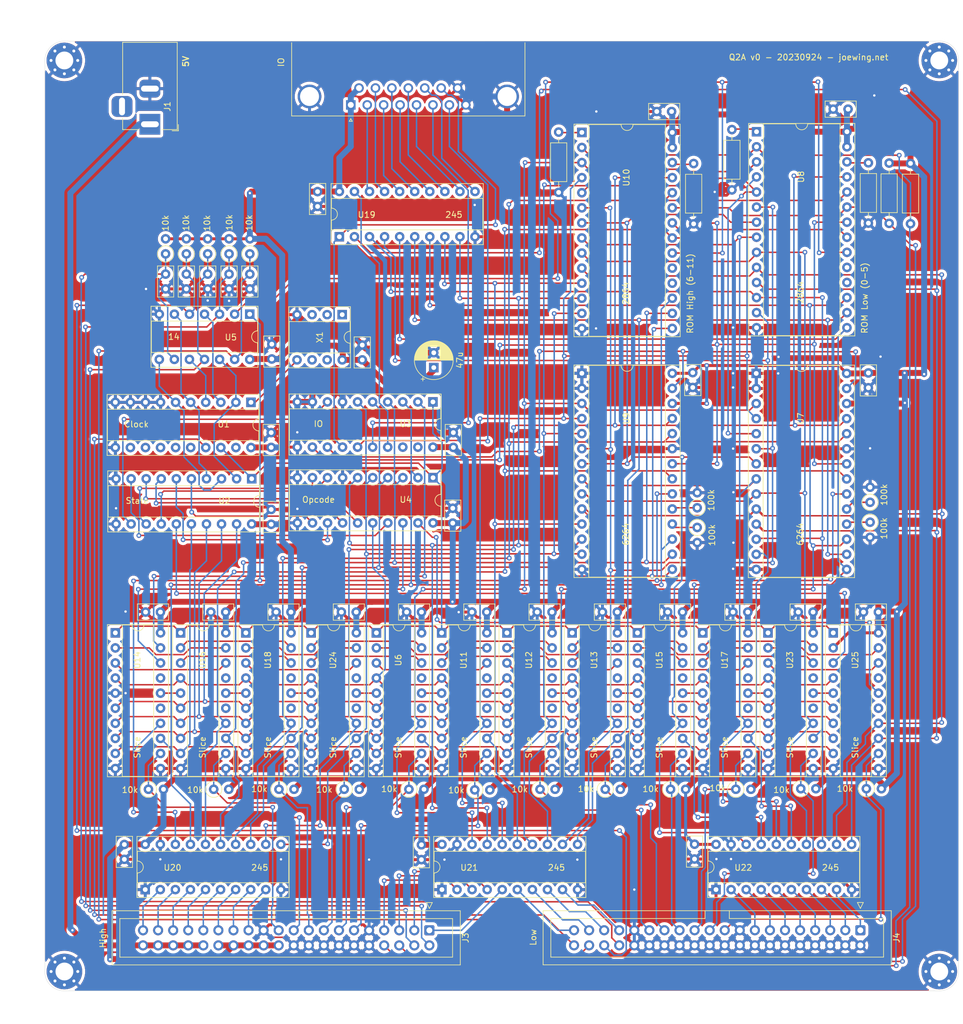
<source format=kicad_pcb>
(kicad_pcb (version 20221018) (generator pcbnew)
  (layers (0 "F.Cu" signal) (31 "B.Cu" signal) (34 "B.Paste" user) (35 "F.Paste" user) (36 "B.SilkS" user "B.Silkscreen") (37 "F.SilkS" user "F.Silkscreen") (38 "B.Mask" user) (39 "F.Mask" user) (44 "Edge.Cuts" user))
  (net 0 "")
  (net 1 "VCC")
  (net 2 "GND")
  (net 3 "RUN")
  (net 4 "PWR")
  (net 5 "Net-(U19-B0)")
  (net 6 "Net-(U19-B2)")
  (net 7 "ABUS11")
  (net 8 "DBUS11")
  (net 9 "Net-(U19-B4)")
  (net 10 "CLK")
  (net 11 "/Bit 10/NEXTX")
  (net 12 "DBUS10")
  (net 13 "ABUS10")
  (net 14 "Net-(U19-B6)")
  (net 15 "DBUS9")
  (net 16 "ABUS9")
  (net 17 "DBUS7")
  (net 18 "/Bit 10/CIN")
  (net 19 "/Bit 8/NEXTX")
  (net 20 "DBUS8")
  (net 21 "ABUS8")
  (net 22 "/Bit 7/NEXTX")
  (net 23 "ABUS7")
  (net 24 "/Bit 6/NEXTX")
  (net 25 "DBUS6")
  (net 26 "ABUS6")
  (net 27 "/Bit 5/NEXTX")
  (net 28 "DBUS5")
  (net 29 "ABUS5")
  (net 30 "/Bit 4/NEXTX")
  (net 31 "DBUS4")
  (net 32 "ABUS4")
  (net 33 "/Bit 3/NEXTX")
  (net 34 "DBUS3")
  (net 35 "ABUS3")
  (net 36 "/Bit 2/NEXTX")
  (net 37 "DBUS2")
  (net 38 "ABUS2")
  (net 39 "/Bit 1/NEXTX")
  (net 40 "DBUS1")
  (net 41 "ABUS1")
  (net 42 "/Bit 0/NEXTX")
  (net 43 "DBUS0")
  (net 44 "ABUS0")
  (net 45 "ZP")
  (net 46 "FLAG")
  (net 47 "X0")
  (net 48 "/Bit 10/IOOUT")
  (net 49 "/Bit 10/IOIN")
  (net 50 "/Bit 8/IOOUT")
  (net 51 "/Bit 7/IOOUT")
  (net 52 "/Bit 6/IOOUT")
  (net 53 "/Bit 5/IOOUT")
  (net 54 "/Bit 4/IOOUT")
  (net 55 "/Bit 3/IOOUT")
  (net 56 "/Bit 2/IOOUT")
  (net 57 "/Bit 1/IOOUT")
  (net 58 "CIN0")
  (net 59 "/Bit 0/IOOUT")
  (net 60 "Net-(J4-Pin_1)")
  (net 61 "Net-(J4-Pin_3)")
  (net 62 "Net-(J4-Pin_5)")
  (net 63 "Net-(J2-P10)")
  (net 64 "Net-(J2-P111)")
  (net 65 "Net-(J2-P12)")
  (net 66 "S1")
  (net 67 "S0")
  (net 68 "Net-(J2-P13)")
  (net 69 "Net-(J4-Pin_7)")
  (net 70 "OP3")
  (net 71 "OP2")
  (net 72 "OP1")
  (net 73 "OP0")
  (net 74 "DEP")
  (net 75 "Net-(J4-Pin_9)")
  (net 76 "Net-(J4-Pin_11)")
  (net 77 "Net-(J4-Pin_13)")
  (net 78 "Net-(J4-Pin_15)")
  (net 79 "Net-(J4-Pin_33)")
  (net 80 "~{IOCMD}")
  (net 81 "~{IOWR}")
  (net 82 "~{IORD}")
  (net 83 "IO")
  (net 84 "~{MEMWE}")
  (net 85 "~{MEMOE}")
  (net 86 "Net-(J4-Pin_35)")
  (net 87 "Net-(J4-Pin_37)")
  (net 88 "Net-(J4-Pin_39)")
  (net 89 "Net-(U8-A13)")
  (net 90 "Net-(U8-A14)")
  (net 91 "Net-(U7-Q6)")
  (net 92 "Net-(U7-Q7)")
  (net 93 "Net-(U10-A13)")
  (net 94 "Net-(U10-A14)")
  (net 95 "Net-(U9-Q6)")
  (net 96 "C3")
  (net 97 "C2")
  (net 98 "C1")
  (net 99 "C0")
  (net 100 "~{SW11}")
  (net 103 "~{SW10}")
  (net 104 "Net-(U9-Q7)")
  (net 105 "Net-(U1-I1{slash}CLK)")
  (net 106 "~{SW9}")
  (net 109 "~{SW8}")
  (net 114 "/Bit 10/X")
  (net 115 "/Bit 5/COUT")
  (net 116 "/Bit 10/COUT")
  (net 117 "CARRY")
  (net 118 "/Bit 8/COUT")
  (net 119 "/Bit 6/COUT")
  (net 120 "/Bit 7/COUT")
  (net 121 "~{SW7}")
  (net 122 "/Bit 4/COUT")
  (net 124 "/Bit 3/COUT")
  (net 126 "/Bit 2/COUT")
  (net 127 "~{SW6}")
  (net 128 "/Bit 1/COUT")
  (net 134 "INCP")
  (net 139 "FIELD1")
  (net 140 "~{SW5}")
  (net 141 "FIELD0")
  (net 142 "RST")
  (net 143 "/Bit 0/COUT")
  (net 146 "~{SW4}")
  (net 149 "~{SW3}")
  (net 150 "STOP")
  (net 151 "START")
  (net 155 "~{IOEN0}")
  (net 158 "~{SW2}")
  (net 161 "STORE")
  (net 162 "~{SW1}")
  (net 165 "~{SW0}")
  (net 168 "~{ROMCE}")
  (net 169 "~{STOPSW}")
  (net 170 "~{STARTSW}")
  (net 171 "~{INCPSW}")
  (net 172 "~{DEPSW}")
  (net 173 "~{RSTSW}")
  (net 177 "Net-(J3-Pin_1)")
  (net 178 "Net-(J3-Pin_3)")
  (net 179 "Net-(J3-Pin_5)")
  (net 180 "Net-(J3-Pin_7)")
  (net 181 "Net-(J3-Pin_25)")
  (net 182 "Net-(J3-Pin_27)")
  (net 183 "Net-(J3-Pin_29)")
  (net 184 "Net-(J3-Pin_31)")
  (net 185 "Net-(J3-Pin_33)")
  (net 186 "Net-(J3-Pin_35)")
  (net 187 "Net-(J3-Pin_37)")
  (net 188 "Net-(J3-Pin_39)")
  (footprint "Capacitor_THT:C_Disc_D5.0mm_W2.5mm_P2.50mm" (layer "F.Cu") (at 112.55 81.245 -90)
    (fp_text reference "C1" hide)
    (fp_text value "0.1u" hide)
  )
  (footprint "Capacitor_THT:C_Disc_D5.0mm_W2.5mm_P2.50mm" (layer "F.Cu") (at 101.85 81.245 -90)
    (fp_text reference "C4" hide)
    (fp_text value "0.1u" hide)
  )
  (footprint "Package_DIP:DIP-20_W7.62mm_Socket" (layer "F.Cu") (at 210.88 141.69)
    (fp_text reference "U25")
    (fp_text value "Slice")
  )
  (footprint "Capacitor_THT:C_Disc_D5.0mm_W2.5mm_P2.50mm" (layer "F.Cu") (at 218.48 138.19 180)
    (fp_text reference "C31" hide)
    (fp_text value "0.1u" hide)
  )
  (footprint "MountingHole:MountingHole_3mm_Pad_Via" (layer "F.Cu") (at 81.29099 45.25)
    (fp_text reference "H1" hide)
    (fp_text value "MountingHole_Pad" hide)
  )
  (footprint "MountingHole:MountingHole_3mm_Pad_Via" (layer "F.Cu") (at 81.3 198.75)
    (fp_text reference "H2" hide)
    (fp_text value "MountingHole_Pad" hide)
  )
  (footprint "MountingHole:MountingHole_3mm_Pad_Via" (layer "F.Cu") (at 228.75 45.25)
    (fp_text reference "H3" hide)
    (fp_text value "MountingHole_Pad" hide)
  )
  (footprint "MountingHole:MountingHole_3mm_Pad_Via" (layer "F.Cu") (at 228.75 198.75)
    (fp_text reference "H4" hide)
    (fp_text value "MountingHole_Pad" hide)
  )
  (footprint "Package_DIP:DIP-20_W7.62mm_Socket" (layer "F.Cu") (at 89.88 141.69)
    (fp_text reference "U14")
    (fp_text value "Slice")
  )
  (footprint "Package_DIP:DIP-20_W7.62mm_Socket" (layer "F.Cu") (at 144.88 141.69)
    (fp_text reference "U11")
    (fp_text value "Slice")
  )
  (footprint "Package_DIP:DIP-20_W7.62mm_Socket" (layer "F.Cu") (at 199.88 141.69)
    (fp_text reference "U23")
    (fp_text value "Slice")
  )
  (footprint "Package_DIP:DIP-20_W7.62mm_Socket" (layer "F.Cu") (at 122.88 141.69)
    (fp_text reference "U24")
    (fp_text value "Slice")
  )
  (footprint "Package_DIP:DIP-8_W7.62mm_Socket" (layer "F.Cu") (at 128.12 88.08 -90)
    (fp_text reference "X1")
    (fp_text value "CXO")
  )
  (footprint "Package_DIP:DIP-20_W7.62mm_Socket" (layer "F.Cu") (at 166.88 141.69)
    (fp_text reference "U13")
    (fp_text value "Slice")
  )
  (footprint "Package_DIP:DIP-20_W7.62mm_Socket" (layer "F.Cu") (at 177.88 141.69)
    (fp_text reference "U15")
    (fp_text value "Slice")
  )
  (footprint "Package_DIP:DIP-20_W7.62mm_Socket" (layer "F.Cu") (at 188.88 141.69)
    (fp_text reference "U17")
    (fp_text value "Slice")
  )
  (footprint "Package_DIP:DIP-20_W7.62mm_Socket" (layer "F.Cu") (at 133.88 141.69)
    (fp_text reference "U6")
    (fp_text value "Slice")
  )
  (footprint "Package_DIP:DIP-20_W7.62mm_Socket" (layer "F.Cu") (at 155.88 141.69)
    (fp_text reference "U12")
    (fp_text value "Slice")
  )
  (footprint "Package_DIP:DIP-20_W7.62mm_Socket" (layer "F.Cu") (at 111.88 141.69)
    (fp_text reference "U18")
    (fp_text value "Slice")
  )
  (footprint "Package_DIP:DIP-20_W7.62mm_Socket" (layer "F.Cu") (at 100.88 141.69)
    (fp_text reference "U16")
    (fp_text value "Slice")
  )
  (footprint "Package_DIP:DIP-20_W7.62mm_Socket" (layer "F.Cu") (at 112.74 102.85 -90)
    (fp_text reference "U1")
    (fp_text value "Clock")
  )
  (footprint "Package_DIP:DIP-20_W7.62mm_Socket" (layer "F.Cu") (at 112.86 115.73 -90)
    (fp_text reference "U2")
    (fp_text value "State")
  )
  (footprint "Package_DIP:DIP-20_W7.62mm_Socket" (layer "F.Cu") (at 143.41 102.78 -90)
    (fp_text reference "U3")
    (fp_text value "IO")
  )
  (footprint "Package_DIP:DIP-20_W7.62mm_Socket" (layer "F.Cu") (at 143.425 115.55 -90)
    (fp_text reference "U4")
    (fp_text value "Opcode")
  )
  (footprint "Capacitor_THT:C_Disc_D5.0mm_W2.5mm_P2.50mm" (layer "F.Cu") (at 97.48 138.19 180)
    (fp_text reference "C20" hide)
    (fp_text value "0.1u" hide)
  )
  (footprint "Capacitor_THT:C_Disc_D5.0mm_W2.5mm_P2.50mm" (layer "F.Cu") (at 108.48 138.19 180)
    (fp_text reference "C22" hide)
    (fp_text value "0.1u" hide)
  )
  (footprint "Capacitor_THT:C_Disc_D5.0mm_W2.5mm_P2.50mm" (layer "F.Cu") (at 119.48 138.19 180)
    (fp_text reference "C24" hide)
    (fp_text value "0.1u" hide)
  )
  (footprint "Capacitor_THT:C_Disc_D5.0mm_W2.5mm_P2.50mm" (layer "F.Cu") (at 130.48 138.19 180)
    (fp_text reference "C30" hide)
    (fp_text value "0.1u" hide)
  )
  (footprint "Capacitor_THT:C_Disc_D5.0mm_W2.5mm_P2.50mm" (layer "F.Cu") (at 141.48 138.19 180)
    (fp_text reference "C12" hide)
    (fp_text value "0.1u" hide)
  )
  (footprint "Capacitor_THT:C_Disc_D5.0mm_W2.5mm_P2.50mm" (layer "F.Cu") (at 152.48 138.19 180)
    (fp_text reference "C17" hide)
    (fp_text value "0.1u" hide)
  )
  (footprint "Capacitor_THT:C_Disc_D5.0mm_W2.5mm_P2.50mm" (layer "F.Cu") (at 163.48 138.19 180)
    (fp_text reference "C18" hide)
    (fp_text value "0.1u" hide)
  )
  (footprint "Capacitor_THT:C_Disc_D5.0mm_W2.5mm_P2.50mm" (layer "F.Cu") (at 174.48 138.19 180)
    (fp_text reference "C19" hide)
    (fp_text value "0.1u" hide)
  )
  (footprint "Capacitor_THT:C_Disc_D5.0mm_W2.5mm_P2.50mm" (layer "F.Cu") (at 185.48 138.19 180)
    (fp_text reference "C21" hide)
    (fp_text value "0.1u" hide)
  )
  (footprint "Capacitor_THT:C_Disc_D5.0mm_W2.5mm_P2.50mm" (layer "F.Cu") (at 196.48 138.19 180)
    (fp_text reference "C23" hide)
    (fp_text value "0.1u" hide)
  )
  (footprint "Capacitor_THT:C_Disc_D5.0mm_W2.5mm_P2.50mm" (layer "F.Cu") (at 207.48 138.19 180)
    (fp_text reference "C29" hide)
    (fp_text value "0.1u" hide)
  )
  (footprint "Connector_BarrelJack:BarrelJack_Horizontal" (layer "F.Cu") (at 95.7075 56 -90)
    (fp_text reference "J1")
    (fp_text value "Barrel_Jack_MountingPin" hide)
  )
  (footprint "Capacitor_THT:C_Disc_D5.0mm_W2.5mm_P2.50mm" (layer "F.Cu") (at 187.2 97.85 -90)
    (fp_text reference "C16" hide)
    (fp_text value "0.1u" hide)
  )
  (footprint "Resistor_THT:R_Axial_DIN0207_L6.3mm_D2.5mm_P10.16mm_Horizontal" (layer "F.Cu") (at 187.35 72.78 90)
    (fp_text reference "R13" hide)
    (fp_text value "100k" hide)
  )
  (footprint "Package_DIP:DIP-28_W15.24mm_Socket" (layer "F.Cu") (at 197.9 97.98)
    (fp_text reference "U7")
    (fp_text value "6264")
  )
  (footprint "Capacitor_THT:C_Disc_D5.0mm_W2.5mm_P2.50mm" (layer "F.Cu") (at 146.85 110.45 90)
    (fp_text reference "C11" hide)
    (fp_text value "0.1u" hide)
  )
  (footprint "Resistor_THT:R_Axial_DIN0207_L6.3mm_D2.5mm_P2.54mm_Vertical" (layer "F.Cu") (at 187.95 123.935 -90)
    (fp_text reference "R15" hide)
    (fp_text value "100k")
  )
  (footprint "Capacitor_THT:C_Disc_D5.0mm_W2.5mm_P2.50mm" (layer "F.Cu") (at 141.47 177.4 -90)
    (fp_text reference "C27" hide)
    (fp_text value "0.1u" hide)
  )
  (footprint "Capacitor_THT:C_Disc_D5.0mm_W2.5mm_P2.50mm" (layer "F.Cu") (at 213.375 53.455 180)
    (fp_text reference "C14" hide)
    (fp_text value "0.1u" hide)
  )
  (footprint "Capacitor_THT:C_Disc_D5.0mm_W2.5mm_P2.50mm" (layer "F.Cu") (at 146.75 123.2 90)
    (fp_text reference "C9" hide)
    (fp_text value "0.1u" hide)
  )
  (footprint "Capacitor_THT:C_Disc_D5.0mm_W2.5mm_P2.50mm" (layer "F.Cu") (at 216.8 97.9 -90)
    (fp_text reference "C15" hide)
    (fp_text value "0.1u" hide)
  )
  (footprint "Connector_IDC:IDC-Header_2x20_P2.54mm_Vertical" (layer "F.Cu") (at 215.45 191.8 -90)
    (fp_text reference "J4")
    (fp_text value "Low")
  )
  (footprint "Package_DIP:DIP-28_W15.24mm_Socket" (layer "F.Cu") (at 168.51 97.96)
    (fp_text reference "U9")
    (fp_text value "6264")
  )
  (footprint "Resistor_THT:R_Axial_DIN0207_L6.3mm_D2.5mm_P2.54mm_Vertical" (layer "F.Cu") (at 128.455 168.05)
    (fp_text reference "R26" hide)
    (fp_text value "10k")
  )
  (footprint "Resistor_THT:R_Axial_DIN0207_L6.3mm_D2.5mm_P2.54mm_Vertical" (layer "F.Cu") (at 98.35 77.84 90)
    (fp_text reference "R3" hide)
    (fp_text value "10k")
  )
  (footprint "Capacitor_THT:C_Disc_D5.0mm_W2.5mm_P2.50mm" (layer "F.Cu") (at 98.35 81.245 -90)
    (fp_text reference "C3" hide)
    (fp_text value "0.1u" hide)
  )
  (footprint "Resistor_THT:R_Axial_DIN0207_L6.3mm_D2.5mm_P2.54mm_Vertical" (layer "F.Cu") (at 117.46 168.05)
    (fp_text reference "R24" hide)
    (fp_text value "10k")
  )
  (footprint "Package_DIP:DIP-20_W7.62mm_Socket" (layer "F.Cu") (at 94.92 184.95 90)
    (fp_text reference "U20")
    (fp_text value "245")
  )
  (footprint "Capacitor_THT:C_Disc_D5.0mm_W2.5mm_P2.50mm" (layer "F.Cu") (at 116.15 110.45 90)
    (fp_text reference "C7" hide)
    (fp_text value "0.1u" hide)
  )
  (footprint "Resistor_THT:R_Axial_DIN0207_L6.3mm_D2.5mm_P2.54mm_Vertical" (layer "F.Cu") (at 139.36 168.05)
    (fp_text reference "R6" hide)
    (fp_text value "10k")
  )
  (footprint "Resistor_THT:R_Axial_DIN0207_L6.3mm_D2.5mm_P10.16mm_Horizontal" (layer "F.Cu") (at 223.9 62.6 -90)
    (fp_text reference "R8" hide)
    (fp_text value "100k" hide)
  )
  (footprint "Capacitor_THT:CP_Radial_D6.3mm_P2.50mm" (layer "F.Cu") (at 143.55 97 90)
    (fp_text reference "C32" hide)
    (fp_text value "47u")
  )
  (footprint "Resistor_THT:R_Axial_DIN0207_L6.3mm_D2.5mm_P2.54mm_Vertical" (layer "F.Cu") (at 95.46 168.05)
    (fp_text reference "R20" hide)
    (fp_text value "10k")
  )
  (footprint "Package_DIP:DIP-14_W7.62mm_Socket" (layer "F.Cu") (at 112.53 88 -90)
    (fp_text reference "U5")
    (fp_text value "14")
  )
  (footprint "Connector_IDC:IDC-Header_2x20_P2.54mm_Vertical" (layer "F.Cu") (at 142.81 191.81 -90)
    (fp_text reference "J3")
    (fp_text value "High")
  )
  (footprint "Package_DIP:DIP-20_W7.62mm_Socket" (layer "F.Cu") (at 191.12 184.95 90)
    (fp_text reference "U22")
    (fp_text value "245")
  )
  (footprint "Resistor_THT:R_Axial_DIN0207_L6.3mm_D2.5mm_P10.16mm_Horizontal" (layer "F.Cu") (at 220.3 72.7 90)
    (fp_text reference "R7" hide)
    (fp_text value "100k" hide)
  )
  (footprint "Resistor_THT:R_Axial_DIN0207_L6.3mm_D2.5mm_P2.54mm_Vertical" (layer "F.Cu") (at 106.46 168.05)
    (fp_text reference "R22" hide)
    (fp_text value "10k")
  )
  (footprint "Resistor_THT:R_Axial_DIN0207_L6.3mm_D2.5mm_P2.54mm_Vertical" (layer "F.Cu") (at 217.09 119.695 90)
    (fp_text reference "R12" hide)
    (fp_text value "100k")
  )
  (footprint "Resistor_THT:R_Axial_DIN0207_L6.3mm_D2.5mm_P10.16mm_Horizontal" (layer "F.Cu") (at 164.6 67.48 90)
    (fp_text reference "R14" hide)
    (fp_text value "100k" hide)
  )
  (footprint "Resistor_THT:R_Axial_DIN0207_L6.3mm_D2.5mm_P2.54mm_Vertical" (layer "F.Cu") (at 183.46 168.05)
    (fp_text reference "R21" hide)
    (fp_text value "10k")
  )
  (footprint "Capacitor_THT:C_Disc_D5.0mm_W2.5mm_P2.50mm" (layer "F.Cu") (at 123.965 67.35 -90)
    (fp_text reference "C25" hide)
    (fp_text value "0.1u" hide)
  )
  (footprint "Capacitor_THT:C_Disc_D5.0mm_W2.5mm_P2.50mm" (layer "F.Cu") (at 131.5 95.7 90)
    (fp_text reference "C10" hide)
    (fp_text value "0.1u" hide)
  )
  (footprint "Capacitor_THT:C_Disc_D5.0mm_W2.5mm_P2.50mm" (layer "F.Cu") (at 116.25 95.55 90)
    (fp_text reference "C6" hide)
    (fp_text value "0.1u" hide)
  )
  (footprint "Package_DIP:DIP-28_W15.24mm_Socket" (layer "F.Cu") (at 197.95 57.26)
    (fp_text reference "U8")
    (fp_text value "2864")
  )
  (footprint "Capacitor_THT:C_Disc_D5.0mm_W2.5mm_P2.50mm" (layer "F.Cu") (at 91.4 177.35 -90)
    (fp_text reference "C26" hide)
    (fp_text value "0.1u" hide)
  )
  (footprint "Package_DIP:DIP-20_W7.62mm_Socket" (layer "F.Cu") (at 127.64 74.95 90)
    (fp_text reference "U19")
    (fp_text value "245")
  )
  (footprint "Capacitor_THT:C_Disc_D5.0mm_W2.5mm_P2.50mm" (layer "F.Cu") (at 109.05 81.245 -90)
    (fp_text reference "C2" hide)
    (fp_text value "0.1u" hide)
  )
  (footprint "Resistor_THT:R_Axial_DIN0207_L6.3mm_D2.5mm_P2.54mm_Vertical" (layer "F.Cu") (at 172.455 168.05)
    (fp_text reference "R19" hide)
    (fp_text value "10k")
  )
  (footprint "Resistor_THT:R_Axial_DIN0207_L6.3mm_D2.5mm_P2.54mm_Vertical" (layer "F.Cu") (at 216.46 167.95)
    (fp_text reference "R27" hide)
    (fp_text value "10k")
  )
  (footprint "Connector_Dsub:DSUB-15_Female_Horizontal_P2.77x2.84mm_EdgePinOffset7.70mm_Housed_MountingHolesOffset9.12mm" (layer "F.Cu") (at 129.565 52.74 180)
    (fp_text reference "J2" hide)
    (fp_text value "IO")
  )
  (footprint "Resistor_THT:R_Axial_DIN0207_L6.3mm_D2.5mm_P2.54mm_Vertical" (layer "F.Cu") (at 101.85 77.84 90)
    (fp_text reference "R4" hide)
    (fp_text value "10k")
  )
  (footprint "Resistor_THT:R_Axial_DIN0207_L6.3mm_D2.5mm_P2.54mm_Vertical" (layer "F.Cu") (at 194.46 168.05)
    (fp_text reference "R23" hide)
    (fp_text value "10k")
  )
  (footprint "Resistor_THT:R_Axial_DIN0207_L6.3mm_D2.5mm_P2.54mm_Vertical" (layer "F.Cu") (at 187.95 120.62 90)
    (fp_text reference "R16" hide)
    (fp_text value "100k")
  )
  (footprint "Resistor_THT:R_Axial_DIN0207_L6.3mm_D2.5mm_P10.16mm_Horizontal" (layer "F.Cu") (at 193.8 67.06 90)
    (fp_text reference "R10" hide)
    (fp_text value "100k" hide)
  )
  (footprint "Resistor_THT:R_Axial_DIN0207_L6.3mm_D2.5mm_P2.54mm_Vertical" (layer "F.Cu") (at 161.46 168.05)
    (fp_text reference "R18" hide)
    (fp_text value "10k")
  )
  (footprint "Package_DIP:DIP-20_W7.62mm_Socket" (layer "F.Cu") (at 144.93 184.95 90)
    (fp_text reference "U21")
    (fp_text value "245")
  )
  (footprint "Resistor_THT:R_Axial_DIN0207_L6.3mm_D2.5mm_P2.54mm_Vertical" (layer "F.Cu") (at 205.41 167.95)
    (fp_text reference "R25" hide)
    (fp_text value "10k")
  )
  (footprint "Resistor_THT:R_Axial_DIN0207_L6.3mm_D2.5mm_P2.54mm_Vertical" (layer "F.Cu") (at 217.09 123.05 -90)
    (fp_text reference "R11" hide)
    (fp_text value "100k")
  )
  (footprint "Resistor_THT:R_Axial_DIN0207_L6.3mm_D2.5mm_P2.54mm_Vertical" (layer "F.Cu") (at 112.55 77.84 90)
    (fp_text reference "R1" hide)
    (fp_text value "10k")
  )
  (footprint "Resistor_THT:R_Axial_DIN0207_L6.3mm_D2.5mm_P2.54mm_Vertical" (layer "F.Cu") (at 105.45 77.84 90)
    (fp_text reference "R5" hide)
    (fp_text value "10k")
  )
  (footprint "Capacitor_THT:C_Disc_D5.0mm_W2.5mm_P2.50mm" (layer "F.Cu") (at 187.5 177.3 -90)
    (fp_text reference "C28" hide)
    (fp_text value "0.1u" hide)
  )
  (footprint "Resistor_THT:R_Axial_DIN0207_L6.3mm_D2.5mm_P2.54mm_Vertical" (layer "F.Cu") (at 109.05 77.84 90)
    (fp_text reference "R2" hide)
    (fp_text value "10k")
  )
  (footprint "Resistor_THT:R_Axial_DIN0207_L6.3mm_D2.5mm_P2.54mm_Vertical" (layer "F.Cu") (at 150.46 168.15)
    (fp_text reference "R17" hide)
    (fp_text value "10k")
  )
  (footprint "Resistor_THT:R_Axial_DIN0207_L6.3mm_D2.5mm_P10.16mm_Horizontal" (layer "F.Cu") (at 216.8 72.66 90)
    (fp_text reference "R9" hide)
    (fp_text value "100k" hide)
  )
  (footprint "Capacitor_THT:C_Disc_D5.0mm_W2.5mm_P2.50mm" (layer "F.Cu") (at 183.635 53.855 180)
    (fp_text reference "C13" hide)
    (fp_text value "0.1u" hide)
  )
  (footprint "Capacitor_THT:C_Disc_D5.0mm_W2.5mm_P2.50mm" (layer "F.Cu") (at 116.15 123.4 90)
    (fp_text reference "C8" hide)
    (fp_text value "0.1u" hide)
  )
  (footprint "Package_DIP:DIP-28_W15.24mm_Socket" (layer "F.Cu") (at 168.51 57.38)
    (fp_text reference "U10")
    (fp_text value "2864")
  )
  (footprint "Capacitor_THT:C_Disc_D5.0mm_W2.5mm_P2.50mm" (layer "F.Cu") (at 105.45 81.245 -90)
    (fp_text reference "C5" hide)
    (fp_text value "0.1u" hide)
  )
  (gr_line (start 78 198.8) (end 78 45.3) (stroke (width 0.05)) (layer "Edge.Cuts"))
  (gr_line (start 228.8 202) (end 81.2 202) (stroke (width 0.05)) (layer "Edge.Cuts"))
  (gr_line (start 232 45.2) (end 232 198.8) (stroke (width 0.05)) (layer "Edge.Cuts"))
  (gr_arc (start 78 45.3) (mid 78.966548 42.966548) (end 81.3 42) (stroke (width 0.05)) (layer "Edge.Cuts"))
  (gr_arc (start 81.2 202) (mid 78.937258 201.062742) (end 78 198.8) (stroke (width 0.05)) (layer "Edge.Cuts"))
  (gr_line (start 81.3 42) (end 228.8 42) (stroke (width 0.05)) (layer "Edge.Cuts"))
  (gr_arc (start 228.8 42) (mid 231.062742 42.937258) (end 232 45.2) (stroke (width 0.05)) (layer "Edge.Cuts"))
  (gr_arc (start 232 198.8) (mid 231.062742 201.062742) (end 228.8 202) (stroke (width 0.05)) (layer "Edge.Cuts"))
  (gr_text "5V" (at 102.35 46.45 90) (layer "F.SilkS") (effects (font (size 1 1) (thickness 0.2) bold) (justify left bottom)))
  (gr_text "ROM Low (0-5)" (at 216.75 91.35 90) (layer "F.SilkS") (effects (font (size 1 1)) (justify left bottom)))
  (gr_text "Q2A v0 - 20230924 - joewing.net" (at 193.2 45.3) (layer "F.SilkS") (effects (font (size 1 1)) (justify left bottom)))
  (gr_text "ROM High (6-11)" (at 187.35 91.35 90) (layer "F.SilkS") (effects (font (size 1 1)) (justify left bottom)))
  (segment (start 189.54 103.04) (end 189.55 103.05) (width 0.5) (layer "F.Cu") (net 1))
  (segment (start 154.85 136.45) (end 154.22 136.45) (width 1) (layer "F.Cu") (net 1))
  (segment (start 109.79 194.35) (end 112.33 194.35) (width 1) (layer "F.Cu") (net 1))
  (segment (start 187.22 136.45) (end 185.48 138.19) (width 1) (layer "F.Cu") (net 1))
  (segment (start 141.6 99.4) (end 135.2 99.4) (width 1) (layer "F.Cu") (net 1))
  (segment (start 143.22 136.45) (end 141.48 138.19) (width 1) (layer "F.Cu") (net 1))
  (segment (start 187.85 166.2) (end 186 168.05) (width 1) (layer "F.Cu") (net 1))
  (segment (start 145.05 166.2) (end 143.75 166.2) (width 1) (layer "F.Cu") (net 1))
  (segment (start 166.45 166.2) (end 165.85 166.2) (width 1) (layer "F.Cu") (net 1))
  (segment (start 105.45 75.3) (end 101.85 75.3) (width 0.5) (layer "F.Cu") (net 1))
  (segment (start 107.25 194.35) (end 109.79 194.35) (width 1) (layer "F.Cu") (net 1))
  (segment (start 198.22 136.45) (end 196.48 138.19) (width 1) (layer "F.Cu") (net 1))
  (segment (start 122.55 166.2) (end 112.35 166.2) (width 1) (layer "F.Cu") (net 1))
  (segment (start 155.95 166.2) (end 145.05 166.2) (width 1) (layer "F.Cu") (net 1))
  (segment (start 222.95 56.75) (end 223.9 57.7) (width 1) (layer "F.Cu") (net 1))
  (segment (start 143.55 97) (end 143.55 97.45) (width 1) (layer "F.Cu") (net 1))
  (segment (start 123.05 136.45) (end 111.55 136.45) (width 1) (layer "F.Cu") (net 1))
  (segment (start 210.1 136.45) (end 209.22 136.45) (width 1) (layer "F.Cu") (net 1))
  (segment (start 216.8 97.9) (end 222.9 97.9) (width 1) (layer "F.Cu") (net 1))
  (segment (start 183.75 97.96) (end 187.09 97.96) (width 0.5) (layer "F.Cu") (net 1))
  (segment (start 141.47 177.4) (end 144.86 177.4) (width 1) (layer "F.Cu") (net 1))
  (segment (start 213.14 97.98) (end 216.72 97.98) (width 1) (layer "F.Cu") (net 1))
  (segment (start 109.05 75.3) (end 105.45 75.3) (width 0.5) (layer "F.Cu") (net 1))
  (segment (start 145.05 166.2) (end 133.85 166.2) (width 1) (layer "F.Cu") (net 1))
  (segment (start 165.22 136.45) (end 154.85 136.45) (width 1) (layer "F.Cu") (net 1))
  (segment (start 176.22 136.45) (end 174.48 138.19) (width 1) (layer "F.Cu") (net 1))
  (segment (start 213.14 103.06) (end 222.84 103.06) (width 1) (layer "F.Cu") (net 1))
  (segment (start 135.2 99.4) (end 131.5 95.7) (width 1) (layer "F.Cu") (net 1))
  (segment (start 190.3 54.35) (end 200.45 54.35) (width 1) (layer "F.Cu") (net 1))
  (segment (start 187.35 57.3) (end 190.3 54.35) (width 1) (layer "F.Cu") (net 1))
  (segment (start 110.22 136.45) (end 108.48 138.19) (width 1) (layer "F.Cu") (net 1))
  (segment (start 188.8 166.2) (end 187.85 166.2) (width 1) (layer "F.Cu") (net 1))
  (segment (start 127.64 67.33) (end 123.985 67.33) (width 1) (layer "F.Cu") (net 1))
  (segment (start 218.48 136.83) (end 218.1 136.45) (width 1) (layer "F.Cu") (net 1))
  (segment (start 112.8 67.35) (end 123.965 67.35) (width 1) (layer "F.Cu") (net 1))
  (segment (start 114.87 194.35) (end 117.41 194.35) (width 1) (layer "F.Cu") (net 1))
  (segment (start 177.85 166.2) (end 176.845 166.2) (width 1) (layer "F.Cu") (net 1))
  (segment (start 154.22 136.45) (end 152.48 138.19) (width 1) (layer "F.Cu") (net 1))
  (segment (start 187.35 57.3) (end 183.83 57.3) (width 1) (layer "F.Cu") (net 1))
  (segment (start 116.25 95.55) (end 112.6 95.55) (width 1) (layer "F.Cu") (net 1))
  (segment (start 209.35 166.2) (end 199.75 166.2) (width 1) (layer "F.Cu") (net 1))
  (segment (start 188.35 136.45) (end 177.2 136.45) (width 1) (layer "F.Cu") (net 1))
  (segment (start 177.85 166.2) (end 166.45 166.2) (width 1) (layer "F.Cu") (net 1))
  (segment (start 213.14 97.98) (end 211.81 96.65) (width 0.5) (layer "F.Cu") (net 1))
  (segment (start 133.85 166.2) (end 132.845 166.2) (width 1) (layer "F.Cu") (net 1))
  (segment (start 127.1 93.3) (end 128.22 94.42) (width 1) (layer "F.Cu") (net 1))
  (segment (start 188.4 96.65) (end 187.2 97.85) (width 0.5) (layer "F.Cu") (net 1))
  (segment (start 216.85 56.76) (end 213.69 56.76) (width 1) (layer "F.Cu") (net 1))
  (segment (start 101.85 75.3) (end 98.35 75.3) (width 0.5) (layer "F.Cu") (net 1))
  (segment (start 213.69 56.76) (end 213.19 57.26) (width 1) (layer "F.Cu") (net 1))
  (segment (start 226 97.9) (end 226.2 98.1) (width 1) (layer "F.Cu") (net 1))
  (segment (start 218.2 166.2) (end 209.35 166.2) (width 1) (layer "F.Cu") (net 1))
  (segment (start 121.85 166.2) (end 120 168.05) (width 1) (layer "F.Cu") (net 1))
  (segment (start 165.22 136.45) (end 163.48 138.19) (width 1) (layer "F.Cu") (net 1))
  (segment (start 219 167) (end 218.2 166.2) (width 1) (layer "F.Cu") (net 1))
  (segment (start 199.75 166.2) (end 198.85 166.2) (width 1) (layer "F.Cu") (net 1))
  (segment (start 99.22 136.45) (end 97.48 138.19) (width 1) (layer "F.Cu") (net 1))
  (segment (start 209.35 166.55) (end 209.35 166.2) (width 1) (layer "F.Cu") (net 1))
  (segment (start 143.41 110.4) (end 146.8 110.4) (width 1) (layer "F.Cu") (net 1))
  (segment (start 122.55 166.2) (end 121.85 166.2) (width 1) (layer "F.Cu") (net 1))
  (segment (start 132.22 136.45) (end 130.48 138.19) (width 1) (layer "F.Cu") (net 1))
  (segment (start 116.15 123.4) (end 112.91 123.4) (width 1) (layer "F.Cu") (net 1))
  (segment (start 200.45 54.35) (end 203.36 57.26) (width 1) (layer "F.Cu") (net 1))
  (segment (start 176.845 166.2) (end 174.995 168.05) (width 1) (layer "F.Cu") (net 1))
  (segment (start 218.48 138.19) (end 218.48 136.83) (width 1) (layer "F.Cu") (net 1))
  (segment (start 154.85 136.45) (end 146.7 136.45) (width 1) (layer "F.Cu") (net 1))
  (segment (start 111.55 136.45) (end 110.22 136.45) (width 1) (layer "F.Cu") (net 1))
  (segment (start 116.15 110.45) (end 112.76 110.45) (width 1) (layer "F.Cu") (net 1))
  (segment (start 222.9 97.9) (end 226 97.9) (width 1) (layer "F.Cu") (net 1))
  (segment (start 189.55 96.65) (end 188.4 96.65) (width 0.5) (layer "F.Cu") (net 1))
  (segment (start 112.55 67.6) (end 112.8 67.35) (width 0.5) (layer "F.Cu") (net 1))
  (segment (start 218.5 141.69) (end 213.42 141.69) (width 0.5) (layer "F.Cu") (net 1))
  (segment (start 188.35 136.45) (end 187.22 136.45) (width 1) (layer "F.Cu") (net 1))
  (segment (start 207.95 167.95) (end 209.35 166.55) (width 1) (layer "F.Cu") (net 1))
  (segment (start 143.75 166.2) (end 141.9 168.05) (width 1) (layer "F.Cu") (net 1))
  (segment (start 209.22 136.45) (end 207.48 138.19) (width 1) (layer "F.Cu") (net 1))
  (segment (start 123.05 136.45) (end 121.22 136.45) (width 1) (layer "F.Cu") (net 1))
  (segment (start 183.75 103.04) (end 189.54 103.04) (width 0.5) (layer "F.Cu") (net 1))
  (segment (start 165.85 166.2) (end 164 168.05) (width 1) (layer "F.Cu") (net 1))
  (segment (start 218.1 136.45) (end 210.1 136.45) (width 1) (layer "F.Cu") (net 1))
  (segment (start 213.42 141.69) (end 210.88 144.23) (width 0.5) (layer "F.Cu") (net 1))
  (segment (start 128.22 94.42) (end 128.22 95.7) (width 1) (layer "F.Cu") (net 1))
  (segment (start 211.81 96.65) (end 189.55 96.65) (width 0.5) (layer "F.Cu") (net 1))
  (segment (start 133.85 166.2) (end 122.55 166.2) (width 1) (layer "F.Cu") (net 1))
  (segment (start 210.1 136.45) (end 204.3 136.45) (width 1) (layer "F.Cu") (net 1))
  (segment (start 89.05 196.65) (end 89 196.7) (width 1) (layer "F.Cu") (net 1))
  (segment (start 176.495 166.55) (end 174.995 168.05) (width 0.5) (layer "F.Cu") (net 1))
  (segment (start 111.55 136.45) (end 99.22 136.45) (width 1) (layer "F.Cu") (net 1))
  (segment (start 177.2 136.45) (end 165.22 136.45) (width 1) (layer "F.Cu") (net 1))
  (segment (start 112.33 194.35) (end 114.87 194.35) (width 1) (layer "F.Cu") (net 1))
  (segment (start 89.05 196.65) (end 107.49 196.65) (width 1) (layer "F.Cu") (net 1))
  (segment (start 145.1 136.45) (end 133.15 136.45) (width 1) (layer "F.Cu") (net 1))
  (segment (start 154.95 166.2) (end 153 168.15) (width 1) (layer "F.Cu") (net 1))
  (segment (start 146.7 136.45) (end 145.1 136.45) (width 1) (layer "F.Cu") (net 1))
  (segment (start 119.7 93.3) (end 127.1 93.3) (width 1) (layer "F.Cu") (net 1))
  (segment (start 94.92 177.33) (end 91.42 177.33) (width 1) (layer "F.Cu") (net 1))
  (segment (start 99.85 166.2) (end 98 168.05) (width 1) (layer "F.Cu") (net 1))
  (segment (start 143.55 97.45) (end 141.6 99.4) (width 1) (layer "F.Cu") (net 1))
  (segment (start 177.2 136.45) (end 176.22 136.45) (width 1) (layer "F.Cu") (net 1))
  (segment (start 121.22 136.45) (end 119.48 138.19) (width 1) (layer "F.Cu") (net 1))
  (segment (start 221.6 138.1) (end 218.57 138.1) (width 1) (layer "F.Cu") (net 1))
  (segment (start 145.1 136.45) (end 143.22 136.45) (width 1) (layer "F.Cu") (net 1))
  (segment (start 109.79 194.35) (end 107.49 196.65) (width 1) (layer "F.Cu") (net 1))
  (segment (start 132.845 166.2) (end 130.995 168.05) (width 1) (layer "F.Cu") (net 1))
  (segment (start 133.15 136.45) (end 132.22 136.45) (width 1) (layer "F.Cu") (net 1))
  (segment (start 116.25 95.55) (end 117.45 95.55) (width 1) (layer "F.Cu") (net 1))
  (segment (start 110.85 166.2) (end 109 168.05) (width 1) (layer "F.Cu") (net 1))
  (segment (start 112.35 166.2) (end 99.85 166.2) (width 1) (layer "F.Cu") (net 1))
  (segment (start 191.12 177.33) (end 187.53 177.33) (width 0.5) (layer "F.Cu") (net 1))
  (segment (start 223.9 62.6) (end 220.36 62.6) (width 1) (layer "F.Cu") (net 1))
  (segment (start 166.45 166.2) (end 155.95 166.2) (width 1) (layer "F.Cu") (net 1))
  (segment (start 188.8 166.2) (end 177.85 166.2) (width 1) (layer "F.Cu") (net 1))
  (segment (start 219 167.95) (end 219 167) (width 1) (layer "F.Cu") (net 1))
  (segment (start 222.95 56.75) (end 216.86 56.75) (width 1) (layer "F.Cu") (net 1))
  (segment (start 146.75 123.2) (end 143.455 123.2) (width 1) (layer "F.Cu") (net 1))
  (segment (start 155.95 166.2) (end 154.95 166.2) (width 1) (layer "F.Cu") (net 1))
  (segment (start 198.85 166.2) (end 197 168.05) (width 1) (layer "F.Cu") (net 1))
  (segment (start 133.15 136.45) (end 123.05 136.45) (width 1) (layer "F.Cu") (net 1))
  (segment (start 112.55 75.3) (end 109.05 75.3) (width 0.5) (layer "F.Cu") (net 1))
  (segment (start 203.36 57.26) (end 213.19 57.26) (width 1) (layer "F.Cu") (net 1))
  (segment (start 204.3 136.45) (end 188.35 136.45) (width 1) (layer "F.Cu") (net 1))
  (segment (start 222.84 103.06) (end 222.95 102.95) (width 1) (layer "F.Cu") (net 1))
  (segment (start 223.9 57.7) (end 223.9 62.6) (width 1) (layer "F.Cu") (net 1))
  (segment (start 128.12 95.7) (end 131.5 95.7) (width 1) (layer "F.Cu") (net 1))
  (segment (start 112.35 166.2) (end 110.85 166.2) (width 1) (layer "F.Cu") (net 1))
  (segment (start 199.75 166.2) (end 188.8 166.2) (width 1) (layer "F.Cu") (net 1))
  (segment (start 204.3 136.45) (end 198.22 136.45) (width 1) (layer "F.Cu") (net 1))
  (segment (start 117.45 95.55) (end 119.7 93.3) (width 1) (layer "F.Cu") (net 1))
  (via (at 146.7 136.45) (size 0.8) (drill 0.4) (layers "F.Cu" "B.Cu") (net 1))
  (via (at 189.55 103.05) (size 0.8) (drill 0.4) (layers "F.Cu" "B.Cu") (net 1))
  (via (at 222.95 102.95) (size 0.8) (drill 0.4) (layers "F.Cu" "B.Cu") (net 1))
  (via (at 221.6 138.1) (size 0.8) (drill 0.4) (layers "F.Cu" "B.Cu") (net 1))
  (via (at 189.55 96.65) (size 0.8) (drill 0.4) (layers "F.Cu" "B.Cu") (net 1))
  (via (at 112.55 67.6) (size 0.8) (drill 0.4) (layers "F.Cu" "B.Cu") (net 1))
  (via (at 222.9 97.9) (size 0.8) (drill 0.4) (layers "F.Cu" "B.Cu") (net 1))
  (via (at 89 196.7) (size 0.8) (drill 0.4) (layers "F.Cu" "B.Cu") (net 1))
  (via (at 226.2 98.1) (size 0.8) (drill 0.4) (layers "F.Cu" "B.Cu") (net 1))
  (segment (start 222.95 97.95) (end 222.9 97.9) (width 1) (layer "B.Cu") (net 1))
  (segment (start 98 168.05) (end 98 174.25) (width 1) (layer "B.Cu") (net 1))
  (segment (start 117.95 110.45) (end 118 110.5) (width 1) (layer "B.Cu") (net 1))
  (segment (start 222.95 104.3) (end 222.95 97.95) (width 1) (layer "B.Cu") (net 1))
  (segment (start 221.6 138.1) (end 222.95 136.75) (width 1) (layer "B.Cu") (net 1))
  (segment (start 118 78.05) (end 118 81.7) (width 1) (layer "B.Cu") (net 1))
  (segment (start 118 120.2) (end 118 81.7) (width 1) (layer "B.Cu") (net 1))
  (segment (start 226.2 64.9) (end 226.2 98.1) (width 1) (layer "B.Cu") (net 1))
  (segment (start 152.5 141.69) (end 152.5 138.21) (width 1) (layer "B.Cu") (net 1))
  (segment (start 116.15 110.45) (end 117.95 110.45) (width 1) (layer "B.Cu") (net 1))
  (segment (start 146.75 136.4) (end 146.7 136.45) (width 1) (layer "B.Cu") (net 1))
  (segment (start 141.5 141.69) (end 141.5 138.21) (width 1) (layer "B.Cu") (net 1))
  (segment (start 148.95 112.55) (end 146.85 110.45) (width 1) (layer "B.Cu") (net 1))
  (segment (start 186 168.05) (end 186 175.8) (width 0.5) (layer "B.Cu") (net 1))
  (segment (start 119.5 141.69) (end 119.5 138.21) (width 1) (layer "B.Cu") (net 1))
  (segment (start 108.5 141.69) (end 108.5 138.21) (width 1) (layer "B.Cu") (net 1))
  (segment (start 118 81.7) (end 118 80.75) (width 1) (layer "B.Cu") (net 1))
  (segment (start 213.19 57.26) (end 213.19 59.8) (width 1) (layer "B.Cu") (net 1))
  (segment (start 189.55 103.05) (end 189.55 96.65) (width 0.5) (layer "B.Cu") (net 1))
  (segment (start 127.64 61.665) (end 129.565 59.74) (width 1) (layer "B.Cu") (net 1))
  (segment (start 129.565 52.74) (end 129.565 51.285) (width 1) (layer "B.Cu") (net 1))
  (segment (start 185.48 138.19) (end 185.48 141.67) (width 1) (layer "B.Cu") (net 1))
  (segment (start 148.5 123.2) (end 148.95 122.75) (width 1) (layer "B.Cu") (net 1))
  (segment (start 221.6 165.35) (end 219 167.95) (width 1) (layer "B.Cu") (net 1))
  (segment (start 163.5 141.69) (end 163.5 138.21) (width 1) (layer "B.Cu") (net 1))
  (segment (start 146.75 123.2) (end 148.5 123.2) (width 1) (layer "B.Cu") (net 1))
  (segment (start 222.95 136.75) (end 222.95 104.3) (width 1) (layer "B.Cu") (net 1))
  (segment (start 130.5 141.69) (end 130.5 138.21) (width 1) (layer "B.Cu") (net 1))
  (segment (start 129.565 59.74) (end 129.565 52.74) (width 1) (layer "B.Cu") (net 1))
  (segment (start 118 108.25) (end 118 97.9) (width 0.5) (layer "B.Cu") (net 1))
  (segment (start 119.48 138.19) (end 119.48 127.73) (width 1) (layer "B.Cu") (net 1))
  (segment (start 221.6 138.1) (end 221.6 165.35) (width 1) (layer "B.Cu") (net 1))
  (segment (start 118 123.4) (end 118 120.2) (width 1) (layer "B.Cu") (net 1))
  (segment (start 186 175.8) (end 187.5 177.3) (width 0.5) (layer "B.Cu") (net 1))
  (segment (start 148.95 122.75) (end 148.95 112.55) (width 1) (layer "B.Cu") (net 1))
  (segment (start 118 108.25) (end 118 110.5) (width 0.5) (layer "B.Cu") (net 1))
  (segment (start 141.47 168.48) (end 141.9 168.05) (width 0.5) (layer "B.Cu") (net 1))
  (segment (start 146.75 123.2) (end 146.75 136.4) (width 1) (layer "B.Cu") (net 1))
  (segment (start 97.5 141.69) (end 97.5 138.21) (width 1) (layer "B.Cu") (net 1))
  (segment (start 119.48 127.73) (end 118.225 126.475) (width 1) (layer "B.Cu") (net 1))
  (segment (start 183.75 57.38) (end 183.75 53.97) (width 1) (layer "B.Cu") (net 1))
  (segment (start 129.565 51.285) (end 130.95 49.9) (width 1) (layer "B.Cu") (net 1))
  (segment (start 112.55 75.3) (end 115.25 75.3) (width 1) (layer "B.Cu") (net 1))
  (segment (start 207.48 138.19) (end 207.48 141.67) (width 1) (layer "B.Cu") (net 1))
  (segment (start 174.5 141.69) (end 174.5 138.21) (width 1) (layer "B.Cu") (net 1))
  (segment (start 118 110.5) (end 118 120.2) (width 0.5) (layer "B.Cu") (net 1))
  (segment (start 112.55 75.3) (end 112.55 67.6) (width 1) (layer "B.Cu") (net 1))
  (segment (start 116.25 95.55) (end 117.95 95.55) (width 1) (layer "B.Cu") (net 1))
  (segment (start 222.95 104.3) (end 222.95 102.95) (width 1) (layer "B.Cu") (net 1))
  (segment (start 183.75 59.92) (end 183.75 57.38) (width 1) (layer "B.Cu") (net 1))
  (segment (start 223.9 62.6) (end 226.2 64.9) (width 1) (layer "B.Cu") (net 1))
  (segment (start 118 126.25) (end 118 123.4) (width 1) (layer "B.Cu") (net 1))
  (segment (start 117.95 95.55) (end 118 95.6) (width 1) (layer "B.Cu") (net 1))
  (segment (start 127.64 67.33) (end 127.64 61.665) (width 1) (layer "B.Cu") (net 1))
  (segment (start 213.19 57.26) (end 213.19 53.64) (width 1) (layer "B.Cu") (net 1))
  (segment (start 118 97.9) (end 118 95.6) (width 0.5) (layer "B.Cu") (net 1))
  (segment (start 115.25 75.3) (end 118 78.05) (width 1) (layer "B.Cu") (net 1))
  (segment (start 98 174.25) (end 94.92 177.33) (width 1) (layer "B.Cu") (net 1))
  (segment (start 116.15 123.4) (end 118 123.4) (width 1) (layer "B.Cu") (net 1))
  (segment (start 118.225 126.475) (end 118 126.25) (width 0.5) (layer "B.Cu") (net 1))
  (segment (start 196.48 138.19) (end 196.48 141.67) (width 1) (layer "B.Cu") (net 1))
  (segment (start 89 196.7) (end 89 179.75) (width 1) (layer "B.Cu") (net 1))
  (segment (start 89 179.75) (end 91.4 177.35) (width 1) (layer "B.Cu") (net 1))
  (segment (start 218.48 138.19) (end 218.48 141.67) (width 1) (layer "B.Cu") (net 1))
  (segment (start 118 95.6) (end 118 80.75) (width 0.5) (layer "B.Cu") (net 1))
  (segment (start 141.47 177.4) (end 141.47 168.48) (width 1) (layer "B.Cu") (net 1))
  (segment (start 210.88 164.55) (end 218.5 164.55) (width 0.5) (layer "F.Cu") (net 2))
  (segment (start 199.88 164.55) (end 207.5 164.55) (width 0.5) (layer "F.Cu") (net 2))
  (segment (start 100.88 164.55) (end 108.5 164.55) (width 0.5) (layer "F.Cu") (net 2))
  (segment (start 89.88 164.55) (end 97.5 164.55) (width 0.5) (layer "F.Cu") (net 2))
  (segment (start 188.88 164.55) (end 196.5 164.55) (width 0.5) (layer "F.Cu") (net 2))
  (segment (start 177.88 164.55) (end 185.5 164.55) (width 0.5) (layer "F.Cu") (net 2))
  (segment (start 166.88 164.55) (end 174.5 164.55) (width 0.5) (layer "F.Cu") (net 2))
  (segment (start 155.88 164.55) (end 163.5 164.55) (width 0.5) (layer "F.Cu") (net 2))
  (segment (start 144.88 164.55) (end 152.5 164.55) (width 0.5) (layer "F.Cu") (net 2))
  (segment (start 133.88 164.55) (end 141.5 164.55) (width 0.5) (layer "F.Cu") (net 2))
  (segment (start 122.88 164.55) (end 130.5 164.55) (width 0.5) (layer "F.Cu") (net 2))
  (segment (start 111.88 164.55) (end 119.5 164.55) (width 0.5) (layer "F.Cu") (net 2))
  (segment (start 174.5 164.55) (end 177.88 164.55) (width 0.5) (layer "F.Cu") (net 2))
  (segment (start 129.2 90.9) (end 128.9 90.9) (width 1) (layer "F.Cu") (net 2))
  (segment (start 97.46 179.85) (end 117.8 179.85) (width 0.5) (layer "F.Cu") (net 2))
  (segment (start 170.955 53.855) (end 181.135 53.855) (width 0.5) (layer "F.Cu") (net 2))
  (segment (start 130.7 120.7) (end 128.185 118.185) (width 0.5) (layer "F.Cu") (net 2))
  (segment (start 218.85 95.15) (end 218.8245 95.1755) (width 0.5) (layer "F.Cu") (net 2))
  (segment (start 187.95 118.08) (end 193.97 118.08) (width 0.5) (layer "F.Cu") (net 2))
  (segment (start 128.17 102.78) (end 128.17 101.77) (width 1) (layer "F.Cu") (net 2))
  (segment (start 193.65 179.8) (end 208.83 179.8) (width 0.5) (layer "F.Cu") (net 2))
  (segment (start 101.85 83.745) (end 105.45 83.745) (width 0.5) (layer "F.Cu") (net 2))
  (segment (start 89.88 102.85) (end 92.42 102.85) (width 0.5) (layer "F.Cu") (net 2))
  (segment (start 115.75 120.5) (end 97.302082 120.5) (width 0.5) (layer "F.Cu") (net 2))
  (segment (start 150.2 69.85) (end 123.965 69.85) (width 0.5) (layer "F.Cu") (net 2))
  (segment (start 130.5 164.55) (end 133.88 164.55) (width 0.5) (layer "F.Cu") (net 2))
  (segment (start 139.7 94.5) (end 143.55 94.5) (width 1) (layer "F.Cu") (net 2))
  (segment (start 155.91 59.4) (end 155.91 51.32) (width 1) (layer "F.Cu") (net 2))
  (segment (start 132.65 179.9) (end 141.47 179.9) (width 0.5) (layer "F.Cu") (net 2))
  (segment (start 131.5 93.2) (end 132.1 93.8) (width 1) (layer "F.Cu") (net 2))
  (segment (start 91.6 138.1) (end 94.89 138.1) (width 0.5) (layer "F.Cu") (net 2))
  (segment (start 212.2 51.15) (end 217.8 51.15) (width 0.5) (layer "F.Cu") (net 2))
  (segment (start 120.55 107.9) (end 120.6 107.95) (width 0.5) (layer "F.Cu") (net 2))
  (segment (start 117.85 179.9) (end 132.65 179.9) (width 0.5) (layer "F.Cu") (net 2))
  (segment (start 116.15 107.95) (end 120.5 107.95) (width 1) (layer "F.Cu") (net 2))
  (segment (start 210.875 53.455) (end 212.2 52.13) (width 0.5) (layer "F.Cu") (net 2))
  (segment (start 164.6 67.48) (end 158.58 67.48) (width 1) (layer "F.Cu") (net 2))
  (segment (start 150.45 69.6) (end 150.2 69.85) (width 0.5) (layer "F.Cu") (net 2))
  (segment (start 128.185 118.185) (end 128.185 115.55) (width 0.5) (layer "F.Cu") (net 2))
  (segment (start 108.5 164.55) (end 111.88 164.55) (width 0.5) (layer "F.Cu") (net 2))
  (segment (start 194 130.9) (end 197.8 130.9) (width 0.5) (layer "F.Cu") (net 2))
  (segment (start 147.76 138.19) (end 147.75 138.2) (width 0.5) (layer "F.Cu") (net 2))
  (segment (start 187.5 179.8) (end 193.65 179.8) (width 0.5) (layer "F.Cu") (net 2))
  (segment (start 98.35 83.745) (end 101.85 83.745) (width 0.5) (layer "F.Cu") (net 2))
  (segment (start 201.6745 95.1755) (end 201.65 95.2) (width 0.5) (layer "F.Cu") (net 2))
  (segment (start 196.5 164.55) (end 199.88 164.55) (width 0.5) (layer "F.Cu") (net 2))
  (segment (start 194.17 100.52) (end 194 100.35) (width 0.5) (layer "F.Cu") (net 2))
  (segment (start 194.025 126.475) (end 187.95 126.475) (width 0.5) (layer "F.Cu") (net 2))
  (segment (start 116.15 120.9) (end 120.465 120.9) (width 0.5) (layer "F.Cu") (net 2))
  (segment (start 97.102082 120.7) (end 90 120.7) (width 0.5) (layer "F.Cu") (net 2))
  (segment (start 155.91 64.81) (end 155.91 59.4) (width 1) (layer "F.Cu") (net 2))
  (segment (start 193.8 67.06) (end 191.24 67.06) (width 1) (layer "F.Cu") (net 2))
  (segment (start 92.42 102.85) (end 94.96 102.85) (width 0.5) (layer "F.Cu") (net 2))
  (segment (start 119.5 164.55) (end 122.88 164.55) (width 0.5) (layer "F.Cu") (net 2))
  (segment (start 212.2 51.15) (end 183.84 51.15) (width 0.5) (layer "F.Cu") (net 2))
  (segment (start 194.05 126.5) (end 194.025 126.475) (width 0.5) (layer "F.Cu") (net 2))
  (segment (start 95.055 83.745) (end 95.05 83.75) (width 0.5) (layer "F.Cu") (net 2))
  (segment (start 120.465 120.9) (end 120.565 120.8) (width 0.5) (layer "F.Cu") (net 2))
  (segment (start 152.5 164.55) (end 155.88 164.55) (width 0.5) (layer "F.Cu") (net 2))
  (segment (start 208.83 179.8) (end 213.98 184.95) (width 0.5) (layer "F.Cu") (net 2))
  (segment (start 120.6 107.95) (end 146.85 107.95) (width 1) (layer "F.Cu") (net 2))
  (segment (start 191.24 67.06) (end 190.9 67.4) (width 1) (layer "F.Cu") (net 2))
  (segment (start 158.58 67.48) (end 155.91 64.81) (width 1) (layer "F.Cu") (net 2))
  (segment (start 97.5 164.55) (end 100.88 164.55) (width 0.5) (layer "F.Cu") (net 2))
  (segment (start 146.75 120.7) (end 130.7 120.7) (width 0.5) (layer "F.Cu") (net 2))
  (segment (start 187.2 100.35) (end 194 100.35) (width 0.5) (layer "F.Cu") (net 2))
  (segment (start 124 100.6) (end 123.09 101.51) (width 1) (layer "F.Cu") (net 2))
  (segment (start 91.4 179.85) (end 97.46 179.85) (width 0.5) (layer "F.Cu") (net 2))
  (segment (start 193.97 118.08) (end 194.05 118) (width 0.5) (layer "F.Cu") (net 2))
  (segment (start 116.15 120.9) (end 115.75 120.5) (width 0.5) (layer "F.Cu") (net 2))
  (segment (start 194 97.95) (end 197.87 97.95) (width 0.5) (layer "F.Cu") (net 2))
  (segment (start 167.79 184.95) (end 177.35 184.95) (width 0.5) (layer "F.Cu") (net 2))
  (segment (start 141.47 179.9) (end 145.35 179.9) (width 0.5) (layer "F.Cu") (net 2))
  (segment (start 197.9 97.98) (end 201.6 97.98) (width 0.5) (layer "F.Cu") (net 2))
  (segment (start 207.5 164.55) (end 210.88 164.55) (width 0.5) (layer "F.Cu") (net 2))
  (segment (start 131.5 93.2) (end 129.2 90.9) (width 1) (layer "F.Cu") (net 2))
  (segment (start 149.98 138.19) (end 147.76 138.19) (width 0.5) (layer "F.Cu") (net 2))
  (segment (start 193.99 110.66) (end 194 110.65) (width 0.5) (layer "F.Cu") (net 2))
  (segment (start 128.17 101.77) (end 127 100.6) (width 1) (layer "F.Cu") (net 2))
  (segment (start 139 93.8) (end 139.7 94.5) (width 1) (layer "F.Cu") (net 2))
  (segment (start 123.32 90.9) (end 128.9 90.9) (width 1) (layer "F.Cu") (net 2))
  (segment (start 177.35 184.95) (end 191.12 184.95) (width 0.5) (layer "F.Cu") (net 2))
  (segment (start 118.585 192.985) (end 116.045 192.985) (width 0.25) (layer "F.Cu") (net 2))
  (segment (start 117.8 179.85) (end 117.85 179.9) (width 0.5) (layer "F.Cu") (net 2))
  (segment (start 120.5 107.95) (end 120.55 107.9) (width 0.5) (layer "F.Cu") (net 2))
  (segment (start 132.1 93.8) (end 139 93.8) (width 1) (layer "F.Cu") (net 2))
  (segment (start 120.5 88.8) (end 116.25 93.05) (width 1) (layer "F.Cu") (net 2))
  (segment (start 105.45 83.745) (end 109.05 83.745) (width 0.5) (layer "F.Cu") (net 2))
  (segment (start 212.2 52.13) (end 212.2 51.15) (width 0.5) (layer "F.Cu") (net 2))
  (segment (start 183.75 110.66) (end 193.99 110.66) (width 0.5) (layer "F.Cu") (net 2))
  (segment (start 145.35 179.9) (end 167.75 179.9) (width 0.5) (layer "F.Cu") (net 2))
  (segment (start 170.95 53.85) (end 170.955 53.855) (width 0.5) (layer "F.Cu") (net 2))
  (segment (start 194 90.25) (end 197.92 90.25) (width 0.5) (layer "F.Cu") (net 2))
  (segment (start 183.84 51.15) (end 181.135 53.855) (width 0.5) (layer "F.Cu") (net 2))
  (segment (start 109.05 83.745) (end 112.55 83.745) (width 0.5) (layer "F.Cu") (net 2))
  (segment (start 123.09 101.51) (end 123.09 102.78) (width 1) (layer "F.Cu") (net 2))
  (segment (start 89.88 151.85) (end 91.61 151.85) (width 0.5) (layer "F.Cu") (net 2))
  (segment (start 127 100.6) (end 124 100.6) (width 1) (layer "F.Cu") (net 2))
  (segment (start 120.5 88.08) (end 123.32 90.9) (width 1) (layer "F.Cu") (net 2))
  (segment (start 116.045 192.985) (end 114.87 191.81) (width 0.25) (layer "F.Cu") (net 2))
  (segment (start 163.5 164.55) (end 166.88 164.55) (width 0.5) (layer "F.Cu") (net 2))
  (segment (start 119.95 194.35) (end 118.585 192.985) (width 0.25) (layer "F.Cu") (net 2))
  (segment (start 94.96 102.85) (end 97.5 102.85) (width 0.5) (layer "F.Cu") (net 2))
  (segment (start 197.9 100.52) (end 194.17 100.52) (width 0.5) (layer "F.Cu") (net 2))
  (segment (start 141.5 164.55) (end 144.88 164.55) (width 0.5) (layer "F.Cu") (net 2))
  (segment (start 168.51 90.4) (end 170.9 90.4) (width 0.5) (layer "F.Cu") (net 2))
  (segment (start 120.5 88.08) (end 120.5 88.8) (width 1) (layer "F.Cu") (net 2))
  (segment (start 167.85 179.8) (end 187.5 179.8) (width 0.5) (layer "F.Cu") (net 2))
  (segment (start 123.09 102.78) (end 120.55 102.78) (width 1) (layer "F.Cu") (net 2))
  (segment (start 97.302082 120.5) (end 97.102082 120.7) (width 0.5) (layer "F.Cu") (net 2))
  (segment (start 98.35 83.745) (end 95.055 83.745) (width 0.5) (layer "F.Cu") (net 2))
  (segment (start 218.8245 95.1755) (end 201.6745 95.1755) (width 0.5) (layer "F.Cu") (net 2))
  (segment (start 167.75 179.9) (end 167.85 179.8) (width 0.5) (layer "F.Cu") (net 2))
  (segment (start 185.5 164.55) (end 188.88 164.55) (width 0.5) (layer "F.Cu") (net 2))
  (via (at 218.85 95.15) (size 0.8) (drill 0.4) (layers "F.Cu" "B.Cu") (net 2))
  (via (at 109.05 85.75) (size 0.8) (drill 0.4) (layers "F.Cu" "B.Cu") (net 2))
  (via (at 90 120.7) (size 0.8) (drill 0.4) (layers "F.Cu" "B.Cu") (net 2))
  (via (at 170.9 90.4) (size 0.8) (drill 0.4) (layers "F.Cu" "B.Cu") (net 2))
  (via (at 194 110.65) (size 0.8) (drill 0.4) (layers "F.Cu" "B.Cu") (net 2))
  (via (at 105.45 85.7) (size 0.8) (drill 0.4) (layers "F.Cu" "B.Cu") (net 2))
  (via (at 120.55 107.9) (size 0.8) (drill 0.4) (layers "F.Cu" "B.Cu") (net 2))
  (via (at 194 100.35) (size 0.8) (drill 0.4) (layers "F.Cu" "B.Cu") (net 2))
  (via (at 95.05 83.75) (size 0.8) (drill 0.4) (layers "F.Cu" "B.Cu") (net 2))
  (via (at 194.05 118) (size 0.8) (drill 0.4) (layers "F.Cu" "B.Cu") (net 2))
  (via (at 194 97.95) (size 0.8) (drill 0.4) (layers "F.Cu" "B.Cu") (net 2))
  (via (at 194 130.9) (size 0.8) (drill 0.4) (layers "F.Cu" "B.Cu") (net 2))
  (via (at 91.6 138.1) (size 0.8) (drill 0.4) (layers "F.Cu" "B.Cu") (net 2))
  (via (at 150.45 69.6) (size 0.8) (drill 0.4) (layers "F.Cu" "B.Cu") (net 2))
  (via (at 145.35 179.9) (size 0.8) (drill 0.4) (layers "F.Cu" "B.Cu") (net 2))
  (via (at 217.8 51.15) (size 0.8) (drill 0.4) (layers "F.Cu" "B.Cu") (net 2))
  (via (at 201.6 97.98) (size 0.8) (drill 0.4) (layers "F.Cu" "B.Cu") (net 2))
  (via (at 177.35 184.95) (size 0.8) (drill 0.4) (layers "F.Cu" "B.Cu") (net 2))
  (via (at 201.65 95.2) (size 0.8) (drill 0.4) (layers "F.Cu" "B.Cu") (net 2))
  (via (at 91.61 151.85) (size 0.8) (drill 0.4) (layers "F.Cu" "B.Cu") (net 2))
  (via (at 191.19 179.8) (size 0.8) (drill 0.4) (layers "F.Cu" "B.Cu") (net 2))
  (via (at 147.75 138.2) (size 0.8) (drill 0.4) (layers "F.Cu" "B.Cu") (net 2))
  (via (at 190.9 67.4) (size 0.8) (drill 0.4) (layers "F.Cu" "B.Cu") (net 2))
  (via (at 132.65 179.9) (size 0.8) (drill 0.4) (layers "F.Cu" "B.Cu") (net 2))
  (via (at 194.05 126.5) (size 0.8) (drill 0.4) (layers "F.Cu" "B.Cu") (net 2))
  (via (at 217.09 110.6) (size 0.8) (drill 0.4) (layers "F.Cu" "B.Cu") (net 2))
  (via (at 194 90.25) (size 0.8) (drill 0.4) (layers "F.Cu" "B.Cu") (net 2))
  (via (at 97.46 179.85) (size 0.8) (drill 0.4) (layers "F.Cu" "B.Cu") (net 2))
  (via (at 193.65 179.8) (size 0.8) (drill 0.4) (layers "F.Cu" "B.Cu") (net 2))
  (via (at 117.8 179.85) (size 0.8) (drill 0.4) (layers "F.Cu" "B.Cu") (net 2))
  (via (at 120.565 120.8) (size 0.8) (drill 0.4) (layers "F.Cu" "B.Cu") (net 2))
  (via (at 170.95 53.85) (size 0.8) (drill 0.4) (layers "F.Cu" "B.Cu") (net 2))
  (via (at 167.75 179.9) (size 0.8) (drill 0.4) (layers "F.Cu" "B.Cu") (net 2))
  (segment (start 215.98 138.19) (end 215.98 146.75) (width 0.5) (layer "B.Cu") (net 2))
  (segment (start 212.61 162.82) (end 210.88 164.55) (width 0.5) (layer "B.Cu") (net 2))
  (segment (start 212.61 150.12) (end 212.61 162.82) (width 0.5) (layer "B.Cu") (net 2))
  (segment (start 212.61 150.12) (end 215.98 146.75) (width 0.5) (layer "B.Cu") (net 2))
  (segment (start 204.98 138.19) (end 204.98 146.75) (width 0.5) (layer "B.Cu") (net 2))
  (segment (start 201.61 162.82) (end 199.88 164.55) (width 0.5) (layer "B.Cu") (net 2))
  (segment (start 201.61 150.12) (end 201.61 162.82) (width 0.5) (layer "B.Cu") (net 2))
  (segment (start 201.61 150.12) (end 204.98 146.75) (width 0.5) (layer "B.Cu") (net 2))
  (segment (start 91.61 162.82) (end 89.88 164.55) (width 0.5) (layer "B.Cu") (net 2))
  (segment (start 193.98 138.19) (end 193.98 146.75) (width 0.5) (layer "B.Cu") (net 2))
  (segment (start 190.61 162.82) (end 188.88 164.55) (width 0.5) (layer "B.Cu") (net 2))
  (segment (start 190.61 150.12) (end 190.61 162.82) (width 0.5) (layer "B.Cu") (net 2))
  (segment (start 190.61 150.12) (end 193.98 146.75) (width 0.5) (layer "B.Cu") (net 2))
  (segment (start 182.98 138.19) (end 182.98 146.75) (width 0.5) (layer "B.Cu") (net 2))
  (segment (start 179.61 162.82) (end 177.88 164.55) (width 0.5) (layer "B.Cu") (net 2))
  (segment (start 179.61 150.12) (end 179.61 162.82) (width 0.5) (layer "B.Cu") (net 2))
  (segment (start 179.61 150.12) (end 182.98 146.75) (width 0.5) (layer "B.Cu") (net 2))
  (segment (start 171.98 138.19) (end 171.98 146.75) (width 0.5) (layer "B.Cu") (net 2))
  (segment (start 168.61 162.82) (end 166.88 164.55) (width 0.5) (layer "B.Cu") (net 2))
  (segment (start 168.61 150.12) (end 168.61 162.82) (width 0.5) (layer "B.Cu") (net 2))
  (segment (start 168.61 150.12) (end 171.98 146.75) (width 0.5) (layer "B.Cu") (net 2))
  (segment (start 160.98 138.19) (end 160.98 146.75) (width 0.5) (layer "B.Cu") (net 2))
  (segment (start 157.61 162.82) (end 155.88 164.55) (width 0.5) (layer "B.Cu") (net 2))
  (segment (start 157.61 150.12) (end 157.61 162.82) (width 0.5) (layer "B.Cu") (net 2))
  (segment (start 157.61 150.12) (end 160.98 146.75) (width 0.5) (layer "B.Cu") (net 2))
  (segment (start 149.98 138.19) (end 149.98 146.75) (width 0.5) (layer "B.Cu") (net 2))
  (segment (start 146.61 162.82) (end 144.88 164.55) (width 0.5) (layer "B.Cu") (net 2))
  (segment (start 146.61 150.12) (end 146.61 162.82) (width 0.5) (layer "B.Cu") (net 2))
  (segment (start 146.61 150.12) (end 149.98 146.75) (width 0.5) (layer "B.Cu") (net 2))
  (segment (start 138.98 138.19) (end 138.98 146.75) (width 0.5) (layer "B.Cu") (net 2))
  (segment (start 135.61 162.82) (end 133.88 164.55) (width 0.5) (layer "B.Cu") (net 2))
  (segment (start 135.61 150.12) (end 135.61 162.82) (width 0.5) (layer "B.Cu") (net 2))
  (segment (start 135.61 150.12) (end 138.98 146.75) (width 0.5) (layer "B.Cu") (net 2))
  (segment (start 127.98 138.19) (end 127.98 146.75) (width 0.5) (layer "B.Cu") (net 2))
  (segment (start 124.61 162.82) (end 122.88 164.55) (width 0.5) (layer "B.Cu") (net 2))
  (segment (start 124.61 150.12) (end 124.61 162.82) (width 0.5) (layer "B.Cu") (net 2))
  (segment (start 124.61 150.12) (end 127.98 146.75) (width 0.5) (layer "B.Cu") (net 2))
  (segment (start 116.98 138.19) (end 116.98 146.75) (width 0.5) (layer "B.Cu") (net 2))
  (segment (start 113.61 162.82) (end 111.88 164.55) (width 0.5) (layer "B.Cu") (net 2))
  (segment (start 113.61 150.12) (end 113.61 162.82) (width 0.5) (layer "B.Cu") (net 2))
  (segment (start 113.61 150.12) (end 116.98 146.75) (width 0.5) (layer "B.Cu") (net 2))
  (segment (start 213.98 184.95) (end 213.98 186.232082) (width 0.5) (layer "B.Cu") (net 2))
  (segment (start 190.9 69.23) (end 187.35 72.78) (width 1) (layer "B.Cu") (net 2))
  (segment (start 150.5 69.65) (end 150.45 69.6) (width 0.5) (layer "B.Cu") (net 2))
  (segment (start 191.45 175.12) (end 193.66 177.33) (width 0.5) (layer "B.Cu") (net 2))
  (segment (start 171.98 138.19) (end 171.98 134.45) (width 0.5) (layer "B.Cu") (net 2))
  (segment (start 91.61 151.2) (end 91.61 138.11) (width 0.5) (layer "B.Cu") (net 2))
  (segment (start 144.93 184.95) (end 144.93 180.32) (width 0.5) (layer "B.Cu") (net 2))
  (segment (start 88.05 139.75) (end 89.7 138.1) (width 0.5) (layer "B.Cu") (net 2))
  (segment (start 132.65 191.81) (end 132.65 179.9) (width 0.5) (layer "B.Cu") (net 2))
  (segment (start 190.9 67.4) (end 190.9 69.23) (width 1) (layer "B.Cu") (net 2))
  (segment (start 129.8 94.9) (end 129.8 98.9) (width 1) (layer "B.Cu") (net 2))
  (segment (start 219.66 125.59) (end 220.05 125.2) (width 0.5) (layer "B.Cu") (net 2))
  (segment (start 120.55 110.4) (end 120.55 107.9) (width 1) (layer "B.Cu") (net 2))
  (segment (start 105.98 159.45) (end 100.88 164.55) (width 0.5) (layer "B.Cu") (net 2))
  (segment (start 170.9 53.9) (end 170.95 53.85) (width 0.5) (layer "B.Cu") (net 2))
  (segment (start 217.09 117.155) (end 217.09 110.6) (width 0.5) (layer "B.Cu") (net 2))
  (segment (start 201.65 95.2) (end 201.65 97.93) (width 0.5) (layer "B.Cu") (net 2))
  (segment (start 193.98 130.92) (end 194 130.9) (width 0.5) (layer "B.Cu") (net 2))
  (segment (start 91.61 151.85) (end 91.61 162.82) (width 0.5) (layer "B.Cu") (net 2))
  (segment (start 194 126.55) (end 194.05 126.5) (width 0.5) (layer "B.Cu") (net 2))
  (segment (start 191.19 179.8) (end 191.12 179.87) (width 0.5) (layer "B.Cu") (net 2))
  (segment (start 193.98 138.19) (end 193.98 130.92) (width 0.5) (layer "B.Cu") (net 2))
  (segment (start 91.6 138.1) (end 91.6 128.2) (width 0.5) (layer "B.Cu") (net 2))
  (segment (start 97.46 177.33) (end 97.46 179.85) (width 0.5) (layer "B.Cu") (net 2))
  (segment (start 91.61 151.2) (end 91.61 151.85) (width 0.5) (layer "B.Cu") (net 2))
  (segment (start 88.05 148.9) (end 88.05 152.1) (width 0.5) (layer "B.Cu") (net 2))
  (segment (start 129.8 98.9) (end 128.17 100.53) (width 1) (layer "B.Cu") (net 2))
  (segment (start 144.93 180.32) (end 145.35 179.9) (width 0.5) (layer "B.Cu") (net 2))
  (segment (start 145.35 179.9) (end 145.35 179.45) (width 0.5) (layer "B.Cu") (net 2))
  (segment (start 194 97.95) (end 194 90.25) (width 0.5) (layer "B.Cu") (net 2))
  (segment (start 194 97.95) (end 194 100.35) (width 0.5) (layer "B.Cu") (net 2))
  (segment (start 122.61 68.495) (end 122.61 51.32) (width 0.5) (layer "B.Cu") (net 2))
  (segment (start 114.87 191.81) (end 116.045 192.985) (width 0.25) (layer "B.Cu") (net 2))
  (segment (start 89.7 138.1) (end 91.6 138.1) (width 0.5) (layer "B.Cu") (net 2))
  (segment (start 88.3 151.85) (end 88.05 152.1) (width 0.5) (layer "B.Cu") (net 2))
  (segment (start 194 100.35) (end 194 110.65) (width 0.5) (layer "B.Cu") (net 2))
  (segment (start 90 120.7) (end 90 115.73) (width 0.5) (layer "B.Cu") (net 2))
  (segment (start 89.88 110.47) (end 89.88 115.61) (width 0.5) (layer "B.Cu") (net 2))
  (segment (start 218.85 96.25) (end 218.85 95.15) (width 0.5) (layer "B.Cu") (net 2))
  (segment (start 170.9 90.4) (end 170.9 53.9) (width 0.5) (layer "B.Cu") (net 2))
  (segment (start 218.85 96.25) (end 218.85 98.35) (width 0.5) (layer "B.Cu") (net 2))
  (segment (start 191.45 167.12) (end 191.45 175.12) (width 0.5) (layer "B.Cu") (net 2))
  (segment (start 217.01 110.68) (end 217.09 110.6) (width 0.5) (layer "B.Cu") (net 2))
  (segment (start 191.12 184.95) (end 191.12 179.87) (width 0.5) (layer "B.Cu") (net 2))
  (segment (start 120.565 120.8) (end 120.565 123.17) (width 0.5) (layer "B.Cu") (net 2))
  (segment (start 164.6 67.48) (end 166.4 65.68) (width 1) (layer "B.Cu") (net 2))
  (segment (start 116.25 93.05) (end 116.25 87.445) (width 0.5) (layer "B.Cu") (net 2))
  (segment (start 218.85 95.15) (end 218.85 75.1) (width 0.5) (layer "B.Cu") (net 2))
  (segment (start 168.05 53.85) (end 170.95 53.85) (width 1) (layer "B.Cu") (net 2))
  (segment (start 167.75 179.9) (end 167.79 179.94) (width 0.5) (layer "B.Cu") (net 2))
  (segment (start 148.99 51.32) (end 148.485 50.815) (width 1) (layer "B.Cu") (net 2))
  (segment (start 91.61 138.11) (end 91.6 138.1) (width 0.5) (layer "B.Cu") (net 2))
  (segment (start 193.66 179.79) (end 193.65 179.8) (width 0.5) (layer "B.Cu") (net 2))
  (segment (start 166.4 55.5) (end 168.05 53.85) (width 1) (layer "B.Cu") (net 2))
  (segment (start 213.98 186.232082) (end 217.5 189.752082) (width 0.5) (layer "B.Cu") (net 2))
  (segment (start 194.05 126.5) (end 194.05 118) (width 0.5) (layer "B.Cu") (net 2))
  (segment (start 216.8 72.66) (end 218.85 74.71) (width 0.5) (layer "B.Cu") (net 2))
  (segment (start 128.17 100.53) (end 128.17 102.78) (width 1) (layer "B.Cu") (net 2))
  (segment (start 148.955 51.285) (end 148.955 52.74) (width 1) (layer "B.Cu") (net 2))
  (segment (start 148.485 50.815) (end 147.57 49.9) (width 1) (layer "B.Cu") (net 2))
  (segment (start 177.35 191.8) (end 177.35 184.95) (width 0.5) (layer "B.Cu") (net 2))
  (segment (start 88.25 164.55) (end 88.05 164.35) (width 0.5) (layer "B.Cu") (net 2))
  (segment (start 217.5 189.752082) (end 217.5 192.3) (width 0.5) (layer "B.Cu") (net 2))
  (segment (start 197.9 100.52) (end 197.9 97.98) (width 0.5) (layer "B.Cu") (net 2))
  (segment (start 217.09 110.6) (end 217.09 100.69) (width 0.5) (layer "B.Cu") (net 2))
  (segment (start 193.66 177.33) (end 193.66 179.79) (width 0.5) (layer "B.Cu") (net 2))
  (segment (start 213.14 110.68) (end 217.01 110.68) (width 0.5) (layer "B.Cu") (net 2))
  (segment (start 117.8 179.85) (end 117.78 179.87) (width 0.5) (layer "B.Cu") (net 2))
  (segment (start 89.88 151.85) (end 88.3 151.85) (width 0.5) (layer "B.Cu") (net 2))
  (segment (start 105.98 138.19) (end 105.98 159.45) (width 0.5) (layer "B.Cu") (net 2))
  (segment (start 91.6 128.2) (end 90 126.6) (width 0.5) (layer "B.Cu") (net 2))
  (segment (start 95.05 85.76) (end 97.29 88) (width 0.5) (layer "B.Cu") (net 2))
  (segment (start 120.55 107.9) (end 120.55 102.78) (width 1) (layer "B.Cu") (net 2))
  (segment (start 168.51 97.96) (end 168.51 90.4) (width 0.5) (layer "B.Cu") (net 2))
  (segment (start 89.88 164.55) (end 88.25 164.55) (width 0.5) (layer "B.Cu") (net 2))
  (segment (start 148.485 50.815) (end 148.955 51.285) (width 1) (layer "B.Cu") (net 2))
  (segment (start 105.45 83.745) (end 105.45 85.7) (width 0.5) (layer "B.Cu") (net 2))
  (segment (start 155.91 51.32) (end 148.99 51.32) (width 1) (layer "B.Cu") (net 2))
  (segment (start 88.05 152.1) (end 88.05 164.35) (width 0.5) (layer "B.Cu") (net 2))
  (segment (start 217.09 125.59) (end 219.66 125.59) (width 0.5) (layer "B.Cu") (net 2))
  (segment (start 188.88 164.55) (end 191.45 167.12) (width 0.5) (layer "B.Cu") (net 2))
  (segment (start 109.05 83.745) (end 109.05 85.75) (width 0.5) (layer "B.Cu") (net 2))
  (segment (start 120.565 115.55) (end 120.565 120.8) (width 0.5) (layer "B.Cu") (net 2))
  (segment (start 218.85 75.1) (end 218.85 74.71) (width 0.5) (layer "B.Cu") (net 2))
  (segment (start 95.05 83.75) (end 95.05 85.76) (width 0.5) (layer "B.Cu") (net 2))
  (segment (start 120.565 115.55) (end 120.565 110.415) (width 0.5) (layer "B.Cu") (net 2))
  (segment (start 171.98 134.45) (end 168.51 130.98) (width 0.5) (layer "B.Cu") (net 2))
  (segment (start 217.49 192.3) (end 215.45 194.34) (width 0.5) (layer "B.Cu") (net 2))
  (segment (start 177.35 191.8) (end 177.35 194.34) (width 0.5) (layer "B.Cu") (net 2))
  (segment (start 116.25 87.445) (end 112.55 83.745) (width 0.5) (layer "B.Cu") (net 2))
  (segment (start 88.05 148.9) (end 88.05 139.75) (width 0.5) (layer "B.Cu") (net 2))
  (segment (start 150.5 74.95) (end 150.5 69.65) (width 0.5) (layer "B.Cu") (net 2))
  (segment (start 90 123.35) (end 90 126.6) (width 0.5) (layer "B.Cu") (net 2))
  (segment (start 218.605 117.155) (end 217.09 117.155) (width 0.5) (layer "B.Cu") (net 2))
  (segment (start 117.78 179.87) (end 117.78 184.95) (width 0.5) (layer "B.Cu") (net 2))
  (segment (start 217.8 51.15) (end 218.85 52.2) (width 0.5) (layer "B.Cu") (net 2))
  (segment (start 218.85 52.2) (end 218.85 75.1) (width 0.5) (layer "B.Cu") (net 2))
  (segment (start 123.965 69.85) (end 122.61 68.495) (width 0.5) (layer "B.Cu") (net 2))
  (segment (start 97.46 182.41) (end 94.92 184.95) (width 0.5) (layer "B.Cu") (net 2))
  (segment (start 201.65 97.93) (end 201.6 97.98) (width 0.5) (layer "B.Cu") (net 2))
  (segment (start 90 123.35) (end 90 120.7) (width 0.5) (layer "B.Cu") (net 2))
  (segment (start 166.4 65.68) (end 166.4 55.5) (width 1) (layer "B.Cu") (net 2))
  (segment (start 97.46 179.85) (end 97.46 182.41) (width 0.5) (layer "B.Cu") (net 2))
  (segment (start 168.51 97.96) (end 168.51 100.5) (width 0.5) (layer "B.Cu") (net 2))
  (segment (start 131.5 93.2) (end 129.8 94.9) (width 1) (layer "B.Cu") (net 2))
  (segment (start 145.35 179.45) (end 147.47 177.33) (width 0.5) (layer "B.Cu") (net 2))
  (segment (start 218.85 98.35) (end 216.8 100.4) (width 0.5) (layer "B.Cu") (net 2))
  (segment (start 148.955 51.285) (end 147.57 49.9) (width 0.5) (layer "B.Cu") (net 2))
  (segment (start 217.5 192.3) (end 217.49 192.3) (width 0.5) (layer "B.Cu") (net 2))
  (segment (start 89.88 102.85) (end 89.88 110.47) (width 0.5) (layer "B.Cu") (net 2))
  (segment (start 167.79 179.94) (end 167.79 184.95) (width 0.5) (layer "B.Cu") (net 2))
  (segment (start 194 130.9) (end 194 126.55) (width 0.5) (layer "B.Cu") (net 2))
  (segment (start 220.05 118.6) (end 218.605 117.155) (width 0.5) (layer "B.Cu") (net 2))
  (segment (start 220.05 125.2) (end 220.05 118.6) (width 0.5) (layer "B.Cu") (net 2))
  (segment (start 86.35 109.05) (end 103.7 109.05) (width 0.25) (layer "F.Cu") (net 3))
  (segment (start 86.3755 189.16952) (end 86.43098 189.225) (width 0.25) (layer "F.Cu") (net 3))
  (segment (start 162.075 189.225) (end 167.19 194.34) (width 0.25) (layer "F.Cu") (net 3))
  (segment (start 86.43098 189.225) (end 162.075 189.225) (width 0.25) (layer "F.Cu") (net 3))
  (segment (start 103.7 109.05) (end 105.12 110.47) (width 0.25) (layer "F.Cu") (net 3))
  (via (at 86.35 109.05) (size 0.8) (drill 0.4) (layers "F.Cu" "B.Cu") (net 3))
  (via (at 86.3755 189.16952) (size 0.8) (drill 0.4) (layers "F.Cu" "B.Cu") (net 3))
  (segment (start 86.3755 189.16952) (end 86.3755 109.0755) (width 0.25) (layer "B.Cu") (net 3))
  (segment (start 86.3755 109.0755) (end 86.35 109.05) (width 0.25) (layer "B.Cu") (net 3))
  (segment (start 94.55 194.35) (end 97.09 194.35) (width 1) (layer "F.Cu") (net 4))
  (segment (start 85.2 194.35) (end 94.55 194.35) (width 1) (layer "F.Cu") (net 4))
  (segment (start 99.63 194.35) (end 102.17 194.35) (width 1) (layer "F.Cu") (net 4))
  (segment (start 97.09 194.35) (end 99.63 194.35) (width 1) (layer "F.Cu") (net 4))
  (segment (start 82.65 191.8) (end 85.2 194.35) (width 1) (layer "F.Cu") (net 4))
  (segment (start 102.17 194.35) (end 104.71 194.35) (width 1) (layer "F.Cu") (net 4))
  (via (at 82.65 191.8) (size 0.8) (drill 0.4) (layers "F.Cu" "B.Cu") (net 4))
  (segment (start 93.9 56) (end 95.7075 56) (width 1) (layer "B.Cu") (net 4))
  (segment (start 82.3005 191.4505) (end 82.3005 67.5995) (width 1) (layer "B.Cu") (net 4))
  (segment (start 82.3005 67.5995) (end 93.9 56) (width 1) (layer "B.Cu") (net 4))
  (segment (start 82.65 191.8) (end 82.3005 191.4505) (width 1) (layer "B.Cu") (net 4))
  (segment (start 132.335 66.945) (end 132.335 52.74) (width 0.25) (layer "B.Cu") (net 5))
  (segment (start 135.105 64.635) (end 135.105 52.74) (width 0.25) (layer "B.Cu") (net 6))
  (segment (start 137.8 67.33) (end 135.105 64.635) (width 0.25) (layer "B.Cu") (net 6))
  (segment (start 181.1755 118.25) (end 181.2055 118.28) (width 0.25) (layer "F.Cu") (net 7))
  (segment (start 93.024 132.876) (end 114.25 132.876) (width 0.25) (layer "F.Cu") (net 7))
  (segment (start 99.95 171.9) (end 92.95 171.9) (width 0.25) (layer "F.Cu") (net 7))
  (segment (start 181.2055 118.28) (end 183.75 118.28) (width 0.25) (layer "F.Cu") (net 7))
  (segment (start 210.8 118.3) (end 213.14 118.3) (width 0.25) (layer "F.Cu") (net 7))
  (segment (start 181.1755 132.865562) (end 210.234438 132.865562) (width 0.25) (layer "F.Cu") (net 7))
  (segment (start 210.234438 132.865562) (end 210.45 132.65) (width 0.25) (layer "F.Cu") (net 7))
  (segment (start 114.25 132.876) (end 181.165062 132.876) (width 0.25) (layer "F.Cu") (net 7))
  (segment (start 92.95 132.95) (end 93.024 132.876) (width 0.25) (layer "F.Cu") (net 7))
  (segment (start 181.165062 132.876) (end 181.1755 132.865562) (width 0.25) (layer "F.Cu") (net 7))
  (via (at 114.25 132.876) (size 0.8) (drill 0.4) (layers "F.Cu" "B.Cu") (net 7))
  (via (at 181.1755 132.865562) (size 0.8) (drill 0.4) (layers "F.Cu" "B.Cu") (net 7))
  (via (at 92.95 171.9) (size 0.8) (drill 0.4) (layers "F.Cu" "B.Cu") (net 7))
  (via (at 92.95 132.95) (size 0.8) (drill 0.4) (layers "F.Cu" "B.Cu") (net 7))
  (via (at 210.45 132.65) (size 0.8) (drill 0.4) (layers "F.Cu" "B.Cu") (net 7))
  (via (at 99.95 171.9) (size 0.8) (drill 0.4) (layers "F.Cu" "B.Cu") (net 7))
  (via (at 181.1755 118.25) (size 0.8) (drill 0.4) (layers "F.Cu" "B.Cu") (net 7))
  (via (at 210.8 118.3) (size 0.8) (drill 0.4) (layers "F.Cu" "B.Cu") (net 7))
  (segment (start 210.8 132.3) (end 210.8 118.3) (width 0.25) (layer "B.Cu") (net 7))
  (segment (start 181.1755 132.865562) (end 181.1755 118.25) (width 0.25) (layer "B.Cu") (net 7))
  (segment (start 210.45 132.65) (end 210.8 132.3) (width 0.25) (layer "B.Cu") (net 7))
  (segment (start 114.25 89.72) (end 114.25 132.876) (width 0.25) (layer "B.Cu") (net 7))
  (segment (start 92.95 161.48) (end 97.5 156.93) (width 0.25) (layer "B.Cu") (net 7))
  (segment (start 100 171.95) (end 99.95 171.9) (width 0.25) (layer "B.Cu") (net 7))
  (segment (start 92.95 161.9) (end 92.95 161.48) (width 0.25) (layer "B.Cu") (net 7))
  (segment (start 100 177.33) (end 100 171.95) (width 0.25) (layer "B.Cu") (net 7))
  (segment (start 112.53 88) (end 114.25 89.72) (width 0.25) (layer "B.Cu") (net 7))
  (segment (start 92.95 171.9) (end 92.95 161.9) (width 0.25) (layer "B.Cu") (net 7))
  (segment (start 92.95 161.9) (end 92.95 132.95) (width 0.25) (layer "B.Cu") (net 7))
  (segment (start 99.255682 133.601) (end 139.7 133.601) (width 0.25) (layer "F.Cu") (net 8))
  (segment (start 181.899 133.601) (end 181.9 133.6) (width 0.25) (layer "F.Cu") (net 8))
  (segment (start 139.7 133.601) (end 181.899 133.601) (width 0.25) (layer "F.Cu") (net 8))
  (via (at 139.7 133.601) (size 0.8) (drill 0.4) (layers "F.Cu" "B.Cu") (net 8))
  (via (at 181.9 133.6) (size 0.8) (drill 0.4) (layers "F.Cu" "B.Cu") (net 8))
  (via (at 99.255682 133.601) (size 0.8) (drill 0.4) (layers "F.Cu" "B.Cu") (net 8))
  (segment (start 139.745 112.8) (end 139.745 133.556) (width 0.25) (layer "B.Cu") (net 8))
  (segment (start 139.745 114.41) (end 140.885 115.55) (width 0.25) (layer "B.Cu") (net 8))
  (segment (start 102.54 177.33) (end 102.54 170.54) (width 0.25) (layer "B.Cu") (net 8))
  (segment (start 139.745 133.556) (end 139.7 133.601) (width 0.25) (layer "B.Cu") (net 8))
  (segment (start 99.3 161.5) (end 99.3 133.645318) (width 0.25) (layer "B.Cu") (net 8))
  (segment (start 139.745 104.195) (end 139.745 112.8) (width 0.25) (layer "B.Cu") (net 8))
  (segment (start 181.9 133.6) (end 181.9 127.75) (width 0.25) (layer "B.Cu") (net 8))
  (segment (start 99.3 167.3) (end 99.3 161.5) (width 0.25) (layer "B.Cu") (net 8))
  (segment (start 181.9 127.75) (end 183.75 125.9) (width 0.25) (layer "B.Cu") (net 8))
  (segment (start 181.9 127.75) (end 181.9 87.17) (width 0.25) (layer "B.Cu") (net 8))
  (segment (start 138.33 102.78) (end 139.745 104.195) (width 0.25) (layer "B.Cu") (net 8))
  (segment (start 181.9 87.17) (end 183.75 85.32) (width 0.25) (layer "B.Cu") (net 8))
  (segment (start 99.3 161.27) (end 97.5 159.47) (width 0.25) (layer "B.Cu") (net 8))
  (segment (start 99.3 133.645318) (end 99.255682 133.601) (width 0.25) (layer "B.Cu") (net 8))
  (segment (start 139.745 112.8) (end 139.745 114.41) (width 0.25) (layer "B.Cu") (net 8))
  (segment (start 99.3 161.5) (end 99.3 161.27) (width 0.25) (layer "B.Cu") (net 8))
  (segment (start 102.54 170.54) (end 99.3 167.3) (width 0.25) (layer "B.Cu") (net 8))
  (segment (start 142.88 67.33) (end 137.875 62.325) (width 0.25) (layer "B.Cu") (net 9))
  (segment (start 137.875 62.325) (end 137.875 52.74) (width 0.25) (layer "B.Cu") (net 9))
  (segment (start 110.754999 140.564999) (end 102.005001 140.564999) (width 0.25) (layer "F.Cu") (net 10))
  (segment (start 144.88 141.69) (end 143.754999 140.564999) (width 0.25) (layer "F.Cu") (net 10))
  (segment (start 179.005001 140.564999) (end 177.88 141.69) (width 0.25) (layer "F.Cu") (net 10))
  (segment (start 99.754999 140.564999) (end 91.005001 140.564999) (width 0.25) (layer "F.Cu") (net 10))
  (segment (start 124.005001 140.564999) (end 122.88 141.69) (width 0.25) (layer "F.Cu") (net 10))
  (segment (start 176.754999 140.564999) (end 168.005001 140.564999) (width 0.25) (layer "F.Cu") (net 10))
  (segment (start 146.005001 140.564999) (end 144.88 141.69) (width 0.25) (layer "F.Cu") (net 10))
  (segment (start 209.754999 140.564999) (end 201.005001 140.564999) (width 0.25) (layer "F.Cu") (net 10))
  (segment (start 155.88 141.69) (end 154.754999 140.564999) (width 0.25) (layer "F.Cu") (net 10))
  (segment (start 133.88 141.69) (end 132.754999 140.564999) (width 0.25) (layer "F.Cu") (net 10))
  (segment (start 154.754999 140.564999) (end 146.005001 140.564999) (width 0.25) (layer "F.Cu") (net 10))
  (segment (start 121.754999 140.564999) (end 113.005001 140.564999) (width 0.25) (layer "F.Cu") (net 10))
  (segment (start 122.88 141.69) (end 121.754999 140.564999) (width 0.25) (layer "F.Cu") (net 10))
  (segment (start 190.005001 140.564999) (end 188.88 141.69) (width 0.25) (layer "F.Cu") (net 10))
  (segment (start 157.005001 140.564999) (end 155.88 141.69) (width 0.25) (layer "F.Cu") (net 10))
  (segment (start 187.754999 140.564999) (end 179.005001 140.564999) (width 0.25) (layer "F.Cu") (net 10))
  (segment (start 168.005001 140.564999) (end 166.88 141.69) (width 0.25) (layer "F.Cu") (net 10))
  (segment (start 198.754999 140.564999) (end 190.005001 140.564999) (width 0.25) (layer "F.Cu") (net 10))
  (segment (start 102.005001 140.564999) (end 100.88 141.69) (width 0.25) (layer "F.Cu") (net 10))
  (segment (start 199.88 141.69) (end 198.754999 140.564999) (width 0.25) (layer "F.Cu") (net 10))
  (segment (start 132.754999 140.564999) (end 124.005001 140.564999) (width 0.25) (layer "F.Cu") (net 10))
  (segment (start 135.005001 140.564999) (end 133.88 141.69) (width 0.25) (layer "F.Cu") (net 10))
  (segment (start 111.88 141.69) (end 110.754999 140.564999) (width 0.25) (layer "F.Cu") (net 10))
  (segment (start 140.975 113.1) (end 143.425 115.55) (width 0.25) (layer "F.Cu") (net 10))
  (segment (start 113.005001 140.564999) (end 111.88 141.69) (width 0.25) (layer "F.Cu") (net 10))
  (segment (start 91.005001 140.564999) (end 89.88 141.69) (width 0.25) (layer "F.Cu") (net 10))
  (segment (start 165.754999 140.564999) (end 157.005001 140.564999) (width 0.25) (layer "F.Cu") (net 10))
  (segment (start 201.005001 140.564999) (end 199.88 141.69) (width 0.25) (layer "F.Cu") (net 10))
  (segment (start 210.88 141.69) (end 209.754999 140.564999) (width 0.25) (layer "F.Cu") (net 10))
  (segment (start 177.88 141.69) (end 176.754999 140.564999) (width 0.25) (layer "F.Cu") (net 10))
  (segment (start 143.754999 140.564999) (end 135.005001 140.564999) (width 0.25) (layer "F.Cu") (net 10))
  (segment (start 166.88 141.69) (end 165.754999 140.564999) (width 0.25) (layer "F.Cu") (net 10))
  (segment (start 188.88 141.69) (end 187.754999 140.564999) (width 0.25) (layer "F.Cu") (net 10))
  (segment (start 112.86 115.73) (end 115.49 113.1) (width 0.25) (layer "F.Cu") (net 10))
  (segment (start 100.88 141.69) (end 99.754999 140.564999) (width 0.25) (layer "F.Cu") (net 10))
  (segment (start 115.49 113.1) (end 140.975 113.1) (width 0.25) (layer "F.Cu") (net 10))
  (segment (start 143.425 115.55) (end 144.95 114.025) (width 0.25) (layer "B.Cu") (net 10))
  (segment (start 144.88 141.69) (end 144.88 117.005) (width 0.25) (layer "B.Cu") (net 10))
  (segment (start 144.95 114.025) (end 144.95 109.6) (width 0.25) (layer "B.Cu") (net 10))
  (segment (start 107.66 110.47) (end 112.86 115.67) (width 0.25) (layer "B.Cu") (net 10))
  (segment (start 144.88 117.005) (end 143.425 115.55) (width 0.25) (layer "B.Cu") (net 10))
  (segment (start 144.95 109.6) (end 143.41 108.06) (width 0.25) (layer "B.Cu") (net 10))
  (segment (start 143.41 108.06) (end 143.41 102.78) (width 0.25) (layer "B.Cu") (net 10))
  (segment (start 97.5 151.85) (end 100.88 151.85) (width 0.25) (layer "F.Cu") (net 11))
  (segment (start 183.75 87.86) (end 179.51 87.86) (width 0.25) (layer "F.Cu") (net 12))
  (segment (start 136.95 129.855) (end 182.335 129.855) (width 0.25) (layer "F.Cu") (net 12))
  (segment (start 111.455 129.855) (end 136.95 129.855) (width 0.25) (layer "F.Cu") (net 12))
  (segment (start 182.335 129.855) (end 183.75 128.44) (width 0.25) (layer "F.Cu") (net 12))
  (segment (start 179.51 87.86) (end 179.45 87.8) (width 0.25) (layer "F.Cu") (net 12))
  (segment (start 111.45 129.85) (end 111.455 129.855) (width 0.25) (layer "F.Cu") (net 12))
  (via (at 111.45 129.85) (size 0.8) (drill 0.4) (layers "F.Cu" "B.Cu") (net 12))
  (via (at 179.4 129.75) (size 0.8) (drill 0.4) (layers "F.Cu" "B.Cu") (net 12))
  (via (at 136.95 129.855) (size 0.8) (drill 0.4) (layers "F.Cu" "B.Cu") (net 12))
  (via (at 179.45 87.8) (size 0.8) (drill 0.4) (layers "F.Cu" "B.Cu") (net 12))
  (segment (start 110.25 138.65) (end 110.25 133) (width 0.25) (layer "B.Cu") (net 12))
  (segment (start 136.93 116.965) (end 136.9975 116.8975) (width 0.25) (layer "B.Cu") (net 12))
  (segment (start 136.93 117.2) (end 136.93 103.92) (width 0.25) (layer "B.Cu") (net 12))
  (segment (start 111.5 129.9) (end 111.45 129.85) (width 0.25) (layer "B.Cu") (net 12))
  (segment (start 110.15 138.75) (end 110.25 138.65) (width 0.25) (layer "B.Cu") (net 12))
  (segment (start 108.5 159.47) (end 110.15 157.82) (width 0.25) (layer "B.Cu") (net 12))
  (segment (start 136.9975 129.8075) (end 136.95 129.855) (width 0.25) (layer "B.Cu") (net 12))
  (segment (start 136.93 117.2) (end 136.93 116.965) (width 0.25) (layer "B.Cu") (net 12))
  (segment (start 107.62 177.33) (end 107.62 172.28) (width 0.25) (layer "B.Cu") (net 12))
  (segment (start 107.62 172.28) (end 110.7 169.2) (width 0.25) (layer "B.Cu") (net 12))
  (segment (start 108.5 159.47) (end 110.15 161.12) (width 0.25) (layer "B.Cu") (net 12))
  (segment (start 110.15 157.82) (end 110.15 138.75) (width 0.25) (layer "B.Cu") (net 12))
  (segment (start 179.45 129.7) (end 179.4 129.75) (width 0.25) (layer "B.Cu") (net 12))
  (segment (start 179.45 87.8) (end 179.45 129.7) (width 0.25) (layer "B.Cu") (net 12))
  (segment (start 136.9975 116.8975) (end 138.345 115.55) (width 0.25) (layer "B.Cu") (net 12))
  (segment (start 111.5 131.75) (end 111.5 129.9) (width 0.25) (layer "B.Cu") (net 12))
  (segment (start 136.93 103.92) (end 135.79 102.78) (width 0.25) (layer "B.Cu") (net 12))
  (segment (start 110.7 166.65) (end 110.7 169.2) (width 0.25) (layer "B.Cu") (net 12))
  (segment (start 110.25 133) (end 111.5 131.75) (width 0.25) (layer "B.Cu") (net 12))
  (segment (start 110.15 161.12) (end 110.15 166.1) (width 0.25) (layer "B.Cu") (net 12))
  (segment (start 136.9975 116.8975) (end 136.9975 129.8075) (width 0.25) (layer "B.Cu") (net 12))
  (segment (start 110.15 166.1) (end 110.7 166.65) (width 0.25) (layer "B.Cu") (net 12))
  (segment (start 182.1 114.4) (end 182.41 114.4) (width 0.25) (layer "F.Cu") (net 13))
  (segment (start 182.1 114.4) (end 211.78 114.4) (width 0.25) (layer "F.Cu") (net 13))
  (segment (start 155.545 73.745) (end 182.335 73.745) (width 0.25) (layer "F.Cu") (net 13))
  (segment (start 109.9 131.427) (end 109.902 131.425) (width 0.25) (layer "F.Cu") (net 13))
  (segment (start 182.41 114.4) (end 183.75 115.74) (width 0.25) (layer "F.Cu") (net 13))
  (segment (start 155.55 114.4) (end 182.1 114.4) (width 0.25) (layer "F.Cu") (net 13))
  (segment (start 109.902 131.425) (end 149.7 131.425) (width 0.25) (layer "F.Cu") (net 13))
  (segment (start 155.5 73.7) (end 155.545 73.745) (width 0.25) (layer "F.Cu") (net 13))
  (segment (start 149.7 131.425) (end 149.8 131.425) (width 0.25) (layer "F.Cu") (net 13))
  (segment (start 149.8 131.425) (end 155.475 131.425) (width 0.25) (layer "F.Cu") (net 13))
  (segment (start 155.475 131.425) (end 155.55 131.35) (width 0.25) (layer "F.Cu") (net 13))
  (segment (start 188.985 75.16) (end 190.4 73.745) (width 0.25) (layer "F.Cu") (net 13))
  (segment (start 190.4 73.745) (end 211.895 73.745) (width 0.25) (layer "F.Cu") (net 13))
  (segment (start 183.75 75.16) (end 188.985 75.16) (width 0.25) (layer "F.Cu") (net 13))
  (segment (start 182.335 73.745) (end 183.75 75.16) (width 0.25) (layer "F.Cu") (net 13))
  (segment (start 211.78 114.4) (end 213.14 115.76) (width 0.25) (layer "F.Cu") (net 13))
  (segment (start 211.895 73.745) (end 213.19 75.04) (width 0.25) (layer "F.Cu") (net 13))
  (via (at 155.55 131.35) (size 0.8) (drill 0.4) (layers "F.Cu" "B.Cu") (net 13))
  (via (at 109.9 131.427) (size 0.8) (drill 0.4) (layers "F.Cu" "B.Cu") (net 13))
  (via (at 155.55 114.4) (size 0.8) (drill 0.4) (layers "F.Cu" "B.Cu") (net 13))
  (via (at 155.5 73.7) (size 0.8) (drill 0.4) (layers "F.Cu" "B.Cu") (net 13))
  (segment (start 107.105 134.222) (end 109.9 131.427) (width 0.25) (layer "B.Cu") (net 13))
  (segment (start 155.5 73.7) (end 155.5 114.35) (width 0.25) (layer "B.Cu") (net 13))
  (segment (start 155.55 114.4) (end 155.55 131.35) (width 0.25) (layer "B.Cu") (net 13))
  (segment (start 107 160.4) (end 105.08 162.32) (width 0.25) (layer "B.Cu") (net 13))
  (segment (start 108.5 156.93) (end 107 158.43) (width 0.25) (layer "B.Cu") (net 13))
  (segment (start 105.08 162.32) (end 105.08 177.33) (width 0.25) (layer "B.Cu") (net 13))
  (segment (start 107 158.43) (end 107 160.4) (width 0.25) (layer "B.Cu") (net 13))
  (segment (start 155.5 114.35) (end 155.55 114.4) (width 0.25) (layer "B.Cu") (net 13))
  (segment (start 107.105 155.535) (end 107.105 134.222) (width 0.25) (layer "B.Cu") (net 13))
  (segment (start 108.5 156.93) (end 107.105 155.535) (width 0.25) (layer "B.Cu") (net 13))
  (segment (start 140.645 59.74) (end 147.96 67.055) (width 0.25) (layer "B.Cu") (net 14))
  (segment (start 140.645 59.74) (end 140.645 52.74) (width 0.25) (layer "B.Cu") (net 14))
  (segment (start 183.75 130.98) (end 182.589438 132.140562) (width 0.25) (layer "F.Cu") (net 15))
  (segment (start 180.8 90.4) (end 180.65 90.55) (width 0.25) (layer "F.Cu") (net 15))
  (segment (start 180.35 132.140562) (end 165.340562 132.140562) (width 0.25) (layer "F.Cu") (net 15))
  (segment (start 183.75 90.4) (end 180.8 90.4) (width 0.25) (layer "F.Cu") (net 15))
  (segment (start 182.589438 132.140562) (end 180.35 132.140562) (width 0.25) (layer "F.Cu") (net 15))
  (segment (start 121.35 130.7) (end 134.25 130.7) (width 0.25) (layer "F.Cu") (net 15))
  (segment (start 165.340562 132.140562) (end 163.825 130.625) (width 0.25) (layer "F.Cu") (net 15))
  (segment (start 163.825 130.625) (end 134.325 130.625) (width 0.25) (layer "F.Cu") (net 15))
  (segment (start 134.325 130.625) (end 134.25 130.7) (width 0.25) (layer "F.Cu") (net 15))
  (via (at 121.35 130.7) (size 0.8) (drill 0.4) (layers "F.Cu" "B.Cu") (net 15))
  (via (at 180.65 90.55) (size 0.8) (drill 0.4) (layers "F.Cu" "B.Cu") (net 15))
  (via (at 134.25 130.7) (size 0.8) (drill 0.4) (layers "F.Cu" "B.Cu") (net 15))
  (via (at 180.35 132.140562) (size 0.8) (drill 0.4) (layers "F.Cu" "B.Cu") (net 15))
  (segment (start 134.39 117.3) (end 134.39 103.92) (width 0.25) (layer "B.Cu") (net 15))
  (segment (start 121.35 157.62) (end 121.35 130.7) (width 0.25) (layer "B.Cu") (net 15))
  (segment (start 112.7 173.9) (end 114.85 171.75) (width 0.25) (layer "B.Cu") (net 15))
  (segment (start 180.65 90.55) (end 180.4505 90.7495) (width 0.25) (layer "B.Cu") (net 15))
  (segment (start 114.85 164.12) (end 119.5 159.47) (width 0.25) (layer "B.Cu") (net 15))
  (segment (start 112.7 177.33) (end 112.7 173.9) (width 0.25) (layer "B.Cu") (net 15))
  (segment (start 180.4505 132.040062) (end 180.35 132.140562) (width 0.25) (layer "B.Cu") (net 15))
  (segment (start 134.39 116.965) (end 135.805 115.55) (width 0.25) (layer "B.Cu") (net 15))
  (segment (start 134.39 130.56) (end 134.39 117.3) (width 0.25) (layer "B.Cu") (net 15))
  (segment (start 134.39 117.3) (end 134.39 116.965) (width 0.25) (layer "B.Cu") (net 15))
  (segment (start 134.25 130.7) (end 134.39 130.56) (width 0.25) (layer "B.Cu") (net 15))
  (segment (start 119.5 159.47) (end 121.35 157.62) (width 0.25) (layer "B.Cu") (net 15))
  (segment (start 180.4505 90.7495) (end 180.4505 132.040062) (width 0.25) (layer "B.Cu") (net 15))
  (segment (start 134.39 103.92) (end 133.25 102.78) (width 0.25) (layer "B.Cu") (net 15))
  (segment (start 114.85 171.75) (end 114.85 164.12) (width 0.25) (layer "B.Cu") (net 15))
  (segment (start 182.385 109.485) (end 183.75 108.12) (width 0.25) (layer "F.Cu") (net 16))
  (segment (start 156.4895 109.535) (end 182.335 109.535) (width 0.25) (layer "F.Cu") (net 16))
  (segment (start 156.244 129.1305) (end 156.2745 129.1) (width 0.25) (layer "F.Cu") (net 16))
  (segment (start 181.75 68.835) (end 156.865 68.835) (width 0.25) (layer "F.Cu") (net 16))
  (segment (start 156.2 69.5) (end 156.865 68.835) (width 0.25) (layer "F.Cu") (net 16))
  (segment (start 181.75 68.835) (end 211.775 68.835) (width 0.25) (layer "F.Cu") (net 16))
  (segment (start 156.2245 109.8) (end 156.4895 109.535) (width 0.25) (layer "F.Cu") (net 16))
  (segment (start 182.455 68.835) (end 181.75 68.835) (width 0.25) (layer "F.Cu") (net 16))
  (segment (start 118.1 129.1305) (end 156.244 129.1305) (width 0.25) (layer "F.Cu") (net 16))
  (segment (start 182.385 109.485) (end 211.795 109.485) (width 0.25) (layer "F.Cu") (net 16))
  (segment (start 211.795 109.485) (end 213.14 108.14) (width 0.25) (layer "F.Cu") (net 16))
  (segment (start 183.75 67.54) (end 182.455 68.835) (width 0.25) (layer "F.Cu") (net 16))
  (segment (start 211.775 68.835) (end 213.19 67.42) (width 0.25) (layer "F.Cu") (net 16))
  (segment (start 182.335 109.535) (end 182.385 109.485) (width 0.25) (layer "F.Cu") (net 16))
  (via (at 156.2 69.5) (size 0.8) (drill 0.4) (layers "F.Cu" "B.Cu") (net 16))
  (via (at 118.1 129.1305) (size 0.8) (drill 0.4) (layers "F.Cu" "B.Cu") (net 16))
  (via (at 156.2745 129.1) (size 0.8) (drill 0.4) (layers "F.Cu" "B.Cu") (net 16))
  (via (at 156.2245 109.8) (size 0.8) (drill 0.4) (layers "F.Cu" "B.Cu") (net 16))
  (segment (start 119.5 157.743173) (end 115.6 161.643173) (width 0.25) (layer "B.Cu") (net 16))
  (segment (start 115.6 161.643173) (end 115.6 162.35) (width 0.25) (layer "B.Cu") (net 16))
  (segment (start 156.2245 109.8) (end 156.2245 69.5245) (width 0.25) (layer "B.Cu") (net 16))
  (segment (start 156.2245 69.5245) (end 156.2 69.5) (width 0.25) (layer "B.Cu") (net 16))
  (segment (start 118.105 129.1355) (end 118.105 155.535) (width 0.25) (layer "B.Cu") (net 16))
  (segment (start 118.105 155.535) (end 119.5 156.93) (width 0.25) (layer "B.Cu") (net 16))
  (segment (start 156.2745 109.85) (end 156.2245 109.8) (width 0.25) (layer "B.Cu") (net 16))
  (segment (start 113.85 172.113604) (end 110.16 175.803604) (width 0.25) (layer "B.Cu") (net 16))
  (segment (start 115.6 162.35) (end 113.85 164.1) (width 0.25) (layer "B.Cu") (net 16))
  (segment (start 156.2745 129.1) (end 156.2745 109.85) (width 0.25) (layer "B.Cu") (net 16))
  (segment (start 110.16 175.803604) (end 110.16 177.33) (width 0.25) (layer "B.Cu") (net 16))
  (segment (start 118.1 129.1305) (end 118.105 129.1355) (width 0.25) (layer "B.Cu") (net 16))
  (segment (start 113.85 164.1) (end 113.85 172.113604) (width 0.25) (layer "B.Cu") (net 16))
  (segment (start 119.5 156.93) (end 119.5 157.743173) (width 0.25) (layer "B.Cu") (net 16))
  (segment (start 143.3 126.9255) (end 166.9745 126.9255) (width 0.25) (layer "F.Cu") (net 17))
  (segment (start 157.85 85.32) (end 168.51 85.32) (width 0.25) (layer "F.Cu") (net 17))
  (segment (start 167.51 126.9) (end 168.51 125.9) (width 0.25) (layer "F.Cu") (net 17))
  (segment (start 167 126.9) (end 167.51 126.9) (width 0.25) (layer "F.Cu") (net 17))
  (segment (start 129.7255 126.9255) (end 129.35 126.55) (width 0.25) (layer "F.Cu") (net 17))
  (segment (start 147.97 85.32) (end 157.85 85.32) (width 0.25) (layer "F.Cu") (net 17))
  (segment (start 143.3 126.9255) (end 129.7255 126.9255) (width 0.25) (layer "F.Cu") (net 17))
  (segment (start 147.95 85.3) (end 147.97 85.32) (width 0.25) (layer "F.Cu") (net 17))
  (segment (start 166.9745 126.9255) (end 167 126.9) (width 0.25) (layer "F.Cu") (net 17))
  (segment (start 152.5 171.2) (end 143.3 171.2) (width 0.25) (layer "F.Cu") (net 17))
  (via (at 152.5 171.2) (size 0.8) (drill 0.4) (layers "F.Cu" "B.Cu") (net 17))
  (via (at 157.85 85.32) (size 0.8) (drill 0.4) (layers "F.Cu" "B.Cu") (net 17))
  (via (at 147.95 85.3) (size 0.8) (drill 0.4) (layers "F.Cu" "B.Cu") (net 17))
  (via (at 157.85 126.9255) (size 0.8) (drill 0.4) (layers "F.Cu" "B.Cu") (net 17))
  (via (at 143.3 171.2) (size 0.8) (drill 0.4) (layers "F.Cu" "B.Cu") (net 17))
  (via (at 129.35 126.55) (size 0.8) (drill 0.4) (layers "F.Cu" "B.Cu") (net 17))
  (via (at 143.3 126.9255) (size 0.8) (drill 0.4) (layers "F.Cu" "B.Cu") (net 17))
  (segment (start 129.35 116.925) (end 130.725 115.55) (width 0.25) (layer "B.Cu") (net 17))
  (segment (start 143.3 161.6) (end 143.3 161.27) (width 0.25) (layer "B.Cu") (net 17))
  (segment (start 143.3 161.27) (end 141.5 159.47) (width 0.25) (layer "B.Cu") (net 17))
  (segment (start 152.55 171.25) (end 152.5 171.2) (width 0.25) (layer "B.Cu") (net 17))
  (segment (start 143.3 171.2) (end 143.3 161.6) (width 0.25) (layer "B.Cu") (net 17))
  (segment (start 152.55 177.33) (end 152.55 171.25) (width 0.25) (layer "B.Cu") (net 17))
  (segment (start 147.96 74.95) (end 147.96 85.29) (width 0.25) (layer "B.Cu") (net 17))
  (segment (start 157.85 126.9255) (end 157.85 85.32) (width 0.25) (layer "B.Cu") (net 17))
  (segment (start 147.96 85.29) (end 147.95 85.3) (width 0.25) (layer "B.Cu") (net 17))
  (segment (start 129.35 126.55) (end 129.35 116.925) (width 0.25) (layer "B.Cu") (net 17))
  (segment (start 143.3 161.6) (end 143.3 126.9255) (width 0.25) (layer "B.Cu") (net 17))
  (segment (start 100.88 146.77) (end 102.005001 145.644999) (width 0.25) (layer "F.Cu") (net 18))
  (segment (start 102.005001 145.644999) (end 118.374999 145.644999) (width 0.25) (layer "F.Cu") (net 18))
  (segment (start 118.374999 145.644999) (end 119.5 146.77) (width 0.25) (layer "F.Cu") (net 18))
  (segment (start 119.5 151.85) (end 122.88 151.85) (width 0.25) (layer "F.Cu") (net 19))
  (segment (start 168.51 87.86) (end 163.89 87.86) (width 0.25) (layer "F.Cu") (net 20))
  (segment (start 117.78 177.33) (end 125.5905 177.33) (width 0.25) (layer "F.Cu") (net 20))
  (segment (start 132.231 128.375) (end 163.8 128.375) (width 0.25) (layer "F.Cu") (net 20))
  (segment (start 132.2 128.406) (end 132.231 128.375) (width 0.25) (layer "F.Cu") (net 20))
  (segment (start 163.8 128.375) (end 168.445 128.375) (width 0.25) (layer "F.Cu") (net 20))
  (segment (start 163.89 87.86) (end 163.85 87.9) (width 0.25) (layer "F.Cu") (net 20))
  (segment (start 125.5905 177.33) (end 125.6705 177.25) (width 0.25) (layer "F.Cu") (net 20))
  (via (at 163.8 128.375) (size 0.8) (drill 0.4) (layers "F.Cu" "B.Cu") (net 20))
  (via (at 132.2 128.406) (size 0.8) (drill 0.4) (layers "F.Cu" "B.Cu") (net 20))
  (via (at 125.6705 177.25) (size 0.8) (drill 0.4) (layers "F.Cu" "B.Cu") (net 20))
  (via (at 163.85 87.9) (size 0.8) (drill 0.4) (layers "F.Cu" "B.Cu") (net 20))
  (segment (start 132.14 116.8) (end 132.14 116.675) (width 0.25) (layer "B.Cu") (net 20))
  (segment (start 130.5 159.47) (end 132.2 157.77) (width 0.25) (layer "B.Cu") (net 20))
  (segment (start 132.2 157.77) (end 132.2 128.406) (width 0.25) (layer "B.Cu") (net 20))
  (segment (start 132.14 116.675) (end 133.265 115.55) (width 0.25) (layer "B.Cu") (net 20))
  (segment (start 163.85 87.9) (end 163.85 128.325) (width 0.25) (layer "B.Cu") (net 20))
  (segment (start 132.125 116.785) (end 132.125 104.195) (width 0.25) (layer "B.Cu") (net 20))
  (segment (start 125.6705 177.25) (end 125.6705 165.0795) (width 0.25) (layer "B.Cu") (net 20))
  (segment (start 128.35 162.4) (end 128.35 161.62) (width 0.25) (layer "B.Cu") (net 20))
  (segment (start 125.6705 165.0795) (end 128.35 162.4) (width 0.25) (layer "B.Cu") (net 20))
  (segment (start 132.125 104.195) (end 130.71 102.78) (width 0.25) (layer "B.Cu") (net 20))
  (segment (start 132.14 128.346) (end 132.14 116.8) (width 0.25) (layer "B.Cu") (net 20))
  (segment (start 128.35 161.62) (end 130.5 159.47) (width 0.25) (layer "B.Cu") (net 20))
  (segment (start 132.14 116.8) (end 132.125 116.785) (width 0.25) (layer "B.Cu") (net 20))
  (segment (start 163.85 128.325) (end 163.8 128.375) (width 0.25) (layer "B.Cu") (net 20))
  (segment (start 132.2 128.406) (end 132.14 128.346) (width 0.25) (layer "B.Cu") (net 20))
  (segment (start 182.605 106.725) (end 182.5 106.725) (width 0.25) (layer "F.Cu") (net 21))
  (segment (start 204.45 106.725) (end 212.015 106.725) (width 0.25) (layer "F.Cu") (net 21))
  (segment (start 213.19 64.88) (end 204.43 64.88) (width 0.25) (layer "F.Cu") (net 21))
  (segment (start 182.5 106.725) (end 204.45 106.725) (width 0.25) (layer "F.Cu") (net 21))
  (segment (start 183.75 65) (end 174.1 65) (width 0.25) (layer "F.Cu") (net 21))
  (segment (start 212.015 106.725) (end 213.14 105.6) (width 0.25) (layer "F.Cu") (net 21))
  (segment (start 124.4 174.15) (end 115.25 174.15) (width 0.25) (layer "F.Cu") (net 21))
  (segment (start 157 107.1) (end 157.375 106.725) (width 0.25) (layer "F.Cu") (net 21))
  (segment (start 129.25 127.65) (end 156.999 127.65) (width 0.25) (layer "F.Cu") (net 21))
  (segment (start 204.43 64.88) (end 204.25 64.7) (width 0.25) (layer "F.Cu") (net 21))
  (segment (start 183.75 105.58) (end 182.605 106.725) (width 0.25) (layer "F.Cu") (net 21))
  (segment (start 174.1 106.725) (end 182.5 106.725) (width 0.25) (layer "F.Cu") (net 21))
  (segment (start 174.1 106.725) (end 157.375 106.725) (width 0.25) (layer "F.Cu") (net 21))
  (via (at 204.25 64.7) (size 0.8) (drill 0.4) (layers "F.Cu" "B.Cu") (net 21))
  (via (at 174.1 65) (size 0.8) (drill 0.4) (layers "F.Cu" "B.Cu") (net 21))
  (via (at 115.25 174.15) (size 0.8) (drill 0.4) (layers "F.Cu" "B.Cu") (net 21))
  (via (at 157 107.1) (size 0.8) (drill 0.4) (layers "F.Cu" "B.Cu") (net 21))
  (via (at 204.45 106.725) (size 0.8) (drill 0.4) (layers "F.Cu" "B.Cu") (net 21))
  (via (at 124.4 174.15) (size 0.8) (drill 0.4) (layers "F.Cu" "B.Cu") (net 21))
  (via (at 129.25 127.65) (size 0.8) (drill 0.4) (layers "F.Cu" "B.Cu") (net 21))
  (via (at 174.1 106.725) (size 0.8) (drill 0.4) (layers "F.Cu" "B.Cu") (net 21))
  (via (at 156.999 127.65) (size 0.8) (drill 0.4) (layers "F.Cu" "B.Cu") (net 21))
  (segment (start 126.95 161.293173) (end 126.95 162.1) (width 0.25) (layer "B.Cu") (net 21))
  (segment (start 115.24 174.16) (end 115.24 177.33) (width 0.25) (layer "B.Cu") (net 21))
  (segment (start 156.999 127.65) (end 156.999 107.101) (width 0.25) (layer "B.Cu") (net 21))
  (segment (start 129.25 155.68) (end 129.25 127.65) (width 0.25) (layer "B.Cu") (net 21))
  (segment (start 115.25 174.15) (end 115.24 174.16) (width 0.25) (layer "B.Cu") (net 21))
  (segment (start 130.5 156.93) (end 130.5 157.743173) (width 0.25) (layer "B.Cu") (net 21))
  (segment (start 174.1 65) (end 174.1 106.725) (width 0.25) (layer "B.Cu") (net 21))
  (segment (start 124.4 164.65) (end 126.95 162.1) (width 0.25) (layer "B.Cu") (net 21))
  (segment (start 156.999 107.101) (end 157 107.1) (width 0.25) (layer "B.Cu") (net 21))
  (segment (start 130.5 156.93) (end 129.25 155.68) (width 0.25) (layer "B.Cu") (net 21))
  (segment (start 204.25 106.525) (end 204.45 106.725) (width 0.25) (layer "B.Cu") (net 21))
  (segment (start 130.5 157.743173) (end 126.95 161.293173) (width 0.25) (layer "B.Cu") (net 21))
  (segment (start 204.25 64.7) (end 204.25 106.525) (width 0.25) (layer "B.Cu") (net 21))
  (segment (start 124.4 164.65) (end 124.4 174.15) (width 0.25) (layer "B.Cu") (net 21))
  (segment (start 133.88 151.85) (end 130.5 151.85) (width 0.25) (layer "F.Cu") (net 22))
  (segment (start 169.635 63.585) (end 184.55 63.585) (width 0.25) (layer "F.Cu") (net 23))
  (segment (start 168.51 62.46) (end 169.635 63.585) (width 0.25) (layer "F.Cu") (net 23))
  (segment (start 168.51 103.04) (end 169.635 104.165) (width 0.25) (layer "F.Cu") (net 23))
  (segment (start 158.96 62.46) (end 168.51 62.46) (width 0.25) (layer "F.Cu") (net 23))
  (segment (start 141.75 134.3255) (end 158.85 134.3255) (width 0.25) (layer "F.Cu") (net 23))
  (segment (start 184.94 63.975) (end 196.315 63.975) (width 0.25) (layer "F.Cu") (net 23))
  (segment (start 196.315 63.975) (end 197.95 62.34) (width 0.25) (layer "F.Cu") (net 23))
  (segment (start 158.8 103.05) (end 158.81 103.04) (width 0.25) (layer "F.Cu") (net 23))
  (segment (start 196.795 104.165) (end 197.9 103.06) (width 0.25) (layer "F.Cu") (net 23))
  (segment (start 158.81 103.04) (end 168.51 103.04) (width 0.25) (layer "F.Cu") (net 23))
  (segment (start 184.55 63.585) (end 184.94 63.975) (width 0.25) (layer "F.Cu") (net 23))
  (segment (start 169.635 104.165) (end 196.795 104.165) (width 0.25) (layer "F.Cu") (net 23))
  (segment (start 158.95 62.45) (end 158.96 62.46) (width 0.25) (layer "F.Cu") (net 23))
  (segment (start 150 172) (end 137.35 172) (width 0.25) (layer "F.Cu") (net 23))
  (via (at 137.35 172) (size 0.8) (drill 0.4) (layers "F.Cu" "B.Cu") (net 23))
  (via (at 141.75 134.3255) (size 0.8) (drill 0.4) (layers "F.Cu" "B.Cu") (net 23))
  (via (at 150 172) (size 0.8) (drill 0.4) (layers "F.Cu" "B.Cu") (net 23))
  (via (at 158.95 62.45) (size 0.8) (drill 0.4) (layers "F.Cu" "B.Cu") (net 23))
  (via (at 158.8 103.05) (size 0.8) (drill 0.4) (layers "F.Cu" "B.Cu") (net 23))
  (via (at 158.85 134.3255) (size 0.8) (drill 0.4) (layers "F.Cu" "B.Cu") (net 23))
  (segment (start 141.5 156.93) (end 140.355 155.785) (width 0.25) (layer "B.Cu") (net 23))
  (segment (start 137.35 172) (end 137.35 161.08) (width 0.25) (layer "B.Cu") (net 23))
  (segment (start 137.35 161.08) (end 141.5 156.93) (width 0.25) (layer "B.Cu") (net 23))
  (segment (start 140.355 155.785) (end 140.355 135.7205) (width 0.25) (layer "B.Cu") (net 23))
  (segment (start 158.8 62.6) (end 158.95 62.45) (width 0.25) (layer "B.Cu") (net 23))
  (segment (start 150.01 172.01) (end 150 172) (width 0.25) (layer "B.Cu") (net 23))
  (segment (start 158.8 103.05) (end 158.8 62.6) (width 0.25) (layer "B.Cu") (net 23))
  (segment (start 150.01 177.33) (end 150.01 172.01) (width 0.25) (layer "B.Cu") (net 23))
  (segment (start 140.355 135.7205) (end 141.75 134.3255) (width 0.25) (layer "B.Cu") (net 23))
  (segment (start 158.85 134.3255) (end 158.85 103.1) (width 0.25) (layer "B.Cu") (net 23))
  (segment (start 158.85 103.1) (end 158.8 103.05) (width 0.25) (layer "B.Cu") (net 23))
  (segment (start 141.5 151.85) (end 144.88 151.85) (width 0.25) (layer "F.Cu") (net 24))
  (segment (start 145.35 82.9) (end 145.47 82.78) (width 0.25) (layer "F.Cu") (net 25))
  (segment (start 153.86 123.36) (end 168.51 123.36) (width 0.25) (layer "F.Cu") (net 25))
  (segment (start 145.47 82.78) (end 153.85 82.78) (width 0.25) (layer "F.Cu") (net 25))
  (segment (start 153.85 123.35) (end 153.86 123.36) (width 0.25) (layer "F.Cu") (net 25))
  (segment (start 153.85 82.78) (end 168.51 82.78) (width 0.25) (layer "F.Cu") (net 25))
  (via (at 145.35 82.9) (size 0.8) (drill 0.4) (layers "F.Cu" "B.Cu") (net 25))
  (via (at 153.85 82.78) (size 0.8) (drill 0.4) (layers "F.Cu" "B.Cu") (net 25))
  (via (at 153.85 123.35) (size 0.8) (drill 0.4) (layers "F.Cu" "B.Cu") (net 25))
  (segment (start 152.5 159.47) (end 153.85 158.12) (width 0.25) (layer "B.Cu") (net 25))
  (segment (start 154.1 161.07) (end 152.5 159.47) (width 0.25) (layer "B.Cu") (net 25))
  (segment (start 153.85 158.12) (end 153.85 123.35) (width 0.25) (layer "B.Cu") (net 25))
  (segment (start 153.85 123.35) (end 153.85 82.78) (width 0.25) (layer "B.Cu") (net 25))
  (segment (start 157.63 177.33) (end 157.63 168.83) (width 0.25) (layer "B.Cu") (net 25))
  (segment (start 145.42 74.95) (end 145.42 82.83) (width 0.25) (layer "B.Cu") (net 25))
  (segment (start 157.63 168.83) (end 154.1 165.3) (width 0.25) (layer "B.Cu") (net 25))
  (segment (start 145.42 82.83) (end 145.35 82.9) (width 0.25) (layer "B.Cu") (net 25))
  (segment (start 154.1 165.3) (end 154.1 161.07) (width 0.25) (layer "B.Cu") (net 25))
  (segment (start 151.37 105.58) (end 165.45 105.58) (width 0.25) (layer "F.Cu") (net 26))
  (segment (start 155.1 170.35) (end 148.35 170.35) (width 0.25) (layer "F.Cu") (net 26))
  (segment (start 196.35 95.05) (end 165.55 95.05) (width 0.25) (layer "F.Cu") (net 26))
  (segment (start 151.35 105.6) (end 151.37 105.58) (width 0.25) (layer "F.Cu") (net 26))
  (segment (start 168.51 105.58) (end 165.45 105.58) (width 0.25) (layer "F.Cu") (net 26))
  (via (at 155.1 170.35) (size 0.8) (drill 0.4) (layers "F.Cu" "B.Cu") (net 26))
  (via (at 196.35 95.05) (size 0.8) (drill 0.4) (layers "F.Cu" "B.Cu") (net 26))
  (via (at 165.55 95.05) (size 0.8) (drill 0.4) (layers "F.Cu" "B.Cu") (net 26))
  (via (at 148.35 170.35) (size 0.8) (drill 0.4) (layers "F.Cu" "B.Cu") (net 26))
  (via (at 151.35 105.6) (size 0.8) (drill 0.4) (layers "F.Cu" "B.Cu") (net 26))
  (via (at 165.45 105.58) (size 0.8) (drill 0.4) (layers "F.Cu" "B.Cu") (net 26))
  (segment (start 197.9 105.6) (end 196.35 104.05) (width 0.25) (layer "B.Cu") (net 26))
  (segment (start 168.51 65) (end 166.6 66.91) (width 0.25) (layer "B.Cu") (net 26))
  (segment (start 155.09 170.36) (end 155.1 170.35) (width 0.25) (layer "B.Cu") (net 26))
  (segment (start 151.355 155.785) (end 151.355 105.605) (width 0.25) (layer "B.Cu") (net 26))
  (segment (start 196.35 104.05) (end 196.35 95.05) (width 0.25) (layer "B.Cu") (net 26))
  (segment (start 148.35 161.08) (end 152.5 156.93) (width 0.25) (layer "B.Cu") (net 26))
  (segment (start 155.09 177.33) (end 155.09 170.36) (width 0.25) (layer "B.Cu") (net 26))
  (segment (start 151.355 105.605) (end 151.35 105.6) (width 0.25) (layer "B.Cu") (net 26))
  (segment (start 148.35 170.35) (end 148.35 161.08) (width 0.25) (layer "B.Cu") (net 26))
  (segment (start 196.35 66.48) (end 197.95 64.88) (width 0.25) (layer "B.Cu") (net 26))
  (segment (start 152.5 156.93) (end 151.355 155.785) (width 0.25) (layer "B.Cu") (net 26))
  (segment (start 166.6 66.91) (end 166.6 84.25) (width 0.25) (layer "B.Cu") (net 26))
  (segment (start 196.35 95.05) (end 196.35 66.48) (width 0.25) (layer "B.Cu") (net 26))
  (segment (start 166.6 84.25) (end 165.45 85.4) (width 0.25) (layer "B.Cu") (net 26))
  (segment (start 165.45 85.4) (end 165.45 105.58) (width 0.25) (layer "B.Cu") (net 26))
  (segment (start 152.5 151.85) (end 155.88 151.85) (width 0.25) (layer "F.Cu") (net 27))
  (segment (start 207.5 127) (end 212.06 127) (width 0.25) (layer "F.Cu") (net 28))
  (segment (start 206.9 86.5) (end 142.9 86.5) (width 0.25) (layer "F.Cu") (net 28))
  (segment (start 213.19 85.2) (end 211.89 86.5) (width 0.25) (layer "F.Cu") (net 28))
  (segment (start 211.89 86.5) (end 206.9 86.5) (width 0.25) (layer "F.Cu") (net 28))
  (segment (start 165.05 134.3255) (end 207.5 134.3255) (width 0.25) (layer "F.Cu") (net 28))
  (segment (start 213.14 125.92) (end 212.06 127) (width 0.25) (layer "F.Cu") (net 28))
  (via (at 165.05 134.3255) (size 0.8) (drill 0.4) (layers "F.Cu" "B.Cu") (net 28))
  (via (at 207.5 134.3255) (size 0.8) (drill 0.4) (layers "F.Cu" "B.Cu") (net 28))
  (via (at 206.9 86.5) (size 0.8) (drill 0.4) (layers "F.Cu" "B.Cu") (net 28))
  (via (at 142.9 86.5) (size 0.8) (drill 0.4) (layers "F.Cu" "B.Cu") (net 28))
  (via (at 207.5 127) (size 0.8) (drill 0.4) (layers "F.Cu" "B.Cu") (net 28))
  (segment (start 165.05 157.92) (end 165.05 134.3255) (width 0.25) (layer "B.Cu") (net 28))
  (segment (start 206.975 126.475) (end 206.975 86.575) (width 0.25) (layer "B.Cu") (net 28))
  (segment (start 142.88 86.48) (end 142.88 74.95) (width 0.25) (layer "B.Cu") (net 28))
  (segment (start 162.71 171.76) (end 159.65 168.7) (width 0.25) (layer "B.Cu") (net 28))
  (segment (start 142.9 86.5) (end 142.88 86.48) (width 0.25) (layer "B.Cu") (net 28))
  (segment (start 159.65 163.32) (end 163.5 159.47) (width 0.25) (layer "B.Cu") (net 28))
  (segment (start 206.975 86.575) (end 206.9 86.5) (width 0.25) (layer "B.Cu") (net 28))
  (segment (start 162.71 177.33) (end 162.71 171.76) (width 0.25) (layer "B.Cu") (net 28))
  (segment (start 207.5 127) (end 207.5 134.3255) (width 0.25) (layer "B.Cu") (net 28))
  (segment (start 163.5 159.47) (end 165.05 157.92) (width 0.25) (layer "B.Cu") (net 28))
  (segment (start 159.65 168.7) (end 159.65 163.32) (width 0.25) (layer "B.Cu") (net 28))
  (segment (start 207.5 127) (end 206.975 126.475) (width 0.25) (layer "B.Cu") (net 28))
  (segment (start 162.12 108.12) (end 168.51 108.12) (width 0.25) (layer "F.Cu") (net 29))
  (segment (start 186.14 67.42) (end 189.28 67.42) (width 0.25) (layer "F.Cu") (net 29))
  (segment (start 185.075 66.355) (end 186.14 67.42) (width 0.25) (layer "F.Cu") (net 29))
  (segment (start 162.355 66.355) (end 162.2 66.2) (width 0.25) (layer "F.Cu") (net 29))
  (segment (start 162.355 66.355) (end 185.075 66.355) (width 0.25) (layer "F.Cu") (net 29))
  (segment (start 195.4 68.1) (end 196.08 67.42) (width 0.25) (layer "F.Cu") (net 29))
  (segment (start 169.635 66.415) (end 168.51 67.54) (width 0.25) (layer "F.Cu") (net 29))
  (segment (start 193.2405 108.14) (end 193.1505 108.05) (width 0.25) (layer "F.Cu") (net 29))
  (segment (start 195.63 65.1) (end 197.95 67.42) (width 0.25) (layer "F.Cu") (net 29))
  (segment (start 197.9 108.14) (end 193.2405 108.14) (width 0.25) (layer "F.Cu") (net 29))
  (segment (start 196.08 67.42) (end 197.95 67.42) (width 0.25) (layer "F.Cu") (net 29))
  (segment (start 162.1 108.1) (end 162.12 108.12) (width 0.25) (layer "F.Cu") (net 29))
  (segment (start 191.6 65.1) (end 195.63 65.1) (width 0.25) (layer "F.Cu") (net 29))
  (segment (start 189.28 67.42) (end 191.6 65.1) (width 0.25) (layer "F.Cu") (net 29))
  (via (at 195.4 68.1) (size 0.8) (drill 0.4) (layers "F.Cu" "B.Cu") (net 29))
  (via (at 193.1505 108.05) (size 0.8) (drill 0.4) (layers "F.Cu" "B.Cu") (net 29))
  (via (at 162.1 108.1) (size 0.8) (drill 0.4) (layers "F.Cu" "B.Cu") (net 29))
  (via (at 162.2 66.2) (size 0.8) (drill 0.4) (layers "F.Cu" "B.Cu") (net 29))
  (segment (start 193.1505 108.05) (end 193.1505 70.3495) (width 0.25) (layer "B.Cu") (net 29))
  (segment (start 193.1505 70.3495) (end 195.4 68.1) (width 0.25) (layer "B.Cu") (net 29))
  (segment (start 162.105 155.535) (end 162.105 108.105) (width 0.25) (layer "B.Cu") (net 29))
  (segment (start 163.5 156.93) (end 162.105 155.535) (width 0.25) (layer "B.Cu") (net 29))
  (segment (start 162.1 66.3) (end 162.2 66.2) (width 0.25) (layer "B.Cu") (net 29))
  (segment (start 162.1 108.1) (end 162.1 66.3) (width 0.25) (layer "B.Cu") (net 29))
  (segment (start 162.105 108.105) (end 162.1 108.1) (width 0.25) (layer "B.Cu") (net 29))
  (segment (start 158.8 175.96) (end 160.17 177.33) (width 0.25) (layer "B.Cu") (net 29))
  (segment (start 158.8 161.63) (end 158.8 175.96) (width 0.25) (layer "B.Cu") (net 29))
  (segment (start 163.5 156.93) (end 158.8 161.63) (width 0.25) (layer "B.Cu") (net 29))
  (segment (start 166.88 151.85) (end 163.5 151.85) (width 0.25) (layer "F.Cu") (net 30))
  (segment (start 178.15 88.985) (end 140.385 88.985) (width 0.25) (layer "F.Cu") (net 31))
  (segment (start 211.945 88.985) (end 178.15 88.985) (width 0.25) (layer "F.Cu") (net 31))
  (segment (start 209.95 128.45) (end 209.96 128.46) (width 0.25) (layer "F.Cu") (net 31))
  (segment (start 213.19 87.74) (end 211.945 88.985) (width 0.25) (layer "F.Cu") (net 31))
  (segment (start 209.96 128.46) (end 213.14 128.46) (width 0.25) (layer "F.Cu") (net 31))
  (segment (start 140.385 88.985) (end 140.35 88.95) (width 0.25) (layer "F.Cu") (net 31))
  (via (at 209.95 128.45) (size 0.8) (drill 0.4) (layers "F.Cu" "B.Cu") (net 31))
  (via (at 209.95 88.985) (size 0.8) (drill 0.4) (layers "F.Cu" "B.Cu") (net 31))
  (via (at 140.35 88.95) (size 0.8) (drill 0.4) (layers "F.Cu" "B.Cu") (net 31))
  (via (at 178.15 88.985) (size 0.8) (drill 0.4) (layers "F.Cu" "B.Cu") (net 31))
  (segment (start 170.3 163.67) (end 174.5 159.47) (width 0.25) (layer "B.Cu") (net 31))
  (segment (start 174.5 159.47) (end 176.25 157.72) (width 0.25) (layer "B.Cu") (net 31))
  (segment (start 170.3 163.67) (end 170.3 173.25) (width 0.25) (layer "B.Cu") (net 31))
  (segment (start 167.79 177.33) (end 167.79 175.76) (width 0.25) (layer "B.Cu") (net 31))
  (segment (start 176.25 157.72) (end 176.25 116) (width 0.25) (layer "B.Cu") (net 31))
  (segment (start 176.25 116) (end 178.15 114.1) (width 0.25) (layer "B.Cu") (net 31))
  (segment (start 209.95 88.985) (end 209.95 128.45) (width 0.25) (layer "B.Cu") (net 31))
  (segment (start 140.34 88.94) (end 140.34 74.95) (width 0.25) (layer "B.Cu") (net 31))
  (segment (start 178.15 114.1) (end 178.15 88.985) (width 0.25) (layer "B.Cu") (net 31))
  (segment (start 167.79 175.76) (end 170.3 173.25) (width 0.25) (layer "B.Cu") (net 31))
  (segment (start 140.35 88.95) (end 140.34 88.94) (width 0.25) (layer "B.Cu") (net 31))
  (segment (start 200.57 110.68) (end 197.9 110.68) (width 0.25) (layer "F.Cu") (net 32))
  (segment (start 200.605 129.855) (end 200.65 129.9) (width 0.25) (layer "F.Cu") (net 32))
  (segment (start 168.51 70.08) (end 173.23 70.08) (width 0.25) (layer "F.Cu") (net 32))
  (segment (start 200.7 69.95) (end 200.69 69.96) (width 0.25) (layer "F.Cu") (net 32))
  (segment (start 173.23 70.08) (end 173.25 70.1) (width 0.25) (layer "F.Cu") (net 32))
  (segment (start 181.95 131.15) (end 183.245 129.855) (width 0.25) (layer "F.Cu") (net 32))
  (segment (start 183.245 129.855) (end 200.605 129.855) (width 0.25) (layer "F.Cu") (net 32))
  (segment (start 200.69 69.96) (end 197.95 69.96) (width 0.25) (layer "F.Cu") (net 32))
  (segment (start 173.22 110.66) (end 173.355 110.795) (width 0.25) (layer "F.Cu") (net 32))
  (segment (start 168.51 110.66) (end 173.22 110.66) (width 0.25) (layer "F.Cu") (net 32))
  (segment (start 173.355 131.15) (end 181.95 131.15) (width 0.25) (layer "F.Cu") (net 32))
  (segment (start 200.65 110.6) (end 200.57 110.68) (width 0.25) (layer "F.Cu") (net 32))
  (via (at 173.355 110.795) (size 0.8) (drill 0.4) (layers "F.Cu" "B.Cu") (net 32))
  (via (at 200.65 110.6) (size 0.8) (drill 0.4) (layers "F.Cu" "B.Cu") (net 32))
  (via (at 200.65 129.9) (size 0.8) (drill 0.4) (layers "F.Cu" "B.Cu") (net 32))
  (via (at 173.355 131.15) (size 0.8) (drill 0.4) (layers "F.Cu" "B.Cu") (net 32))
  (via (at 173.25 70.1) (size 0.8) (drill 0.4) (layers "F.Cu" "B.Cu") (net 32))
  (via (at 200.7 69.95) (size 0.8) (drill 0.4) (layers "F.Cu" "B.Cu") (net 32))
  (segment (start 174.5 156.93) (end 173.355 155.785) (width 0.25) (layer "B.Cu") (net 32))
  (segment (start 169.65 161.78) (end 169.65 172.93) (width 0.25) (layer "B.Cu") (net 32))
  (segment (start 173.355 155.785) (end 173.355 131.15) (width 0.25) (layer "B.Cu") (net 32))
  (segment (start 200.65 129.9) (end 200.65 110.6) (width 0.25) (layer "B.Cu") (net 32))
  (segment (start 165.25 177.33) (end 169.65 172.93) (width 0.25) (layer "B.Cu") (net 32))
  (segment (start 174.5 156.93) (end 169.65 161.78) (width 0.25) (layer "B.Cu") (net 32))
  (segment (start 200.65 70) (end 200.7 69.95) (width 0.25) (layer "B.Cu") (net 32))
  (segment (start 173.355 70.205) (end 173.25 70.1) (width 0.25) (layer "B.Cu") (net 32))
  (segment (start 200.65 110.6) (end 200.65 70) (width 0.25) (layer "B.Cu") (net 32))
  (segment (start 173.355 110.795) (end 173.355 70.205) (width 0.25) (layer "B.Cu") (net 32))
  (segment (start 173.355 131.15) (end 173.355 110.795) (width 0.25) (layer "B.Cu") (net 32))
  (segment (start 174.5 151.85) (end 177.88 151.85) (width 0.25) (layer "F.Cu") (net 33))
  (segment (start 210.539 133.601) (end 213.14 131) (width 0.25) (layer "F.Cu") (net 34))
  (segment (start 187.45 133.601) (end 210.539 133.601) (width 0.25) (layer "F.Cu") (net 34))
  (segment (start 211.27 92.2) (end 213.19 90.28) (width 0.25) (layer "F.Cu") (net 34))
  (segment (start 137.8 92.2) (end 211.27 92.2) (width 0.25) (layer "F.Cu") (net 34))
  (segment (start 188.099503 172.75) (end 198.7 172.75) (width 0.25) (layer "F.Cu") (net 34))
  (via (at 188.099503 172.75) (size 0.8) (drill 0.4) (layers "F.Cu" "B.Cu") (net 34))
  (via (at 137.8 92.2) (size 0.8) (drill 0.4) (layers "F.Cu" "B.Cu") (net 34))
  (via (at 187.45 133.601) (size 0.8) (drill 0.4) (layers "F.Cu" "B.Cu") (net 34))
  (via (at 198.7 172.75) (size 0.8) (drill 0.4) (layers "F.Cu" "B.Cu") (net 34))
  (segment (start 137.8 74.95) (end 137.8 92.2) (width 0.25) (layer "B.Cu") (net 34))
  (segment (start 187.45 161.7) (end 187.45 133.601) (width 0.25) (layer "B.Cu") (net 34))
  (segment (start 187.45 161.7) (end 187.45 172.100497) (width 0.25) (layer "B.Cu") (net 34))
  (segment (start 211.7 129.56) (end 211.7 91.77) (width 0.25) (layer "B.Cu") (net 34))
  (segment (start 198.74 177.33) (end 198.74 172.79) (width 0.25) (layer "B.Cu") (net 34))
  (segment (start 187.45 172.100497) (end 188.099503 172.75) (width 0.25) (layer "B.Cu") (net 34))
  (segment (start 185.5 159.47) (end 187.45 161.42) (width 0.25) (layer "B.Cu") (net 34))
  (segment (start 211.7 91.77) (end 213.19 90.28) (width 0.25) (layer "B.Cu") (net 34))
  (segment (start 198.74 172.79) (end 198.7 172.75) (width 0.25) (layer "B.Cu") (net 34))
  (segment (start 213.14 131) (end 211.7 129.56) (width 0.25) (layer "B.Cu") (net 34))
  (segment (start 187.45 161.42) (end 187.45 161.7) (width 0.25) (layer "B.Cu") (net 34))
  (segment (start 168.51 113.2) (end 176.15 113.2) (width 0.25) (layer "F.Cu") (net 35))
  (segment (start 176.07 72.62) (end 168.51 72.62) (width 0.25) (layer "F.Cu") (net 35))
  (segment (start 193.6 72.5) (end 192.305 71.205) (width 0.25) (layer "F.Cu") (net 35))
  (segment (start 196.755 112.075) (end 197.9 113.22) (width 0.25) (layer "F.Cu") (net 35))
  (segment (start 181.6 175.35) (end 194.22 175.35) (width 0.25) (layer "F.Cu") (net 35))
  (segment (start 192.305 71.205) (end 177.545 71.205) (width 0.25) (layer "F.Cu") (net 35))
  (segment (start 177.545 71.205) (end 176.1 72.65) (width 0.25) (layer "F.Cu") (net 35))
  (segment (start 176.15 113.2) (end 177.275 112.075) (width 0.25) (layer "F.Cu") (net 35))
  (segment (start 185.4 112.075) (end 196.755 112.075) (width 0.25) (layer "F.Cu") (net 35))
  (segment (start 176.1 72.65) (end 176.07 72.62) (width 0.25) (layer "F.Cu") (net 35))
  (segment (start 177.275 112.075) (end 185.4 112.075) (width 0.25) (layer "F.Cu") (net 35))
  (segment (start 197.95 72.5) (end 193.6 72.5) (width 0.25) (layer "F.Cu") (net 35))
  (segment (start 196.2 177.33) (end 194.22 175.35) (width 0.25) (layer "F.Cu") (net 35))
  (via (at 181.6 175.35) (size 0.8) (drill 0.4) (layers "F.Cu" "B.Cu") (net 35))
  (via (at 176.15 113.2) (size 0.8) (drill 0.4) (layers "F.Cu" "B.Cu") (net 35))
  (via (at 185.4 112.075) (size 0.8) (drill 0.4) (layers "F.Cu" "B.Cu") (net 35))
  (via (at 176.1 72.65) (size 0.8) (drill 0.4) (layers "F.Cu" "B.Cu") (net 35))
  (segment (start 184.105 134.095) (end 185.35 132.85) (width 0.25) (layer "B.Cu") (net 35))
  (segment (start 183.8 152.75) (end 184.105 152.445) (width 0.25) (layer "B.Cu") (net 35))
  (segment (start 181.6 175.35) (end 181.6 160.83) (width 0.25) (layer "B.Cu") (net 35))
  (segment (start 176.15 113.2) (end 176.15 72.7) (width 0.25) (layer "B.Cu") (net 35))
  (segment (start 185.35 132.85) (end 185.35 112.125) (width 0.25) (layer "B.Cu") (net 35))
  (segment (start 181.6 160.83) (end 185.5 156.93) (width 0.25) (layer "B.Cu") (net 35))
  (segment (start 185.5 156.93) (end 183.8 155.23) (width 0.25) (layer "B.Cu") (net 35))
  (segment (start 184.105 152.445) (end 184.105 134.095) (width 0.25) (layer "B.Cu") (net 35))
  (segment (start 176.15 72.7) (end 176.1 72.65) (width 0.25) (layer "B.Cu") (net 35))
  (segment (start 185.35 112.125) (end 185.4 112.075) (width 0.25) (layer "B.Cu") (net 35))
  (segment (start 183.8 155.23) (end 183.8 152.75) (width 0.25) (layer "B.Cu") (net 35))
  (segment (start 185.5 151.85) (end 188.88 151.85) (width 0.25) (layer "F.Cu") (net 36))
  (segment (start 203.65 170.9) (end 203.7 170.85) (width 0.25) (layer "F.Cu") (net 37))
  (segment (start 198.8 170.9) (end 203.65 170.9) (width 0.25) (layer "F.Cu") (net 37))
  (segment (start 137.05 95.8) (end 199.85 95.8) (width 0.25) (layer "F.Cu") (net 37))
  (via (at 203.7 170.85) (size 0.8) (drill 0.4) (layers "F.Cu" "B.Cu") (net 37))
  (via (at 137.05 95.8) (size 0.8) (drill 0.4) (layers "F.Cu" "B.Cu") (net 37))
  (via (at 198.8 170.9) (size 0.8) (drill 0.4) (layers "F.Cu" "B.Cu") (net 37))
  (via (at 199.85 95.8) (size 0.8) (drill 0.4) (layers "F.Cu" "B.Cu") (net 37))
  (segment (start 203.7 170.85) (end 203.82 170.97) (width 0.25) (layer "B.Cu") (net 37))
  (segment (start 137.05 78.45) (end 137.05 95.8) (width 0.25) (layer "B.Cu") (net 37))
  (segment (start 199.85 95.8) (end 199.85 129.05) (width 0.25) (layer "B.Cu") (net 37))
  (segment (start 198.755 170.855) (end 198.8 170.9) (width 0.25) (layer "B.Cu") (net 37))
  (segment (start 197.95 128.31) (end 199.11 128.31) (width 0.25) (layer "B.Cu") (net 37))
  (segment (start 135.26 74.95) (end 135.26 76.66) (width 0.25) (layer "B.Cu") (net 37))
  (segment (start 199.85 129.05) (end 199.85 131.4) (width 0.25) (layer "B.Cu") (net 37))
  (segment (start 203.82 170.97) (end 203.82 177.33) (width 0.25) (layer "B.Cu") (net 37))
  (segment (start 135.26 76.66) (end 137.05 78.45) (width 0.25) (layer "B.Cu") (net 37))
  (segment (start 197.9 133.35) (end 197.9 158.07) (width 0.25) (layer "B.Cu") (net 37))
  (segment (start 196.5 159.47) (end 198.755 161.725) (width 0.25) (layer "B.Cu") (net 37))
  (segment (start 198.755 161.725) (end 198.755 170.855) (width 0.25) (layer "B.Cu") (net 37))
  (segment (start 199.11 128.31) (end 199.85 129.05) (width 0.25) (layer "B.Cu") (net 37))
  (segment (start 199.85 89.38) (end 199.85 95.8) (width 0.25) (layer "B.Cu") (net 37))
  (segment (start 199.85 131.4) (end 197.9 133.35) (width 0.25) (layer "B.Cu") (net 37))
  (segment (start 198.21 87.74) (end 199.85 89.38) (width 0.25) (layer "B.Cu") (net 37))
  (segment (start 197.9 158.07) (end 196.5 159.47) (width 0.25) (layer "B.Cu") (net 37))
  (segment (start 169.635 76.285) (end 193.815 76.285) (width 0.25) (layer "F.Cu") (net 38))
  (segment (start 196.795 116.865) (end 197.9 115.76) (width 0.25) (layer "F.Cu") (net 38))
  (segment (start 195.06 75.04) (end 197.95 75.04) (width 0.25) (layer "F.Cu") (net 38))
  (segment (start 197.95 115.61) (end 196.875 116.685) (width 0.25) (layer "F.Cu") (net 38))
  (segment (start 169.635 76.285) (end 168.51 75.16) (width 0.25) (layer "F.Cu") (net 38))
  (segment (start 169.635 116.865) (end 196.795 116.865) (width 0.25) (layer "F.Cu") (net 38))
  (segment (start 195.05 75.05) (end 195.06 75.04) (width 0.25) (layer "F.Cu") (net 38))
  (segment (start 168.51 115.74) (end 169.635 116.865) (width 0.25) (layer "F.Cu") (net 38))
  (segment (start 201.3 170.1) (end 192.3 170.1) (width 0.25) (layer "F.Cu") (net 38))
  (segment (start 193.815 76.285) (end 195.05 75.05) (width 0.25) (layer "F.Cu") (net 38))
  (via (at 201.3 170.1) (size 0.8) (drill 0.4) (layers "F.Cu" "B.Cu") (net 38))
  (via (at 192.3 170.1) (size 0.8) (drill 0.4) (layers "F.Cu" "B.Cu") (net 38))
  (via (at 195.05 75.05) (size 0.8) (drill 0.4) (layers "F.Cu" "B.Cu") (net 38))
  (segment (start 195.105 119.95) (end 195.105 118.455) (width 0.25) (layer "B.Cu") (net 38))
  (segment (start 195.105 118.7) (end 195.105 117.45) (width 0.25) (layer "B.Cu") (net 38))
  (segment (start 195.105 117.45) (end 195.105 75.105) (width 0.25) (layer "B.Cu") (net 38))
  (segment (start 195.105 75.105) (end 195.05 75.05) (width 0.25) (layer "B.Cu") (net 38))
  (segment (start 192.3 170.1) (end 192.3 161.13) (width 0.25) (layer "B.Cu") (net 38))
  (segment (start 201.28 177.33) (end 201.28 170.12) (width 0.25) (layer "B.Cu") (net 38))
  (segment (start 192.3 161.13) (end 196.5 156.93) (width 0.25) (layer "B.Cu") (net 38))
  (segment (start 195.105 118.455) (end 197.95 115.61) (width 0.25) (layer "B.Cu") (net 38))
  (segment (start 201.28 170.12) (end 201.3 170.1) (width 0.25) (layer "B.Cu") (net 38))
  (segment (start 195.105 119.95) (end 195.105 155.535) (width 0.25) (layer "B.Cu") (net 38))
  (segment (start 195.105 117.45) (end 195.105 119.95) (width 0.25) (layer "B.Cu") (net 38))
  (segment (start 195.105 155.535) (end 196.5 156.93) (width 0.25) (layer "B.Cu") (net 38))
  (segment (start 195.105 118.7) (end 195.105 118.455) (width 0.25) (layer "B.Cu") (net 38))
  (segment (start 196.5 151.85) (end 199.88 151.85) (width 0.25) (layer "F.Cu") (net 39))
  (segment (start 196.945 84.195) (end 136.3305 84.195) (width 0.25) (layer "F.Cu") (net 40))
  (segment (start 197.95 85.2) (end 196.945 84.195) (width 0.25) (layer "F.Cu") (net 40))
  (segment (start 136.3305 84.195) (end 136.3255 84.2) (width 0.25) (layer "F.Cu") (net 40))
  (segment (start 209.02 125.77) (end 209.05 125.8) (width 0.25) (layer "F.Cu") (net 40))
  (segment (start 198.21 85.2) (end 209.05 85.2) (width 0.25) (layer "F.Cu") (net 40))
  (segment (start 197.95 125.77) (end 209.02 125.77) (width 0.25) (layer "F.Cu") (net 40))
  (via (at 209.05 125.8) (size 0.8) (drill 0.4) (layers "F.Cu" "B.Cu") (net 40))
  (via (at 209.05 85.2) (size 0.8) (drill 0.4) (layers "F.Cu" "B.Cu") (net 40))
  (via (at 136.3255 84.2) (size 0.8) (drill 0.4) (layers "F.Cu" "B.Cu") (net 40))
  (segment (start 209.05 125.8) (end 209.05 85.2) (width 0.25) (layer "B.Cu") (net 40))
  (segment (start 209.05 159.1) (end 209.05 125.8) (width 0.25) (layer "B.Cu") (net 40))
  (segment (start 132.72 74.95) (end 136.3255 78.5555) (width 0.25) (layer "B.Cu") (net 40))
  (segment (start 136.3255 84.2) (end 136.3255 78.5555) (width 0.25) (layer "B.Cu") (net 40))
  (segment (start 207.5 159.47) (end 209.05 157.92) (width 0.25) (layer "B.Cu") (net 40))
  (segment (start 209.05 159.1) (end 209.075 159.125) (width 0.25) (layer "B.Cu") (net 40))
  (segment (start 209.075 159.125) (end 209.075 177.155) (width 0.25) (layer "B.Cu") (net 40))
  (segment (start 169.925 79.115) (end 168.51 77.7) (width 0.25) (layer "F.Cu") (net 41))
  (segment (start 196.605 119.495) (end 170.345 119.495) (width 0.25) (layer "F.Cu") (net 41))
  (segment (start 170.345 119.495) (end 168.95 118.1) (width 0.25) (layer "F.Cu") (net 41))
  (segment (start 196.675 79.115) (end 169.925 79.115) (width 0.25) (layer "F.Cu") (net 41))
  (segment (start 206.1 77.55) (end 206.07 77.58) (width 0.25) (layer "F.Cu") (net 41))
  (segment (start 198.21 77.58) (end 196.675 79.115) (width 0.25) (layer "F.Cu") (net 41))
  (segment (start 197.95 118.15) (end 196.605 119.495) (width 0.25) (layer "F.Cu") (net 41))
  (segment (start 206.1 118.15) (end 197.95 118.15) (width 0.25) (layer "F.Cu") (net 41))
  (segment (start 206.07 77.58) (end 198.21 77.58) (width 0.25) (layer "F.Cu") (net 41))
  (via (at 206.1 118.15) (size 0.8) (drill 0.4) (layers "F.Cu" "B.Cu") (net 41))
  (via (at 206.1 77.55) (size 0.8) (drill 0.4) (layers "F.Cu" "B.Cu") (net 41))
  (segment (start 206.1 118.15) (end 206.105 118.155) (width 0.25) (layer "B.Cu") (net 41))
  (segment (start 206.1 118.15) (end 206.1 77.55) (width 0.25) (layer "B.Cu") (net 41))
  (segment (start 207.5 156.93) (end 206.105 155.535) (width 0.25) (layer "B.Cu") (net 41))
  (segment (start 203.65 168.95) (end 203.65 160.78) (width 0.25) (layer "B.Cu") (net 41))
  (segment (start 206.105 118.155) (end 206.105 155.535) (width 0.25) (layer "B.Cu") (net 41))
  (segment (start 206.36 171.66) (end 203.65 168.95) (width 0.25) (layer "B.Cu") (net 41))
  (segment (start 206.36 177.33) (end 206.36 171.66) (width 0.25) (layer "B.Cu") (net 41))
  (segment (start 203.65 160.78) (end 207.5 156.93) (width 0.25) (layer "B.Cu") (net 41))
  (segment (start 207.5 151.85) (end 210.88 151.85) (width 0.25) (layer "F.Cu") (net 42))
  (segment (start 199.185 124.465) (end 197.95 123.23) (width 0.25) (layer "F.Cu") (net 43))
  (segment (start 199.335 83.785) (end 228.085 83.785) (width 0.25) (layer "F.Cu") (net 43))
  (segment (start 162 50.15) (end 161.75 50.4) (width 0.25) (layer "F.Cu") (net 43))
  (segment (start 197.9 123.38) (end 199.025 124.505) (width 0.25) (layer "F.Cu") (net 43))
  (segment (start 216.45 124.465) (end 228.065 124.465) (width 0.25) (layer "F.Cu") (net 43))
  (segment (start 228.28 159.47) (end 228.3 159.45) (width 0.25) (layer "F.Cu") (net 43))
  (segment (start 199.335 83.785) (end 198.21 82.66) (width 0.25) (layer "F.Cu") (net 43))
  (segment (start 218.5 159.47) (end 228.28 159.47) (width 0.25) (layer "F.Cu") (net 43))
  (segment (start 161.75 50.4) (end 161.6755 50.4) (width 0.25) (layer "F.Cu") (net 43))
  (segment (start 228.085 83.785) (end 228.35 84.05) (width 0.25) (layer "F.Cu") (net 43))
  (segment (start 161.35 77.65) (end 132.88 77.65) (width 0.25) (layer "F.Cu") (net 43))
  (segment (start 223 50.15) (end 162 50.15) (width 0.25) (layer "F.Cu") (net 43))
  (segment (start 132.88 77.65) (end 130.18 74.95) (width 0.25) (layer "F.Cu") (net 43))
  (segment (start 216.41 124.505) (end 216.45 124.465) (width 0.25) (layer "F.Cu") (net 43))
  (segment (start 199.025 124.505) (end 216.41 124.505) (width 0.25) (layer "F.Cu") (net 43))
  (segment (start 228.065 124.465) (end 228.35 124.75) (width 0.25) (layer "F.Cu") (net 43))
  (via (at 228.35 84.05) (size 0.8) (drill 0.4) (layers "F.Cu" "B.Cu") (net 43))
  (via (at 228.35 124.75) (size 0.8) (drill 0.4) (layers "F.Cu" "B.Cu") (net 43))
  (via (at 223 50.15) (size 0.8) (drill 0.4) (layers "F.Cu" "B.Cu") (net 43))
  (via (at 228.3 159.45) (size 0.8) (drill 0.4) (layers "F.Cu" "B.Cu") (net 43))
  (via (at 161.6755 50.4) (size 0.8) (drill 0.4) (layers "F.Cu" "B.Cu") (net 43))
  (via (at 161.35 77.65) (size 0.8) (drill 0.4) (layers "F.Cu" "B.Cu") (net 43))
  (segment (start 213.98 177.33) (end 213.98 163.99) (width 0.25) (layer "B.Cu") (net 43))
  (segment (start 161.375 50.7005) (end 161.375 77.625) (width 0.25) (layer "B.Cu") (net 43))
  (segment (start 228.35 124.75) (end 228.35 84.05) (width 0.25) (layer "B.Cu") (net 43))
  (segment (start 228.35 84.05) (end 228.35 55.5) (width 0.25) (layer "B.Cu") (net 43))
  (segment (start 228.3 124.8) (end 228.3 159.45) (width 0.25) (layer "B.Cu") (net 43))
  (segment (start 228.3 124.8) (end 228.35 124.75) (width 0.25) (layer "B.Cu") (net 43))
  (segment (start 213.98 163.99) (end 218.5 159.47) (width 0.25) (layer "B.Cu") (net 43))
  (segment (start 161.375 77.625) (end 161.35 77.65) (width 0.25) (layer "B.Cu") (net 43))
  (segment (start 228.35 55.5) (end 223 50.15) (width 0.25) (layer "B.Cu") (net 43))
  (segment (start 161.6755 50.4) (end 161.375 50.7005) (width 0.25) (layer "B.Cu") (net 43))
  (segment (start 214.985 121.965) (end 199.025 121.965) (width 0.25) (layer "F.Cu") (net 44))
  (segment (start 199.225 81.365) (end 229.135 81.365) (width 0.25) (layer "F.Cu") (net 44))
  (segment (start 215.3 121.65) (end 214.985 121.965) (width 0.25) (layer "F.Cu") (net 44))
  (segment (start 229.25 121.65) (end 215.3 121.65) (width 0.25) (layer "F.Cu") (net 44))
  (segment (start 169.635 121.945) (end 196.795 121.945) (width 0.25) (layer "F.Cu") (net 44))
  (segment (start 196.775 81.565) (end 169.725 81.565) (width 0.25) (layer "F.Cu") (net 44))
  (segment (start 196.795 121.945) (end 197.9 120.84) (width 0.25) (layer "F.Cu") (net 44))
  (segment (start 169.725 81.565) (end 168.31 80.15) (width 0.25) (layer "F.Cu") (net 44))
  (segment (start 199.025 121.965) (end 197.9 120.84) (width 0.25) (layer "F.Cu") (net 44))
  (segment (start 197.95 120.69) (end 196.875 121.765) (width 0.25) (layer "F.Cu") (net 44))
  (segment (start 229.135 81.365) (end 229.15 81.35) (width 0.25) (layer "F.Cu") (net 44))
  (segment (start 168.51 120.82) (end 169.635 121.945) (width 0.25) (layer "F.Cu") (net 44))
  (segment (start 199.075 121.815) (end 197.95 120.69) (width 0.25) (layer "F.Cu") (net 44))
  (segment (start 199.225 81.365) (end 198.1 80.24) (width 0.25) (layer "F.Cu") (net 44))
  (segment (start 218.5 156.93) (end 229.02 156.93) (width 0.25) (layer "F.Cu") (net 44))
  (segment (start 170.075 121.765) (end 168.95 120.64) (width 0.25) (layer "F.Cu") (net 44))
  (segment (start 198.1 80.24) (end 196.775 81.565) (width 0.25) (layer "F.Cu") (net 44))
  (segment (start 229.02 156.93) (end 229.15 156.8) (width 0.25) (layer "F.Cu") (net 44))
  (via (at 229.15 156.8) (size 0.8) (drill 0.4) (layers "F.Cu" "B.Cu") (net 44))
  (via (at 229.25 121.65) (size 0.8) (drill 0.4) (layers "F.Cu" "B.Cu") (net 44))
  (via (at 229.15 81.35) (size 0.8) (drill 0.4) (layers "F.Cu" "B.Cu") (net 44))
  (segment (start 229.15 122.65) (end 229.15 121.75) (width 0.25) (layer "B.Cu") (net 44))
  (segment (start 213.185 170.7) (end 213.185 163.515) (width 0.25) (layer "B.Cu") (net 44))
  (segment (start 211.44 172.445) (end 211.44 177.33) (width 0.25) (layer "B.Cu") (net 44))
  (segment (start 216.3 160.4) (end 216.3 159.13) (width 0.25) (layer "B.Cu") (net 44))
  (segment (start 229.15 122.65) (end 229.15 81.35) (width 0.25) (layer "B.Cu") (net 44))
  (segment (start 229.15 156.8) (end 229.15 122.65) (width 0.25) (layer "B.Cu") (net 44))
  (segment (start 213.185 170.7) (end 211.44 172.445) (width 0.25) (layer "B.Cu") (net 44))
  (segment (start 229.15 121.75) (end 229.25 121.65) (width 0.25) (layer "B.Cu") (net 44))
  (segment (start 213.185 163.515) (end 216.3 160.4) (width 0.25) (layer "B.Cu") (net 44))
  (segment (start 216.3 159.13) (end 218.5 156.93) (width 0.25) (layer "B.Cu") (net 44))
  (segment (start 179.005 150.435) (end 187.755 150.435) (width 0.25) (layer "F.Cu") (net 45))
  (segment (start 133.88 149.31) (end 135.005 150.435) (width 0.25) (layer "F.Cu") (net 45))
  (segment (start 110.755 150.435) (end 111.88 149.31) (width 0.25) (layer "F.Cu") (net 45))
  (segment (start 124.005 150.435) (end 132.755 150.435) (width 0.25) (layer "F.Cu") (net 45))
  (segment (start 89.88 149.31) (end 91.005 150.435) (width 0.25) (layer "F.Cu") (net 45))
  (segment (start 146.005 150.435) (end 154.755 150.435) (width 0.25) (layer "F.Cu") (net 45))
  (segment (start 176.755 150.435) (end 177.88 149.31) (width 0.25) (layer "F.Cu") (net 45))
  (segment (start 91.005 150.435) (end 99.755 150.435) (width 0.25) (layer "F.Cu") (net 45))
  (segment (start 155.88 149.31) (end 157.005 150.435) (width 0.25) (layer "F.Cu") (net 45))
  (segment (start 198.755 150.435) (end 199.88 149.31) (width 0.25) (layer "F.Cu") (net 45))
  (segment (start 102.005 150.435) (end 110.755 150.435) (width 0.25) (layer "F.Cu") (net 45))
  (segment (start 144.88 149.31) (end 146.005 150.435) (width 0.25) (layer "F.Cu") (net 45))
  (segment (start 99.755 150.435) (end 100.88 149.31) (width 0.25) (layer "F.Cu") (net 45))
  (segment (start 111.88 149.31) (end 113.005 150.435) (width 0.25) (layer "F.Cu") (net 45))
  (segment (start 121.755 150.435) (end 122.88 149.31) (width 0.25) (layer "F.Cu") (net 45))
  (segment (start 166.88 149.31) (end 168.005 150.435) (width 0.25) (layer "F.Cu") (net 45))
  (segment (start 201.005 150.435) (end 209.755 150.435) (width 0.25) (layer "F.Cu") (net 45))
  (segment (start 122.88 149.31) (end 124.005 150.435) (width 0.25) (layer "F.Cu") (net 45))
  (segment (start 168.005 150.435) (end 176.755 150.435) (width 0.25) (layer "F.Cu") (net 45))
  (segment (start 177.88 149.31) (end 179.005 150.435) (width 0.25) (layer "F.Cu") (net 45))
  (segment (start 154.755 150.435) (end 155.88 149.31) (width 0.25) (layer "F.Cu") (net 45))
  (segment (start 209.755 150.435) (end 210.88 149.31) (width 0.25) (layer "F.Cu") (net 45))
  (segment (start 113.005 150.435) (end 121.755 150.435) (width 0.25) (layer "F.Cu") (net 45))
  (segment (start 199.88 149.31) (end 201.005 150.435) (width 0.25) (layer "F.Cu") (net 45))
  (segment (start 188.88 149.31) (end 190.005 150.435) (width 0.25) (layer "F.Cu") (net 45))
  (segment (start 157.005 150.435) (end 165.755 150.435) (width 0.25) (layer "F.Cu") (net 45))
  (segment (start 135.005 150.435) (end 143.755 150.435) (width 0.25) (layer "F.Cu") (net 45))
  (segment (start 132.755 150.435) (end 133.88 149.31) (width 0.25) (layer "F.Cu") (net 45))
  (segment (start 143.755 150.435) (end 144.88 149.31) (width 0.25) (layer "F.Cu") (net 45))
  (segment (start 190.005 150.435) (end 198.755 150.435) (width 0.25) (layer "F.Cu") (net 45))
  (segment (start 187.755 150.435) (end 188.88 149.31) (width 0.25) (layer "F.Cu") (net 45))
  (segment (start 165.755 150.435) (end 166.88 149.31) (width 0.25) (layer "F.Cu") (net 45))
  (segment (start 100.88 149.31) (end 102.005 150.435) (width 0.25) (layer "F.Cu") (net 45))
  (segment (start 133.265 130.740305) (end 135.35 132.825305) (width 0.25) (layer "B.Cu") (net 45))
  (segment (start 133.88 149.31) (end 135.35 147.84) (width 0.25) (layer "B.Cu") (net 45))
  (segment (start 135.35 147.84) (end 135.35 132.825305) (width 0.25) (layer "B.Cu") (net 45))
  (segment (start 133.265 123.17) (end 133.265 130.740305) (width 0.25) (layer "B.Cu") (net 45))
  (segment (start 120.15 125.3) (end 120.125 125.275) (width 0.25) (layer "F.Cu") (net 46))
  (segment (start 93.875 125.275) (end 93.85 125.3) (width 0.25) (layer "F.Cu") (net 46))
  (segment (start 135.805 123.17) (end 133.675 125.3) (width 0.25) (layer "F.Cu") (net 46))
  (segment (start 133.675 125.3) (end 120.15 125.3) (width 0.25) (layer "F.Cu") (net 46))
  (segment (start 120.125 125.275) (end 93.875 125.275) (width 0.25) (layer "F.Cu") (net 46))
  (via (at 93.85 125.3) (size 0.8) (drill 0.4) (layers "F.Cu" "B.Cu") (net 46))
  (segment (start 93.85 122.756396) (end 93.85 125.3) (width 0.25) (layer "B.Cu") (net 46))
  (segment (start 92.54 121.446396) (end 93.85 122.756396) (width 0.25) (layer "B.Cu") (net 46))
  (segment (start 92.54 115.73) (end 92.54 121.446396) (width 0.25) (layer "B.Cu") (net 46))
  (segment (start 144.6 139.95) (end 144.1 139.45) (width 0.25) (layer "F.Cu") (net 47))
  (segment (start 143.315 125.6) (end 140.885 123.17) (width 0.25) (layer "F.Cu") (net 47))
  (segment (start 143.95 125.6) (end 143.315 125.6) (width 0.25) (layer "F.Cu") (net 47))
  (segment (start 217 139.95) (end 144.6 139.95) (width 0.25) (layer "F.Cu") (net 47))
  (via (at 144.1 139.45) (size 0.8) (drill 0.4) (layers "F.Cu" "B.Cu") (net 47))
  (via (at 217 139.95) (size 0.8) (drill 0.4) (layers "F.Cu" "B.Cu") (net 47))
  (via (at 143.95 125.6) (size 0.8) (drill 0.4) (layers "F.Cu" "B.Cu") (net 47))
  (segment (start 144.1 139.45) (end 144.1 125.75) (width 0.25) (layer "B.Cu") (net 47))
  (segment (start 144.1 125.75) (end 143.95 125.6) (width 0.25) (layer "B.Cu") (net 47))
  (segment (start 217 150.35) (end 217 139.95) (width 0.25) (layer "B.Cu") (net 47))
  (segment (start 218.5 151.85) (end 217 150.35) (width 0.25) (layer "B.Cu") (net 47))
  (segment (start 102.545002 144.23) (end 101.420001 145.355001) (width 0.25) (layer "F.Cu") (net 48))
  (segment (start 101.420001 145.355001) (end 96.721411 145.355001) (width 0.25) (layer "F.Cu") (net 48))
  (segment (start 95.59641 144.23) (end 89.88 144.23) (width 0.25) (layer "F.Cu") (net 48))
  (segment (start 96.721411 145.355001) (end 95.59641 144.23) (width 0.25) (layer "F.Cu") (net 48))
  (segment (start 108.5 144.23) (end 102.545002 144.23) (width 0.25) (layer "F.Cu") (net 48))
  (segment (start 102.005001 143.104999) (end 100.88 144.23) (width 0.25) (layer "F.Cu") (net 49))
  (segment (start 118.374999 143.104999) (end 102.005001 143.104999) (width 0.25) (layer "F.Cu") (net 49))
  (segment (start 119.5 144.23) (end 118.374999 143.104999) (width 0.25) (layer "F.Cu") (net 49))
  (segment (start 124.545002 144.23) (end 123.420001 145.355001) (width 0.25) (layer "F.Cu") (net 50))
  (segment (start 130.5 144.23) (end 124.545002 144.23) (width 0.25) (layer "F.Cu") (net 50))
  (segment (start 123.420001 145.355001) (end 118.721411 145.355001) (width 0.25) (layer "F.Cu") (net 50))
  (segment (start 117.59641 144.23) (end 111.88 144.23) (width 0.25) (layer "F.Cu") (net 50))
  (segment (start 118.721411 145.355001) (end 117.59641 144.23) (width 0.25) (layer "F.Cu") (net 50))
  (segment (start 124.005 143.105) (end 140.375 143.105) (width 0.25) (layer "F.Cu") (net 51))
  (segment (start 140.375 143.105) (end 141.5 144.23) (width 0.25) (layer "F.Cu") (net 51))
  (segment (start 122.88 144.23) (end 124.005 143.105) (width 0.25) (layer "F.Cu") (net 51))
  (segment (start 152.5 144.23) (end 146.545002 144.23) (width 0.25) (layer "F.Cu") (net 52))
  (segment (start 145.420001 145.355001) (end 140.721411 145.355001) (width 0.25) (layer "F.Cu") (net 52))
  (segment (start 140.721411 145.355001) (end 139.59641 144.23) (width 0.25) (layer "F.Cu") (net 52))
  (segment (start 146.545002 144.23) (end 145.420001 145.355001) (width 0.25) (layer "F.Cu") (net 52))
  (segment (start 139.59641 144.23) (end 133.88 144.23) (width 0.25) (layer "F.Cu") (net 52))
  (segment (start 163.5 144.23) (end 162.374999 143.104999) (width 0.25) (layer "F.Cu") (net 53))
  (segment (start 146.005001 143.104999) (end 144.88 144.23) (width 0.25) (layer "F.Cu") (net 53))
  (segment (start 162.374999 143.104999) (end 146.005001 143.104999) (width 0.25) (layer "F.Cu") (net 53))
  (segment (start 168.545002 144.23) (end 167.420001 145.355001) (width 0.25) (layer "F.Cu") (net 54))
  (segment (start 167.420001 145.355001) (end 162.721411 145.355001) (width 0.25) (layer "F.Cu") (net 54))
  (segment (start 161.59641 144.23) (end 155.88 144.23) (width 0.25) (layer "F.Cu") (net 54))
  (segment (start 162.721411 145.355001) (end 161.59641 144.23) (width 0.25) (layer "F.Cu") (net 54))
  (segment (start 174.5 144.23) (end 168.545002 144.23) (width 0.25) (layer "F.Cu") (net 54))
  (segment (start 185.5 144.23) (end 184.374999 143.104999) (width 0.25) (layer "F.Cu") (net 55))
  (segment (start 168.005001 143.104999) (end 166.88 144.23) (width 0.25) (layer "F.Cu") (net 55))
  (segment (start 184.374999 143.104999) (end 168.005001 143.104999) (width 0.25) (layer "F.Cu") (net 55))
  (segment (start 189.420001 145.355001) (end 184.721411 145.355001) (width 0.25) (layer "F.Cu") (net 56))
  (segment (start 190.545002 144.23) (end 189.420001 145.355001) (width 0.25) (layer "F.Cu") (net 56))
  (segment (start 184.721411 145.355001) (end 183.59641 144.23) (width 0.25) (layer "F.Cu") (net 56))
  (segment (start 196.5 144.23) (end 190.545002 144.23) (width 0.25) (layer "F.Cu") (net 56))
  (segment (start 183.59641 144.23) (end 177.88 144.23) (width 0.25) (layer "F.Cu") (net 56))
  (segment (start 190.005001 143.104999) (end 188.88 144.23) (width 0.25) (layer "F.Cu") (net 57))
  (segment (start 206.374999 143.104999) (end 190.005001 143.104999) (width 0.25) (layer "F.Cu") (net 57))
  (segment (start 207.5 144.23) (end 206.374999 143.104999) (width 0.25) (layer "F.Cu") (net 57))
  (segment (start 212.75 135.05) (end 212.8 135) (width 0.25) (layer "F.Cu") (net 58))
  (segment (start 100.2 135.05) (end 212.75 135.05) (width 0.25) (layer "F.Cu") (net 58))
  (via (at 100.2 135.05) (size 0.8) (drill 0.4) (layers "F.Cu" "B.Cu") (net 58))
  (via (at 212.8 135) (size 0.8) (drill 0.4) (layers "F.Cu" "B.Cu") (net 58))
  (segment (start 212.8 135) (end 212.8 144.85) (width 0.25) (layer "B.Cu") (net 58))
  (segment (start 212.8 144.85) (end 210.88 146.77) (width 0.25) (layer "B.Cu") (net 58))
  (segment (start 100.16 123.35) (end 100.16 135.01) (width 0.25) (layer "B.Cu") (net 58))
  (segment (start 100.16 135.01) (end 100.2 135.05) (width 0.25) (layer "B.Cu") (net 58))
  (segment (start 217.374999 145.355001) (end 206.721411 145.355001) (width 0.25) (layer "F.Cu") (net 59))
  (segment (start 218.5 144.23) (end 217.374999 145.355001) (width 0.25) (layer "F.Cu") (net 59))
  (segment (start 205.59641 144.23) (end 199.88 144.23) (width 0.25) (layer "F.Cu") (net 59))
  (segment (start 206.721411 145.355001) (end 205.59641 144.23) (width 0.25) (layer "F.Cu") (net 59))
  (segment (start 215.45 190.09137) (end 215.45 191.8) (width 0.25) (layer "B.Cu") (net 60))
  (segment (start 211.44 186.08137) (end 215.45 190.09137) (width 0.25) (layer "B.Cu") (net 60))
  (segment (start 211.44 184.95) (end 211.44 186.08137) (width 0.25) (layer "B.Cu") (net 60))
  (segment (start 208.9 184.95) (end 212.91 188.96) (width 0.25) (layer "B.Cu") (net 61))
  (segment (start 212.91 188.96) (end 212.91 191.8) (width 0.25) (layer "B.Cu") (net 61))
  (segment (start 206.36 184.95) (end 210.37 188.96) (width 0.25) (layer "B.Cu") (net 62))
  (segment (start 210.37 188.96) (end 210.37 191.8) (width 0.25) (layer "B.Cu") (net 62))
  (segment (start 133.72 65.79) (end 133.72 49.9) (width 0.25) (layer "B.Cu") (net 63))
  (segment (start 135.26 67.33) (end 133.72 65.79) (width 0.25) (layer "B.Cu") (net 63))
  (segment (start 140.34 67.33) (end 136.49 63.48) (width 0.25) (layer "B.Cu") (net 64))
  (segment (start 136.49 63.48) (end 136.49 49.9) (width 0.25) (layer "B.Cu") (net 64))
  (segment (start 145.42 67.33) (end 139.26 61.17) (width 0.25) (layer "B.Cu") (net 65))
  (segment (start 139.26 61.17) (end 139.26 49.9) (width 0.25) (layer "B.Cu") (net 65))
  (segment (start 125.645 115.55) (end 123.395 117.8) (width 0.25) (layer "F.Cu") (net 66))
  (segment (start 123.395 117.8) (end 98.05 117.8) (width 0.25) (layer "F.Cu") (net 66))
  (segment (start 98.05 117.8) (end 97.5 118.35) (width 0.25) (layer "F.Cu") (net 66))
  (via (at 97.5 118.35) (size 0.8) (drill 0.4) (layers "F.Cu" "B.Cu") (net 66))
  (segment (start 97.5 118.35) (end 97.62 118.47) (width 0.25) (layer "B.Cu") (net 66))
  (segment (start 97.62 118.47) (end 97.62 123.35) (width 0.25) (layer "B.Cu") (net 66))
  (segment (start 123.105 116.745) (end 122.5 117.35) (width 0.25) (layer "F.Cu") (net 67))
  (segment (start 122.5 117.35) (end 94 117.35) (width 0.25) (layer "F.Cu") (net 67))
  (segment (start 123.105 115.55) (end 123.105 116.745) (width 0.25) (layer "F.Cu") (net 67))
  (via (at 94 117.35) (size 0.8) (drill 0.4) (layers "F.Cu" "B.Cu") (net 67))
  (segment (start 94 122.27) (end 94 117.35) (width 0.25) (layer "B.Cu") (net 67))
  (segment (start 95.08 123.35) (end 94 122.27) (width 0.25) (layer "B.Cu") (net 67))
  (segment (start 144.9 52.1) (end 144.9 61.73) (width 0.25) (layer "B.Cu") (net 68))
  (segment (start 142.03 49.9) (end 143.23 51.1) (width 0.25) (layer "B.Cu") (net 68))
  (segment (start 143.23 51.1) (end 143.9 51.1) (width 0.25) (layer "B.Cu") (net 68))
  (segment (start 144.9 61.73) (end 150.5 67.33) (width 0.25) (layer "B.Cu") (net 68))
  (segment (start 143.9 51.1) (end 144.9 52.1) (width 0.25) (layer "B.Cu") (net 68))
  (segment (start 203.82 184.95) (end 207.83 188.96) (width 0.25) (layer "B.Cu") (net 69))
  (segment (start 207.83 188.96) (end 207.83 191.8) (width 0.25) (layer "B.Cu") (net 69))
  (segment (start 103.425 122.025) (end 121.96 122.025) (width 0.25) (layer "F.Cu") (net 70))
  (segment (start 123.105 123.17) (end 121.96 122.025) (width 0.25) (layer "F.Cu") (net 70))
  (segment (start 103.425 122.025) (end 102.75 121.35) (width 0.25) (layer "F.Cu") (net 70))
  (via (at 102.75 121.35) (size 0.8) (drill 0.4) (layers "F.Cu" "B.Cu") (net 70))
  (segment (start 102.7 121.3) (end 102.75 121.35) (width 0.25) (layer "B.Cu") (net 70))
  (segment (start 102.7 115.73) (end 102.7 121.3) (width 0.25) (layer "B.Cu") (net 70))
  (segment (start 125.5995 125.9995) (end 125.65 126.05) (width 0.25) (layer "F.Cu") (net 71))
  (segment (start 101.3 125.9995) (end 125.5995 125.9995) (width 0.25) (layer "F.Cu") (net 71))
  (via (at 125.65 126.05) (size 0.8) (drill 0.4) (layers "F.Cu" "B.Cu") (net 71))
  (via (at 101.3 125.9995) (size 0.8) (drill 0.4) (layers "F.Cu" "B.Cu") (net 71))
  (segment (start 100.16 120.4845) (end 101.3 121.6245) (width 0.25) (layer "B.Cu") (net 71))
  (segment (start 125.645 126.045) (end 125.645 123.17) (width 0.25) (layer "B.Cu") (net 71))
  (segment (start 125.65 126.05) (end 125.645 126.045) (width 0.25) (layer "B.Cu") (net 71))
  (segment (start 101.3 121.6245) (end 101.3 125.9995) (width 0.25) (layer "B.Cu") (net 71))
  (segment (start 100.16 120.4845) (end 100.16 115.73) (width 0.25) (layer "B.Cu") (net 71))
  (segment (start 124.79 119.775) (end 96.825 119.775) (width 0.25) (layer "F.Cu") (net 72))
  (segment (start 128.185 123.17) (end 124.79 119.775) (width 0.25) (layer "F.Cu") (net 72))
  (segment (start 96.825 119.775) (end 96.75 119.85) (width 0.25) (layer "F.Cu") (net 72))
  (via (at 96.75 119.85) (size 0.8) (drill 0.4) (layers "F.Cu" "B.Cu") (net 72))
  (segment (start 96.75 116.6) (end 97.62 115.73) (width 0.25) (layer "B.Cu") (net 72))
  (segment (start 96.75 119.85) (end 96.75 116.6) (width 0.25) (layer "B.Cu") (net 72))
  (segment (start 95 119.1) (end 126.655 119.1) (width 0.25) (layer "F.Cu") (net 73))
  (segment (start 126.655 119.1) (end 130.725 123.17) (width 0.25) (layer "F.Cu") (net 73))
  (via (at 95 119.1) (size 0.8) (drill 0.4) (layers "F.Cu" "B.Cu") (net 73))
  (segment (start 95.08 119.02) (end 95 119.1) (width 0.25) (layer "B.Cu") (net 73))
  (segment (start 95.08 115.73) (end 95.08 119.02) (width 0.25) (layer "B.Cu") (net 73))
  (segment (start 107.78 115.73) (end 105.86 117.65) (width 0.25) (layer "B.Cu") (net 74))
  (segment (start 101.455 104.265) (end 100.04 102.85) (width 0.25) (layer "B.Cu") (net 74))
  (segment (start 97.29 100.1) (end 100.04 102.85) (width 0.25) (layer "B.Cu") (net 74))
  (segment (start 104 114.6) (end 101.455 112.055) (width 0.25) (layer "B.Cu") (net 74))
  (segment (start 101.455 112.055) (end 101.455 104.265) (width 0.25) (layer "B.Cu") (net 74))
  (segment (start 97.29 95.62) (end 97.29 100.1) (width 0.25) (layer "B.Cu") (net 74))
  (segment (start 104 116.8) (end 104 114.6) (width 0.25) (layer "B.Cu") (net 74))
  (segment (start 105.86 117.65) (end 104.85 117.65) (width 0.25) (layer "B.Cu") (net 74))
  (segment (start 104.85 117.65) (end 104 116.8) (width 0.25) (layer "B.Cu") (net 74))
  (segment (start 205.29 188.96) (end 205.29 191.8) (width 0.25) (layer "B.Cu") (net 75))
  (segment (start 201.28 184.95) (end 205.29 188.96) (width 0.25) (layer "B.Cu") (net 75))
  (segment (start 202.75 188.96) (end 202.75 191.8) (width 0.25) (layer "B.Cu") (net 76))
  (segment (start 198.74 184.95) (end 202.75 188.96) (width 0.25) (layer "B.Cu") (net 76))
  (segment (start 200.21 188.96) (end 200.21 191.8) (width 0.25) (layer "B.Cu") (net 77))
  (segment (start 196.2 184.95) (end 200.21 188.96) (width 0.25) (layer "B.Cu") (net 77))
  (segment (start 197.67 191.8) (end 197.67 188.96) (width 0.25) (layer "B.Cu") (net 78))
  (segment (start 197.67 188.96) (end 193.66 184.95) (width 0.25) (layer "B.Cu") (net 78))
  (segment (start 167.85 187.55) (end 170.56 187.55) (width 0.25) (layer "B.Cu") (net 79))
  (segment (start 165.25 184.95) (end 167.85 187.55) (width 0.25) (layer "B.Cu") (net 79))
  (segment (start 174.81 191.8) (end 170.56 187.55) (width 0.25) (layer "B.Cu") (net 79))
  (segment (start 149.4 106.3) (end 133.25 106.3) (width 0.25) (layer "F.Cu") (net 80))
  (via (at 149.4 106.3) (size 0.8) (drill 0.4) (layers "F.Cu" "B.Cu") (net 80))
  (via (at 133.25 106.3) (size 0.8) (drill 0.4) (layers "F.Cu" "B.Cu") (net 80))
  (segment (start 149.4 106.3) (end 149.35 106.25) (width 0.25) (layer "B.Cu") (net 80))
  (segment (start 143.415 61.194008) (end 143.415 52.74) (width 0.25) (layer "B.Cu") (net 80))
  (segment (start 143.415 61.194008) (end 149.35 67.129009) (width 0.25) (layer "B.Cu") (net 80))
  (segment (start 133.25 106.3) (end 133.25 110.4) (width 0.25) (layer "B.Cu") (net 80))
  (segment (start 149.35 106.25) (end 149.35 67.129009) (width 0.25) (layer "B.Cu") (net 80))
  (segment (start 152.65 109.4) (end 152.525 109.275) (width 0.25) (layer "F.Cu") (net 81))
  (segment (start 131.835 109.275) (end 130.71 110.4) (width 0.25) (layer "F.Cu") (net 81))
  (segment (start 152.525 109.275) (end 131.835 109.275) (width 0.25) (layer "F.Cu") (net 81))
  (via (at 152.65 109.4) (size 0.8) (drill 0.4) (layers "F.Cu" "B.Cu") (net 81))
  (segment (start 146.185 59.74) (end 146.185 52.74) (width 0.25) (layer "B.Cu") (net 81))
  (segment (start 146.185 59.74) (end 152.65 66.205) (width 0.25) (layer "B.Cu") (net 81))
  (segment (start 152.65 66.205) (end 152.65 109.4) (width 0.25) (layer "B.Cu") (net 81))
  (segment (start 129.64 72.95) (end 127.64 74.95) (width 0.25) (layer "F.Cu") (net 82))
  (segment (start 153.95 72.95) (end 129.64 72.95) (width 0.25) (layer "F.Cu") (net 82))
  (via (at 153.95 72.95) (size 0.8) (drill 0.4) (layers "F.Cu" "B.Cu") (net 82))
  (segment (start 147.7 52.2) (end 147.7 60.618604) (width 0.25) (layer "B.Cu") (net 82))
  (segment (start 146.6 51.1) (end 147.7 52.2) (width 0.25) (layer "B.Cu") (net 82))
  (segment (start 153.95 66.868604) (end 153.95 72.95) (width 0.25) (layer "B.Cu") (net 82))
  (segment (start 146 51.1) (end 146.6 51.1) (width 0.25) (layer "B.Cu") (net 82))
  (segment (start 147.7 60.618604) (end 153.95 66.868604) (width 0.25) (layer "B.Cu") (net 82))
  (segment (start 128.17 110.4) (end 126.755 108.985) (width 0.25) (layer "B.Cu") (net 82))
  (segment (start 144.8 49.9) (end 146 51.1) (width 0.25) (layer "B.Cu") (net 82))
  (segment (start 126.755 75.835) (end 127.64 74.95) (width 0.25) (layer "B.Cu") (net 82))
  (segment (start 126.755 108.985) (end 126.755 75.835) (width 0.25) (layer "B.Cu") (net 82))
  (segment (start 142.0085 132.1515) (end 142.01 132.15) (width 0.25) (layer "F.Cu") (net 83))
  (segment (start 96.4 132.1515) (end 142.0085 132.1515) (width 0.25) (layer "F.Cu") (net 83))
  (via (at 96.4 132.1515) (size 0.8) (drill 0.4) (layers "F.Cu" "B.Cu") (net 83))
  (via (at 142.01 132.15) (size 0.8) (drill 0.4) (layers "F.Cu" "B.Cu") (net 83))
  (segment (start 142.01 132.15) (end 142.01 103.92) (width 0.25) (layer "B.Cu") (net 83))
  (segment (start 96.35 132.2015) (end 96.35 143.08) (width 0.25) (layer "B.Cu") (net 83))
  (segment (start 96.35 132.2015) (end 96.4 132.1515) (width 0.25) (layer "B.Cu") (net 83))
  (segment (start 142.01 103.92) (end 140.87 102.78) (width 0.25) (layer "B.Cu") (net 83))
  (segment (start 97.5 144.23) (end 96.35 143.08) (width 0.25) (layer "B.Cu") (net 83))
  (segment (start 125.63 110.4) (end 127.28 112.05) (width 0.25) (layer "F.Cu") (net 84))
  (segment (start 161.324009 111.125991) (end 161.35 111.1) (width 0.25) (layer "F.Cu") (net 84))
  (segment (start 127.28 112.05) (end 153.325991 112.05) (width 0.25) (layer "F.Cu") (net 84))
  (segment (start 214.65 94.3255) (end 185.6255 94.3255) (width 0.25) (layer "F.Cu") (net 84))
  (segment (start 154.25 111.125991) (end 161.324009 111.125991) (width 0.25) (layer "F.Cu") (net 84))
  (segment (start 153.325991 112.05) (end 154.25 111.125991) (width 0.25) (layer "F.Cu") (net 84))
  (segment (start 161.3755 94.25) (end 185.55 94.25) (width 0.25) (layer "F.Cu") (net 84))
  (segment (start 185.6255 94.3255) (end 185.55 94.25) (width 0.25) (layer "F.Cu") (net 84))
  (via (at 161.3755 94.25) (size 0.8) (drill 0.4) (layers "F.Cu" "B.Cu") (net 84))
  (via (at 214.65 94.3255) (size 0.8) (drill 0.4) (layers "F.Cu" "B.Cu") (net 84))
  (via (at 185.55 94.25) (size 0.8) (drill 0.4) (layers "F.Cu" "B.Cu") (net 84))
  (via (at 161.35 111.1) (size 0.8) (drill 0.4) (layers "F.Cu" "B.Cu") (net 84))
  (segment (start 185.55 98.7) (end 183.75 100.5) (width 0.25) (layer "B.Cu") (net 84))
  (segment (start 214.65 99.01) (end 214.65 94.3255) (width 0.25) (layer "B.Cu") (net 84))
  (segment (start 213.14 100.52) (end 214.65 99.01) (width 0.25) (layer "B.Cu") (net 84))
  (segment (start 185.55 94.25) (end 185.55 98.7) (width 0.25) (layer "B.Cu") (net 84))
  (segment (start 161.35 111.1) (end 161.35 94.2755) (width 0.25) (layer "B.Cu") (net 84))
  (segment (start 161.35 94.2755) (end 161.3755 94.25) (width 0.25) (layer "B.Cu") (net 84))
  (segment (start 125.24 112.55) (end 154.65 112.55) (width 0.25) (layer "F.Cu") (net 85))
  (segment (start 191.3 72.65) (end 190.45 72.65) (width 0.25) (layer "F.Cu") (net 85))
  (segment (start 154.7 93.2) (end 191.2 93.2) (width 0.25) (layer "F.Cu") (net 85))
  (segment (start 188.8 74.3) (end 185.43 74.3) (width 0.25) (layer "F.Cu") (net 85))
  (segment (start 123.09 110.4) (end 125.24 112.55) (width 0.25) (layer "F.Cu") (net 85))
  (segment (start 207.7 113.2) (end 207.72 113.22) (width 0.25) (layer "F.Cu") (net 85))
  (segment (start 207.7 72.55) (end 207.75 72.5) (width 0.25) (layer "F.Cu") (net 85))
  (segment (start 207.75 72.5) (end 213.19 72.5) (width 0.25) (layer "F.Cu") (net 85))
  (segment (start 207.65 93.1) (end 207.7 93.05) (width 0.25) (layer "F.Cu") (net 85))
  (segment (start 190.45 72.65) (end 188.8 74.3) (width 0.25) (layer "F.Cu") (net 85))
  (segment (start 207.72 113.22) (end 213.14 113.22) (width 0.25) (layer "F.Cu") (net 85))
  (segment (start 183.75 113.2) (end 191.3 113.2) (width 0.25) (layer "F.Cu") (net 85))
  (segment (start 191.3 93.1) (end 207.65 93.1) (width 0.25) (layer "F.Cu") (net 85))
  (segment (start 185.43 74.3) (end 183.75 72.62) (width 0.25) (layer "F.Cu") (net 85))
  (segment (start 191.2 93.2) (end 191.3 93.1) (width 0.25) (layer "F.Cu") (net 85))
  (via (at 207.7 72.55) (size 0.8) (drill 0.4) (layers "F.Cu" "B.Cu") (net 85))
  (via (at 191.3 113.2) (size 0.8) (drill 0.4) (layers "F.Cu" "B.Cu") (net 85))
  (via (at 191.3 72.65) (size 0.8) (drill 0.4) (layers "F.Cu" "B.Cu") (net 85))
  (via (at 207.7 93.05) (size 0.8) (drill 0.4) (layers "F.Cu" "B.Cu") (net 85))
  (via (at 207.7 113.2) (size 0.8) (drill 0.4) (layers "F.Cu" "B.Cu") (net 85))
  (via (at 191.3 93.1) (size 0.8) (drill 0.4) (layers "F.Cu" "B.Cu") (net 85))
  (via (at 154.7 93.2) (size 0.8) (drill 0.4) (layers "F.Cu" "B.Cu") (net 85))
  (via (at 154.65 112.55) (size 0.8) (drill 0.4) (layers "F.Cu" "B.Cu") (net 85))
  (segment (start 191.3 72.65) (end 191.3 93.1) (width 0.25) (layer "B.Cu") (net 85))
  (segment (start 154.65 93.25) (end 154.7 93.2) (width 0.25) (layer "B.Cu") (net 85))
  (segment (start 191.3 93.1) (end 191.3 113.2) (width 0.25) (layer "B.Cu") (net 85))
  (segment (start 207.7 113.2) (end 207.7 93.05) (width 0.25) (layer "B.Cu") (net 85))
  (segment (start 154.65 112.55) (end 154.65 93.25) (width 0.25) (layer "B.Cu") (net 85))
  (segment (start 207.7 93.05) (end 207.7 72.55) (width 0.25) (layer "B.Cu") (net 85))
  (segment (start 162.71 184.95) (end 166.41 188.65) (width 0.25) (layer "B.Cu") (net 86))
  (segment (start 169.12 188.65) (end 172.27 191.8) (width 0.25) (layer "B.Cu") (net 86))
  (segment (start 166.41 188.65) (end 169.12 188.65) (width 0.25) (layer "B.Cu") (net 86))
  (segment (start 165.27 190.05) (end 167.9 190.05) (width 0.25) (layer "B.Cu") (net 87))
  (segment (start 167.98 190.05) (end 167.9 190.05) (width 0.25) (layer "B.Cu") (net 87))
  (segment (start 160.17 184.95) (end 165.27 190.05) (width 0.25) (layer "B.Cu") (net 87))
  (segment (start 169.73 191.8) (end 167.98 190.05) (width 0.25) (layer "B.Cu") (net 87))
  (segment (start 157.63 184.95) (end 164.48 191.8) (width 0.25) (layer "B.Cu") (net 88))
  (segment (start 164.48 191.8) (end 167.19 191.8) (width 0.25) (layer "B.Cu") (net 88))
  (segment (start 216.8 62.505) (end 213.355 62.505) (width 0.25) (layer "F.Cu") (net 89))
  (segment (start 194.25 56.81) (end 197.5 56.81) (width 0.25) (layer "F.Cu") (net 90))
  (segment (start 217.09 123.05) (end 213.37 123.05) (width 0.25) (layer "F.Cu") (net 91))
  (segment (start 217.09 119.695) (end 214.185 119.695) (width 0.25) (layer "F.Cu") (net 92))
  (segment (start 214.185 119.695) (end 213.19 120.69) (width 0.25) (layer "F.Cu") (net 92))
  (segment (start 187.35 62.755) (end 184.045 62.755) (width 0.25) (layer "F.Cu") (net 93))
  (segment (start 164.6 57.405) (end 168.485 57.405) (width 0.25) (layer "F.Cu") (net 94))
  (segment (start 184.325 123.935) (end 183.75 123.36) (width 0.25) (layer "F.Cu") (net 95))
  (segment (start 187.95 123.935) (end 184.325 123.935) (width 0.25) (layer "F.Cu") (net 95))
  (segment (start 113.005001 153.264999) (end 121.754999 153.264999) (width 0.25) (layer "F.Cu") (net 96))
  (segment (start 105 153.264999) (end 110.754999 153.264999) (width 0.25) (layer "F.Cu") (net 96))
  (segment (start 201.005001 153.264999) (end 199.88 154.39) (width 0.25) (layer "F.Cu") (net 96))
  (segment (start 144.88 154.39) (end 143.754999 153.264999) (width 0.25) (layer "F.Cu") (net 96))
  (segment (start 157.005001 153.264999) (end 165.754999 153.264999) (width 0.25) (layer "F.Cu") (net 96))
  (segment (start 210.88 154.39) (end 209.754999 153.264999) (width 0.25) (layer "F.Cu") (net 96))
  (segment (start 122.88 154.39) (end 124.005001 153.264999) (width 0.25) (layer "F.Cu") (net 96))
  (segment (start 187.754999 153.264999) (end 188.88 154.39) (width 0.25) (layer "F.Cu") (net 96))
  (segment (start 198.754999 153.264999) (end 199.88 154.39) (width 0.25) (layer "F.Cu") (net 96))
  (segment (start 190.005001 153.264999) (end 198.754999 153.264999) (width 0.25) (layer "F.Cu") (net 96))
  (segment (start 188.88 154.39) (end 190.005001 153.264999) (width 0.25) (layer "F.Cu") (net 96))
  (segment (start 209.754999 153.264999) (end 201.005001 153.264999) (width 0.25) (layer "F.Cu") (net 96))
  (segment (start 111.88 154.39) (end 113.005001 153.264999) (width 0.25) (layer "F.Cu") (net 96))
  (segment (start 110.754999 153.264999) (end 111.88 154.39) (width 0.25) (layer "F.Cu") (net 96))
  (segment (start 102.005001 153.264999) (end 105 153.264999) (width 0.25) (layer "F.Cu") (net 96))
  (segment (start 143.754999 153.264999) (end 135.005001 153.264999) (width 0.25) (layer "F.Cu") (net 96))
  (segment (start 124.005001 153.264999) (end 132.754999 153.264999) (width 0.25) (layer "F.Cu") (net 96))
  (segment (start 99.754999 153.264999) (end 100.88 154.39) (width 0.25) (layer "F.Cu") (net 96))
  (segment (start 165.754999 153.264999) (end 166.88 154.39) (width 0.25) (layer "F.Cu") (net 96))
  (segment (start 91.005001 153.264999) (end 99.754999 153.264999) (width 0.25) (layer "F.Cu") (net 96))
  (segment (start 176.754999 153.264999) (end 177.88 154.39) (width 0.25) (layer "F.Cu") (net 96))
  (segment (start 166.88 154.39) (end 168.005001 153.264999) (width 0.25) (layer "F.Cu") (net 96))
  (segment (start 168.005001 153.264999) (end 176.754999 153.264999) (width 0.25) (layer "F.Cu") (net 96))
  (segment (start 155.88 154.39) (end 157.005001 153.264999) (width 0.25) (layer "F.Cu") (net 96))
  (segment (start 179.005001 153.264999) (end 187.754999 153.264999) (width 0.25) (layer "F.Cu") (net 96))
  (segment (start 144.88 154.39) (end 146.005001 153.264999) (width 0.25) (layer "F.Cu") (net 96))
  (segment (start 132.754999 153.264999) (end 133.88 154.39) (width 0.25) (layer "F.Cu") (net 96))
  (segment (start 89.88 154.39) (end 91.005001 153.264999) (width 0.25) (layer "F.Cu") (net 96))
  (segment (start 100.88 154.39) (end 102.005001 153.264999) (width 0.25) (layer "F.Cu") (net 96))
  (segment (start 177.88 154.39) (end 179.005001 153.264999) (width 0.25) (layer "F.Cu") (net 96))
  (segment (start 135.005001 153.264999) (end 133.88 154.39) (width 0.25) (layer "F.Cu") (net 96))
  (segment (start 146.005001 153.264999) (end 154.754999 153.264999) (width 0.25) (layer "F.Cu") (net 96))
  (segment (start 154.754999 153.264999) (end 155.88 154.39) (width 0.25) (layer "F.Cu") (net 96))
  (segment (start 121.754999 153.264999) (end 122.88 154.39) (width 0.25) (layer "F.Cu") (net 96))
  (via (at 105 153.264999) (size 0.8) (drill 0.4) (layers "F.Cu" "B.Cu") (net 96))
  (segment (start 105 153.264999) (end 104.855 153.119999) (width 0.25) (layer "B.Cu") (net 96))
  (segment (start 104.855 153.119999) (end 104.855 135.015) (width 0.25) (layer "B.Cu") (net 96))
  (segment (start 110.32 129.55) (end 110.32 123.35) (width 0.25) (layer "B.Cu") (net 96))
  (segment (start 104.855 135.015) (end 110.32 129.55) (width 0.25) (layer "B.Cu") (net 96))
  (segment (start 91.005001 155.804999) (end 99.754999 155.804999) (width 0.25) (layer "F.Cu") (net 97))
  (segment (start 89.88 156.93) (end 91.005001 155.804999) (width 0.25) (layer "F.Cu") (net 97))
  (segment (start 199.88 156.93) (end 201.005001 155.804999) (width 0.25) (layer "F.Cu") (net 97))
  (segment (start 188.88 156.93) (end 190.005001 155.804999) (width 0.25) (layer "F.Cu") (net 97))
  (segment (start 201.005001 155.804999) (end 209.754999 155.804999) (width 0.25) (layer "F.Cu") (net 97))
  (segment (start 209.754999 155.804999) (end 210.88 156.93) (width 0.25) (layer "F.Cu") (net 97))
  (segment (start 99.754999 155.804999) (end 100.88 156.93) (width 0.25) (layer "F.Cu") (net 97))
  (segment (start 166.88 156.93) (end 168.005001 155.804999) (width 0.25) (layer "F.Cu") (net 97))
  (segment (start 154.754999 155.804999) (end 155.88 156.93) (width 0.25) (layer "F.Cu") (net 97))
  (segment (start 102.005001 155.804999) (end 104 155.804999) (width 0.25) (layer "F.Cu") (net 97))
  (segment (start 132.754999 155.804999) (end 133.88 156.93) (width 0.25) (layer "F.Cu") (net 97))
  (segment (start 179.005001 155.804999) (end 187.754999 155.804999) (width 0.25) (layer "F.Cu") (net 97))
  (segment (start 165.754999 155.804999) (end 166.88 156.93) (width 0.25) (layer "F.Cu") (net 97))
  (segment (start 110.754999 155.804999) (end 111.88 156.93) (width 0.25) (layer "F.Cu") (net 97))
  (segment (start 198.754999 155.804999) (end 199.88 156.93) (width 0.25) (layer "F.Cu") (net 97))
  (segment (start 121.754999 155.804999) (end 122.88 156.93) (width 0.25) (layer "F.Cu") (net 97))
  (segment (start 133.88 156.93) (end 135.005001 155.804999) (width 0.25) (layer "F.Cu") (net 97))
  (segment (start 177.88 156.93) (end 179.005001 155.804999) (width 0.25) (layer "F.Cu") (net 97))
  (segment (start 144.88 156.93) (end 146.005001 155.804999) (width 0.25) (layer "F.Cu") (net 97))
  (segment (start 111.88 156.93) (end 113.005001 155.804999) (width 0.25) (layer "F.Cu") (net 97))
  (segment (start 190.005001 155.804999) (end 198.754999 155.804999) (width 0.25) (layer "F.Cu") (net 97))
  (segment (start 104 155.804999) (end 110.754999 155.804999) (width 0.25) (layer "F.Cu") (net 97))
  (segment (start 122.88 156.93) (end 124.005001 155.804999) (width 0.25) (layer "F.Cu") (net 97))
  (segment (start 143.754999 155.804999) (end 144.88 156.93) (width 0.25) (layer "F.Cu") (net 97))
  (segment (start 146.005001 155.804999) (end 154.754999 155.804999) (width 0.25) (layer "F.Cu") (net 97))
  (segment (start 168.005001 155.804999) (end 176.754999 155.804999) (width 0.25) (layer "F.Cu") (net 97))
  (segment (start 113.005001 155.804999) (end 121.754999 155.804999) (width 0.25) (layer "F.Cu") (net 97))
  (segment (start 124.005001 155.804999) (end 132.754999 155.804999) (width 0.25) (layer "F.Cu") (net 97))
  (segment (start 135.005001 155.804999) (end 143.754999 155.804999) (width 0.25) (layer "F.Cu") (net 97))
  (segment (start 157.005001 155.804999) (end 165.754999 155.804999) (width 0.25) (layer "F.Cu") (net 97))
  (segment (start 155.88 156.93) (end 157.005001 155.804999) (width 0.25) (layer "F.Cu") (net 97))
  (segment (start 100.88 156.93) (end 102.005001 155.804999) (width 0.25) (layer "F.Cu") (net 97))
  (segment (start 176.754999 155.804999) (end 177.88 156.93) (width 0.25) (layer "F.Cu") (net 97))
  (segment (start 187.754999 155.804999) (end 188.88 156.93) (width 0.25) (layer "F.Cu") (net 97))
  (via (at 104 155.804999) (size 0.8) (drill 0.4) (layers "F.Cu" "B.Cu") (net 97))
  (segment (start 107.78 129.55) (end 107.78 123.35) (width 0.25) (layer "B.Cu") (net 97))
  (segment (start 104 133.33) (end 107.78 129.55) (width 0.25) (layer "B.Cu") (net 97))
  (segment (start 104 155.804999) (end 104 133.33) (width 0.25) (layer "B.Cu") (net 97))
  (segment (start 91.005001 158.344999) (end 99.754999 158.344999) (width 0.25) (layer "F.Cu") (net 98))
  (segment (start 179.005001 158.344999) (end 177.88 159.47) (width 0.25) (layer "F.Cu") (net 98))
  (segment (start 146.005001 158.344999) (end 144.88 159.47) (width 0.25) (layer "F.Cu") (net 98))
  (segment (start 132.754999 158.344999) (end 124.005001 158.344999) (width 0.25) (layer "F.Cu") (net 98))
  (segment (start 190.005001 158.344999) (end 198.754999 158.344999) (width 0.25) (layer "F.Cu") (net 98))
  (segment (start 154.754999 158.344999) (end 146.005001 158.344999) (width 0.25) (layer "F.Cu") (net 98))
  (segment (start 110.754999 158.344999) (end 111.88 159.47) (width 0.25) (layer "F.Cu") (net 98))
  (segment (start 89.88 159.47) (end 91.005001 158.344999) (width 0.25) (layer "F.Cu") (net 98))
  (segment (start 157.005001 158.344999) (end 155.88 159.47) (width 0.25) (layer "F.Cu") (net 98))
  (segment (start 165.754999 158.344999) (end 157.005001 158.344999) (width 0.25) (layer "F.Cu") (net 98))
  (segment (start 100.88 159.47) (end 102.005001 158.344999) (width 0.25) (layer "F.Cu") (net 98))
  (segment (start 135.005001 158.344999) (end 133.88 159.47) (width 0.25) (layer "F.Cu") (net 98))
  (segment (start 168.005001 158.344999) (end 176.754999 158.344999) (width 0.25) (layer "F.Cu") (net 98))
  (segment (start 198.754999 158.344999) (end 199.88 159.47) (width 0.25) (layer "F.Cu") (net 98))
  (segment (start 144.88 159.47) (end 143.754999 158.344999) (width 0.25) (layer "F.Cu") (net 98))
  (segment (start 124.005001 158.344999) (end 122.88 159.47) (width 0.25) (layer "F.Cu") (net 98))
  (segment (start 166.88 159.47) (end 165.754999 158.344999) (width 0.25) (layer "F.Cu") (net 98))
  (segment (start 102.005001 158.344999) (end 103.25 158.344999) (width 0.25) (layer "F.Cu") (net 98))
  (segment (start 155.88 159.47) (end 154.754999 158.344999) (width 0.25) (layer "F.Cu") (net 98))
  (segment (start 99.754999 158.344999) (end 100.88 159.47) (width 0.25) (layer "F.Cu") (net 98))
  (segment (start 111.88 159.47) (end 113.005001 158.344999) (width 0.25) (layer "F.Cu") (net 98))
  (segment (start 210.88 159.47) (end 209.754999 158.344999) (width 0.25) (layer "F.Cu") (net 98))
  (segment (start 166.88 159.47) (end 168.005001 158.344999) (width 0.25) (layer "F.Cu") (net 98))
  (segment (start 188.88 159.47) (end 187.754999 158.344999) (width 0.25) (layer "F.Cu") (net 98))
  (segment (start 143.754999 158.344999) (end 135.005001 158.344999) (width 0.25) (layer "F.Cu") (net 98))
  (segment (start 103.25 158.344999) (end 110.754999 158.344999) (width 0.25) (layer "F.Cu") (net 98))
  (segment (start 188.88 159.47) (end 190.005001 158.344999) (width 0.25) (layer "F.Cu") (net 98))
  (segment (start 176.754999 158.344999) (end 177.88 159.47) (width 0.25) (layer "F.Cu") (net 98))
  (segment (start 113.005001 158.344999) (end 121.754999 158.344999) (width 0.25) (layer "F.Cu") (net 98))
  (segment (start 201.005001 158.344999) (end 199.88 159.47) (width 0.25) (layer "F.Cu") (net 98))
  (segment (start 209.754999 158.344999) (end 201.005001 158.344999) (width 0.25) (layer "F.Cu") (net 98))
  (segment (start 187.754999 158.344999) (end 179.005001 158.344999) (width 0.25) (layer "F.Cu") (net 98))
  (segment (start 133.88 159.47) (end 132.754999 158.344999) (width 0.25) (layer "F.Cu") (net 98))
  (segment (start 121.754999 158.344999) (end 122.88 159.47) (width 0.25) (layer "F.Cu") (net 98))
  (via (at 103.25 158.344999) (size 0.8) (drill 0.4) (layers "F.Cu" "B.Cu") (net 98))
  (segment (start 103.25 131.54) (end 105.24 129.55) (width 0.25) (layer "B.Cu") (net 98))
  (segment (start 105.24 129.55) (end 105.24 123.35) (width 0.25) (layer "B.Cu") (net 98))
  (segment (start 103.25 131.54) (end 103.25 158.344999) (width 0.25) (layer "B.Cu") (net 98))
  (segment (start 176.754999 160.884999) (end 177.88 162.01) (width 0.25) (layer "F.Cu") (net 99))
  (segment (start 177.88 162.01) (end 179.005001 160.884999) (width 0.25) (layer "F.Cu") (net 99))
  (segment (start 188.88 162.01) (end 190.005001 160.884999) (width 0.25) (layer "F.Cu") (net 99))
  (segment (start 102.005001 160.884999) (end 110.754999 160.884999) (width 0.25) (layer "F.Cu") (net 99))
  (segment (start 110.754999 160.884999) (end 111.88 162.01) (width 0.25) (layer "F.Cu") (net 99))
  (segment (start 135.005001 160.884999) (end 143.754999 160.884999) (width 0.25) (layer "F.Cu") (net 99))
  (segment (start 121.754999 160.884999) (end 122.88 162.01) (width 0.25) (layer "F.Cu") (net 99))
  (segment (start 99.754999 160.884999) (end 100.88 162.01) (width 0.25) (layer "F.Cu") (net 99))
  (segment (start 155.88 162.01) (end 157.005001 160.884999) (width 0.25) (layer "F.Cu") (net 99))
  (segment (start 199.88 162.01) (end 201.005001 160.884999) (width 0.25) (layer "F.Cu") (net 99))
  (segment (start 190.005001 160.884999) (end 198.754999 160.884999) (width 0.25) (layer "F.Cu") (net 99))
  (segment (start 154.754999 160.884999) (end 155.88 162.01) (width 0.25) (layer "F.Cu") (net 99))
  (segment (start 91.005001 160.884999) (end 99.754999 160.884999) (width 0.25) (layer "F.Cu") (net 99))
  (segment (start 144.88 162.01) (end 146.005001 160.884999) (width 0.25) (layer "F.Cu") (net 99))
  (segment (start 113.005001 160.884999) (end 121.754999 160.884999) (width 0.25) (layer "F.Cu") (net 99))
  (segment (start 168.005001 160.884999) (end 176.754999 160.884999) (width 0.25) (layer "F.Cu") (net 99))
  (segment (start 133.88 162.01) (end 135.005001 160.884999) (width 0.25) (layer "F.Cu") (net 99))
  (segment (start 111.88 162.01) (end 113.005001 160.884999) (width 0.25) (layer "F.Cu") (net 99))
  (segment (start 124.005001 160.884999) (end 132.754999 160.884999) (width 0.25) (layer "F.Cu") (net 99))
  (segment (start 201.005001 160.884999) (end 209.754999 160.884999) (width 0.25) (layer "F.Cu") (net 99))
  (segment (start 179.005001 160.884999) (end 187.754999 160.884999) (width 0.25) (layer "F.Cu") (net 99))
  (segment (start 100.88 162.01) (end 102.005001 160.884999) (width 0.25) (layer "F.Cu") (net 99))
  (segment (start 132.754999 160.884999) (end 133.88 162.01) (width 0.25) (layer "F.Cu") (net 99))
  (segment (start 143.754999 160.884999) (end 144.88 162.01) (width 0.25) (layer "F.Cu") (net 99))
  (segment (start 166.88 162.01) (end 168.005001 160.884999) (width 0.25) (layer "F.Cu") (net 99))
  (segment (start 165.754999 160.884999) (end 166.88 162.01) (width 0.25) (layer "F.Cu") (net 99))
  (segment (start 209.754999 160.884999) (end 210.88 162.01) (width 0.25) (layer "F.Cu") (net 99))
  (segment (start 146.005001 160.884999) (end 154.754999 160.884999) (width 0.25) (layer "F.Cu") (net 99))
  (segment (start 122.88 162.01) (end 124.005001 160.884999) (width 0.25) (layer "F.Cu") (net 99))
  (segment (start 187.754999 160.884999) (end 188.88 162.01) (width 0.25) (layer "F.Cu") (net 99))
  (segment (start 198.754999 160.884999) (end 199.88 162.01) (width 0.25) (layer "F.Cu") (net 99))
  (segment (start 89.88 162.01) (end 91.005001 160.884999) (width 0.25) (layer "F.Cu") (net 99))
  (segment (start 157.005001 160.884999) (end 165.754999 160.884999) (width 0.25) (layer "F.Cu") (net 99))
  (segment (start 102.7 123.35) (end 102.7 130.85) (width 0.25) (layer "B.Cu") (net 99))
  (segment (start 102.7 130.85) (end 102.45 131.1) (width 0.25) (layer "B.Cu") (net 99))
  (segment (start 102.45 131.1) (end 102.45 160.44) (width 0.25) (layer "B.Cu") (net 99))
  (segment (start 102.45 160.44) (end 100.88 162.01) (width 0.25) (layer "B.Cu") (net 99))
  (segment (start 98.4845 171.0745) (end 95.46 168.05) (width 0.25) (layer "F.Cu") (net 100))
  (segment (start 116.4 171.0745) (end 98.4845 171.0745) (width 0.25) (layer "F.Cu") (net 100))
  (via (at 116.4 171.0745) (size 0.8) (drill 0.4) (layers "F.Cu" "B.Cu") (net 100))
  (segment (start 116.235 187.865) (end 116.235 190.635) (width 0.25) (layer "B.Cu") (net 100))
  (segment (start 95.46 164.05) (end 97.5 162.01) (width 0.25) (layer "B.Cu") (net 100))
  (segment (start 116.235 187.865) (end 116.4 187.7) (width 0.25) (layer "B.Cu") (net 100))
  (segment (start 116.4 187.7) (end 116.4 171.0745) (width 0.25) (layer "B.Cu") (net 100))
  (segment (start 95.46 168.05) (end 95.46 164.05) (width 0.25) (layer "B.Cu") (net 100))
  (segment (start 116.235 190.635) (end 117.41 191.81) (width 0.25) (layer "B.Cu") (net 100))
  (segment (start 120 172.8) (end 117.55 170.35) (width 0.25) (layer "F.Cu") (net 103))
  (segment (start 108.76 170.35) (end 117.55 170.35) (width 0.25) (layer "F.Cu") (net 103))
  (segment (start 108.76 170.35) (end 106.46 168.05) (width 0.25) (layer "F.Cu") (net 103))
  (segment (start 120.9 172.8) (end 120 172.8) (width 0.25) (layer "F.Cu") (net 103))
  (via (at 120.9 172.8) (size 0.8) (drill 0.4) (layers "F.Cu" "B.Cu") (net 103))
  (segment (start 119.95 191.81) (end 120.9 190.86) (width 0.25) (layer "B.Cu") (net 103))
  (segment (start 106.46 168.05) (end 106.46 164.05) (width 0.25) (layer "B.Cu") (net 103))
  (segment (start 106.46 164.05) (end 108.5 162.01) (width 0.25) (layer "B.Cu") (net 103))
  (segment (start 120.9 190.86) (end 120.9 172.8) (width 0.25) (layer "B.Cu") (net 103))
  (segment (start 187.95 120.62) (end 183.95 120.62) (width 0.25) (layer "F.Cu") (net 104))
  (segment (start 112.74 102.85) (end 113.45 102.85) (width 0.25) (layer "F.Cu") (net 105))
  (segment (start 113.45 102.85) (end 120.6 95.7) (width 0.25) (layer "F.Cu") (net 105))
  (segment (start 117.46 164.05) (end 119.5 162.01) (width 0.25) (layer "B.Cu") (net 106))
  (segment (start 122.49 189.29) (end 122.25 189.05) (width 0.25) (layer "B.Cu") (net 106))
  (segment (start 120.56 171.15) (end 122.25 171.15) (width 0.25) (layer "B.Cu") (net 106))
  (segment (start 117.46 168.05) (end 117.46 164.05) (width 0.25) (layer "B.Cu") (net 106))
  (segment (start 122.49 191.81) (end 122.49 189.29) (width 0.25) (layer "B.Cu") (net 106))
  (segment (start 117.46 168.05) (end 120.56 171.15) (width 0.25) (layer "B.Cu") (net 106))
  (segment (start 122.25 189.05) (end 122.25 171.15) (width 0.25) (layer "B.Cu") (net 106))
  (segment (start 126.395 190.445) (end 126.395 170.11) (width 0.25) (layer "B.Cu") (net 109))
  (segment (start 126.395 170.11) (end 128.455 168.05) (width 0.25) (layer "B.Cu") (net 109))
  (segment (start 128.455 168.05) (end 128.455 164.055) (width 0.25) (layer "B.Cu") (net 109))
  (segment (start 128.455 164.055) (end 130.5 162.01) (width 0.25) (layer "B.Cu") (net 109))
  (segment (start 125.03 191.81) (end 126.395 190.445) (width 0.25) (layer "B.Cu") (net 109))
  (segment (start 108.5 151.85) (end 111.88 151.85) (width 0.25) (layer "F.Cu") (net 114))
  (segment (start 162.375 145.645) (end 163.5 146.77) (width 0.25) (layer "F.Cu") (net 115))
  (segment (start 146.005 145.645) (end 162.375 145.645) (width 0.25) (layer "F.Cu") (net 115))
  (segment (start 144.88 146.77) (end 146.005 145.645) (width 0.25) (layer "F.Cu") (net 115))
  (segment (start 89.88 146.77) (end 91.005001 147.895001) (width 0.25) (layer "F.Cu") (net 116))
  (segment (start 107.374999 147.895001) (end 108.5 146.77) (width 0.25) (layer "F.Cu") (net 116))
  (segment (start 91.005001 147.895001) (end 107.374999 147.895001) (width 0.25) (layer "F.Cu") (net 116))
  (segment (start 93.75 134.35) (end 93.7745 134.3255) (width 0.25) (layer "F.Cu") (net 117))
  (segment (start 93.7745 134.3255) (end 138.35 134.3255) (width 0.25) (layer "F.Cu") (net 117))
  (via (at 138.35 134.3255) (size 0.8) (drill 0.4) (layers "F.Cu" "B.Cu") (net 117))
  (via (at 93.75 134.35) (size 0.8) (drill 0.4) (layers "F.Cu" "B.Cu") (net 117))
  (segment (start 97.5 146.77) (end 93.75 143.02) (width 0.25) (layer "B.Cu") (net 117))
  (segment (start 93.75 143.02) (end 93.75 134.35) (width 0.25) (layer "B.Cu") (net 117))
  (segment (start 138.345 134.3205) (end 138.345 123.17) (width 0.25) (layer "B.Cu") (net 117))
  (segment (start 138.35 134.3255) (end 138.345 134.3205) (width 0.25) (layer "B.Cu") (net 117))
  (segment (start 111.88 146.77) (end 113.005001 147.895001) (width 0.25) (layer "F.Cu") (net 118))
  (segment (start 113.005001 147.895001) (end 129.374999 147.895001) (width 0.25) (layer "F.Cu") (net 118))
  (segment (start 129.374999 147.895001) (end 130.5 146.77) (width 0.25) (layer "F.Cu") (net 118))
  (segment (start 133.88 146.77) (end 135.005001 147.895001) (width 0.25) (layer "F.Cu") (net 119))
  (segment (start 151.374999 147.895001) (end 152.5 146.77) (width 0.25) (layer "F.Cu") (net 119))
  (segment (start 135.005001 147.895001) (end 151.374999 147.895001) (width 0.25) (layer "F.Cu") (net 119))
  (segment (start 141.5 146.77) (end 140.375 145.645) (width 0.25) (layer "F.Cu") (net 120))
  (segment (start 140.375 145.645) (end 124.005 145.645) (width 0.25) (layer "F.Cu") (net 120))
  (segment (start 124.005 145.645) (end 122.88 146.77) (width 0.25) (layer "F.Cu") (net 120))
  (segment (start 128.8 171.1) (end 136.31 171.1) (width 0.25) (layer "F.Cu") (net 121))
  (segment (start 136.31 171.1) (end 139.36 168.05) (width 0.25) (layer "F.Cu") (net 121))
  (via (at 128.8 171.1) (size 0.8) (drill 0.4) (layers "F.Cu" "B.Cu") (net 121))
  (segment (start 128.8 190.58) (end 128.8 171.1) (width 0.25) (layer "B.Cu") (net 121))
  (segment (start 127.57 191.81) (end 128.8 190.58) (width 0.25) (layer "B.Cu") (net 121))
  (segment (start 139.36 168.05) (end 139.36 164.15) (width 0.25) (layer "B.Cu") (net 121))
  (segment (start 139.36 164.15) (end 141.5 162.01) (width 0.25) (layer "B.Cu") (net 121))
  (segment (start 173.374999 147.895001) (end 174.5 146.77) (width 0.25) (layer "F.Cu") (net 122))
  (segment (start 155.88 146.77) (end 157.005001 147.895001) (width 0.25) (layer "F.Cu") (net 122))
  (segment (start 157.005001 147.895001) (end 173.374999 147.895001) (width 0.25) (layer "F.Cu") (net 122))
  (segment (start 168.294999 145.355001) (end 184.085001 145.355001) (width 0.25) (layer "F.Cu") (net 124))
  (segment (start 184.085001 145.355001) (end 185.5 146.77) (width 0.25) (layer "F.Cu") (net 124))
  (segment (start 166.88 146.77) (end 168.294999 145.355001) (width 0.25) (layer "F.Cu") (net 124))
  (segment (start 179.005001 147.895001) (end 195.374999 147.895001) (width 0.25) (layer "F.Cu") (net 126))
  (segment (start 195.374999 147.895001) (end 196.5 146.77) (width 0.25) (layer "F.Cu") (net 126))
  (segment (start 177.88 146.77) (end 179.005001 147.895001) (width 0.25) (layer "F.Cu") (net 126))
  (segment (start 151 174.2) (end 131.35 174.2) (width 0.25) (layer "F.Cu") (net 127))
  (segment (start 131.35 174.2) (end 131.3 174.15) (width 0.25) (layer "F.Cu") (net 127))
  (via (at 151 174.2) (size 0.8) (drill 0.4) (layers "F.Cu" "B.Cu") (net 127))
  (via (at 131.3 174.15) (size 0.8) (drill 0.4) (layers "F.Cu" "B.Cu") (net 127))
  (segment (start 131.285 190.635) (end 131.285 174.165) (width 0.25) (layer "B.Cu") (net 127))
  (segment (start 151 168.69) (end 151 174.2) (width 0.25) (layer "B.Cu") (net 127))
  (segment (start 150.46 164.05) (end 152.5 162.01) (width 0.25) (layer "B.Cu") (net 127))
  (segment (start 150.46 168.15) (end 151 168.69) (width 0.25) (layer "B.Cu") (net 127))
  (segment (start 150.46 168.15) (end 150.46 164.05) (width 0.25) (layer "B.Cu") (net 127))
  (segment (start 131.285 174.165) (end 131.3 174.15) (width 0.25) (layer "B.Cu") (net 127))
  (segment (start 130.11 191.81) (end 131.285 190.635) (width 0.25) (layer "B.Cu") (net 127))
  (segment (start 190.005001 145.644999) (end 206.374999 145.644999) (width 0.25) (layer "F.Cu") (net 128))
  (segment (start 188.88 146.77) (end 190.005001 145.644999) (width 0.25) (layer "F.Cu") (net 128))
  (segment (start 206.374999 145.644999) (end 207.5 146.77) (width 0.25) (layer "F.Cu") (net 128))
  (segment (start 100.955 101.225) (end 100.955 89.125) (width 0.25) (layer "B.Cu") (net 134))
  (segment (start 105.24 114.345) (end 103.995 113.1) (width 0.25) (layer "B.Cu") (net 134))
  (segment (start 102.58 102.85) (end 100.955 101.225) (width 0.25) (layer "B.Cu") (net 134))
  (segment (start 103.995 104.265) (end 102.58 102.85) (width 0.25) (layer "B.Cu") (net 134))
  (segment (start 100.955 89.125) (end 99.83 88) (width 0.25) (layer "B.Cu") (net 134))
  (segment (start 105.24 115.73) (end 105.24 114.345) (width 0.25) (layer "B.Cu") (net 134))
  (segment (start 103.995 113.1) (end 103.995 104.265) (width 0.25) (layer "B.Cu") (net 134))
  (segment (start 197.95 59.8) (end 196.58 61.17) (width 0.25) (layer "F.Cu") (net 139))
  (segment (start 169.76 61.17) (end 168.51 59.92) (width 0.25) (layer "F.Cu") (net 139))
  (segment (start 222 61.215) (end 199.365 61.215) (width 0.25) (layer "F.Cu") (net 139))
  (segment (start 169.76 61.17) (end 196.58 61.17) (width 0.25) (layer "F.Cu") (net 139))
  (segment (start 221.5 197.7745) (end 138.6145 197.7745) (width 0.25) (layer "F.Cu") (net 139))
  (segment (start 199.365 61.215) (end 197.95 59.8) (width 0.25) (layer "F.Cu") (net 139))
  (segment (start 138.6145 197.7745) (end 135.19 194.35) (width 0.25) (layer "F.Cu") (net 139))
  (via (at 222 61.215) (size 0.8) (drill 0.4) (layers "F.Cu" "B.Cu") (net 139))
  (via (at 221.5 197.7745) (size 0.8) (drill 0.4) (layers "F.Cu" "B.Cu") (net 139))
  (segment (start 221.45 197.7245) (end 221.5 197.7745) (width 0.25) (layer "B.Cu") (net 139))
  (segment (start 223.9 65.8745) (end 223.9 72.76) (width 0.25) (layer "B.Cu") (net 139))
  (segment (start 221.45 190.2255) (end 223.775 187.9005) (width 0.25) (layer "B.Cu") (net 139))
  (segment (start 221.45 190.2255) (end 221.45 197.7245) (width 0.25) (layer "B.Cu") (net 139))
  (segment (start 223.86275 65.83725) (end 223.9 65.8745) (width 0.25) (layer "B.Cu") (net 139))
  (segment (start 222 63.9745) (end 222 61.215) (width 0.25) (layer "B.Cu") (net 139))
  (segment (start 223.775 72.635) (end 223.775 187.9005) (width 0.25) (layer "B.Cu") (net 139))
  (segment (start 222 63.9745) (end 223.86275 65.83725) (width 0.25) (layer "B.Cu") (net 139))
  (segment (start 178.5 171.55) (end 164.96 171.55) (width 0.25) (layer "F.Cu") (net 140))
  (segment (start 164.96 171.55) (end 161.46 168.05) (width 0.25) (layer "F.Cu") (net 140))
  (via (at 178.5 171.55) (size 0.8) (drill 0.4) (layers "F.Cu" "B.Cu") (net 140))
  (segment (start 161.46 168.05) (end 161.46 164.05) (width 0.25) (layer "B.Cu") (net 140))
  (segment (start 178.525 190.435) (end 178.525 171.575) (width 0.25) (layer "B.Cu") (net 140))
  (segment (start 161.46 164.05) (end 163.5 162.01) (width 0.25) (layer "B.Cu") (net 140))
  (segment (start 179.89 191.8) (end 178.525 190.435) (width 0.25) (layer "B.Cu") (net 140))
  (segment (start 178.525 171.575) (end 178.5 171.55) (width 0.25) (layer "B.Cu") (net 140))
  (segment (start 224 76.4) (end 224.75 76.4) (width 0.25) (layer "F.Cu") (net 141))
  (segment (start 173.25 197.05) (end 172.85 197.05) (width 0.25) (layer "F.Cu") (net 141))
  (segment (start 194.55 71.375) (end 211.775 71.375) (width 0.25) (layer "F.Cu") (net 141))
  (segment (start 172.44 197.05) (end 172.85 197.05) (width 0.25) (layer "F.Cu") (net 141))
  (segment (start 140.43 197.05) (end 172.44 197.05) (width 0.25) (layer "F.Cu") (net 141))
  (segment (start 217.56 69.96) (end 213.19 69.96) (width 0.25) (layer "F.Cu") (net 141))
  (segment (start 172.44 197.05) (end 173.25 197.05) (width 0.25) (layer "F.Cu") (net 141))
  (segment (start 220.3 72.7) (end 217.56 69.96) (width 0.25) (layer "F.Cu") (net 141))
  (segment (start 137.73 194.35) (end 140.43 197.05) (width 0.25) (layer "F.Cu") (net 141))
  (segment (start 211.775 71.375) (end 213.19 69.96) (width 0.25) (layer "F.Cu") (net 141))
  (segment (start 220.3 72.7) (end 224 76.4) (width 0.25) (layer "F.Cu") (net 141))
  (segment (start 193.255 70.08) (end 194.55 71.375) (width 0.25) (layer "F.Cu") (net 141))
  (segment (start 222.55 197.05) (end 173.25 197.05) (width 0.25) (layer "F.Cu") (net 141))
  (segment (start 183.75 70.08) (end 193.255 70.08) (width 0.25) (layer "F.Cu") (net 141))
  (via (at 222.55 197.05) (size 0.8) (drill 0.4) (layers "F.Cu" "B.Cu") (net 141))
  (via (at 224.75 76.4) (size 0.8) (drill 0.4) (layers "F.Cu" "B.Cu") (net 141))
  (segment (start 222.55 197.05) (end 222.55 189.95) (width 0.25) (layer "B.Cu") (net 141))
  (segment (start 222.55 189.95) (end 224.75 187.75) (width 0.25) (layer "B.Cu") (net 141))
  (segment (start 224.75 187.75) (end 224.75 76.4) (width 0.25) (layer "B.Cu") (net 141))
  (segment (start 110.2 98.37) (end 107.45 95.62) (width 0.25) (layer "B.Cu") (net 142))
  (segment (start 106.535 106.515) (end 106.535 111.945) (width 0.25) (layer "B.Cu") (net 142))
  (segment (start 110.2 102.85) (end 106.535 106.515) (width 0.25) (layer "B.Cu") (net 142))
  (segment (start 106.535 111.945) (end 110.32 115.73) (width 0.25) (layer "B.Cu") (net 142))
  (segment (start 110.2 102.85) (end 110.2 98.37) (width 0.25) (layer "B.Cu") (net 142))
  (segment (start 217.374999 147.895001) (end 218.5 146.77) (width 0.25) (layer "F.Cu") (net 143))
  (segment (start 201.005001 147.895001) (end 217.374999 147.895001) (width 0.25) (layer "F.Cu") (net 143))
  (segment (start 199.88 146.77) (end 201.005001 147.895001) (width 0.25) (layer "F.Cu") (net 143))
  (segment (start 180.1 170.65) (end 175.055 170.65) (width 0.25) (layer "F.Cu") (net 146))
  (segment (start 175.055 170.65) (end 172.455 168.05) (width 0.25) (layer "F.Cu") (net 146))
  (via (at 180.1 170.65) (size 0.8) (drill 0.4) (layers "F.Cu" "B.Cu") (net 146))
  (segment (start 181.065 177.215) (end 181.065 190.435) (width 0.25) (layer "B.Cu") (net 146))
  (segment (start 180.1 176.25) (end 181.065 177.215) (width 0.25) (layer "B.Cu") (net 146))
  (segment (start 181.065 190.435) (end 182.43 191.8) (width 0.25) (layer "B.Cu") (net 146))
  (segment (start 172.455 164.055) (end 174.5 162.01) (width 0.25) (layer "B.Cu") (net 146))
  (segment (start 180.1 176.25) (end 180.1 170.65) (width 0.25) (layer "B.Cu") (net 146))
  (segment (start 172.455 168.05) (end 172.455 164.055) (width 0.25) (layer "B.Cu") (net 146))
  (segment (start 183.65 190.48) (end 183.65 168.24) (width 0.25) (layer "B.Cu") (net 149))
  (segment (start 183.46 168.05) (end 183.46 164.05) (width 0.25) (layer "B.Cu") (net 149))
  (segment (start 184.97 191.8) (end 183.65 190.48) (width 0.25) (layer "B.Cu") (net 149))
  (segment (start 183.46 164.05) (end 185.5 162.01) (width 0.25) (layer "B.Cu") (net 149))
  (segment (start 104.91 88) (end 106.325 89.415) (width 0.25) (layer "B.Cu") (net 150))
  (segment (start 106.325 89.415) (end 106.325 101.515) (width 0.25) (layer "B.Cu") (net 150))
  (segment (start 106.325 101.515) (end 107.66 102.85) (width 0.25) (layer "B.Cu") (net 150))
  (segment (start 105.12 102.85) (end 105.12 98.37) (width 0.25) (layer "B.Cu") (net 151))
  (segment (start 105.12 98.37) (end 102.37 95.62) (width 0.25) (layer "B.Cu") (net 151))
  (segment (start 135.79 110.4) (end 135.79 104.370991) (width 0.25) (layer "B.Cu") (net 155))
  (segment (start 135.79 104.370991) (end 134.375 102.955991) (width 0.25) (layer "B.Cu") (net 155))
  (segment (start 131.305 76.4) (end 131.305 68.455) (width 0.25) (layer "B.Cu") (net 155))
  (segment (start 131.305 68.455) (end 130.18 67.33) (width 0.25) (layer "B.Cu") (net 155))
  (segment (start 134.375 102.955991) (end 134.375 79.47) (width 0.25) (layer "B.Cu") (net 155))
  (segment (start 134.375 79.47) (end 131.305 76.4) (width 0.25) (layer "B.Cu") (net 155))
  (segment (start 189.25 168.05) (end 194.46 168.05) (width 0.25) (layer "F.Cu") (net 158))
  (via (at 189.25 168.05) (size 0.8) (drill 0.4) (layers "F.Cu" "B.Cu") (net 158))
  (segment (start 189.3 181.25) (end 189.3 168.1) (width 0.25) (layer "B.Cu") (net 158))
  (segment (start 194.46 168.05) (end 194.46 164.05) (width 0.25) (layer "B.Cu") (net 158))
  (segment (start 194.46 164.05) (end 196.5 162.01) (width 0.25) (layer "B.Cu") (net 158))
  (segment (start 189.3 168.1) (end 189.25 168.05) (width 0.25) (layer "B.Cu") (net 158))
  (segment (start 187.51 191.8) (end 188.685 190.625) (width 0.25) (layer "B.Cu") (net 158))
  (segment (start 188.685 181.865) (end 189.3 181.25) (width 0.25) (layer "B.Cu") (net 158))
  (segment (start 188.685 190.625) (end 188.685 181.865) (width 0.25) (layer "B.Cu") (net 158))
  (segment (start 122.71 105.7) (end 91.35 105.7) (width 0.25) (layer "F.Cu") (net 161))
  (segment (start 125.63 102.78) (end 122.71 105.7) (width 0.25) (layer "F.Cu") (net 161))
  (via (at 91.35 105.7) (size 0.8) (drill 0.4) (layers "F.Cu" "B.Cu") (net 161))
  (segment (start 91.15 105.9) (end 91.15 121.96) (width 0.25) (layer "B.Cu") (net 161))
  (segment (start 91.15 105.9) (end 91.35 105.7) (width 0.25) (layer "B.Cu") (net 161))
  (segment (start 91.15 121.96) (end 92.54 123.35) (width 0.25) (layer "B.Cu") (net 161))
  (segment (start 192.55 182.25) (end 207.5 182.25) (width 0.25) (layer "F.Cu") (net 162))
  (via (at 192.55 182.25) (size 0.8) (drill 0.4) (layers "F.Cu" "B.Cu") (net 162))
  (via (at 207.5 182.25) (size 0.8) (drill 0.4) (layers "F.Cu" "B.Cu") (net 162))
  (segment (start 192.535 182.265) (end 192.55 182.25) (width 0.25) (layer "B.Cu") (net 162))
  (segment (start 207.485 182.235) (end 207.5 182.25) (width 0.25) (layer "B.Cu") (net 162))
  (segment (start 207.485 170.025) (end 207.485 182.235) (width 0.25) (layer "B.Cu") (net 162))
  (segment (start 191.235 190.615) (end 191.235 187.085) (width 0.25) (layer "B.Cu") (net 162))
  (segment (start 190.05 191.8) (end 191.235 190.615) (width 0.25) (layer "B.Cu") (net 162))
  (segment (start 205.41 167.95) (end 207.485 170.025) (width 0.25) (layer "B.Cu") (net 162))
  (segment (start 205.41 167.95) (end 205.41 164.1) (width 0.25) (layer "B.Cu") (net 162))
  (segment (start 192.535 185.785) (end 192.535 182.265) (width 0.25) (layer "B.Cu") (net 162))
  (segment (start 191.235 187.085) (end 192.535 185.785) (width 0.25) (layer "B.Cu") (net 162))
  (segment (start 205.41 164.1) (end 207.5 162.01) (width 0.25) (layer "B.Cu") (net 162))
  (segment (start 218.85 189.9) (end 218.9 189.95) (width 0.25) (layer "F.Cu") (net 165))
  (segment (start 192.59 191.8) (end 194.49 189.9) (width 0.25) (layer "F.Cu") (net 165))
  (segment (start 194.49 189.9) (end 218.85 189.9) (width 0.25) (layer "F.Cu") (net 165))
  (via (at 218.9 189.95) (size 0.8) (drill 0.4) (layers "F.Cu" "B.Cu") (net 165))
  (segment (start 218.9 171.55) (end 218.9 189.95) (width 0.25) (layer "B.Cu") (net 165))
  (segment (start 216.46 164.05) (end 216.46 167.95) (width 0.25) (layer "B.Cu") (net 165))
  (segment (start 216.46 169.11) (end 218.9 171.55) (width 0.25) (layer "B.Cu") (net 165))
  (segment (start 218.5 162.01) (end 216.46 164.05) (width 0.25) (layer "B.Cu") (net 165))
  (segment (start 216.46 167.95) (end 216.46 169.11) (width 0.25) (layer "B.Cu") (net 165))
  (segment (start 116.2 85.9) (end 120.1 82) (width 0.25) (layer "F.Cu") (net 168))
  (segment (start 208.25 48.9) (end 208.3 48.85) (width 0.25) (layer "F.Cu") (net 168))
  (segment (start 112.09 85.9) (end 116.2 85.9) (width 0.25) (layer "F.Cu") (net 168))
  (segment (start 208.5 77.65) (end 208.57 77.58) (width 0.25) (layer "F.Cu") (net 168))
  (segment (start 183.75 77.7) (end 192.2 77.7) (width 0.25) (layer "F.Cu") (net 168))
  (segment (start 162.4 48.9) (end 192.15 48.9) (width 0.25) (layer "F.Cu") (net 168))
  (segment (start 208.57 77.58) (end 213.19 77.58) (width 0.25) (layer "F.Cu") (net 168))
  (segment (start 192.15 48.9) (end 208.25 48.9) (width 0.25) (layer "F.Cu") (net 168))
  (segment (start 164.45 82) (end 120.1 82) (width 0.25) (layer "F.Cu") (net 168))
  (segment (start 109.99 88) (end 112.09 85.9) (width 0.25) (layer "F.Cu") (net 168))
  (via (at 208.3 48.85) (size 0.8) (drill 0.4) (layers "F.Cu" "B.Cu") (net 168))
  (via (at 192.2 77.7) (size 0.8) (drill 0.4) (layers "F.Cu" "B.Cu") (net 168))
  (via (at 192.15 48.9) (size 0.8) (drill 0.4) (layers "F.Cu" "B.Cu") (net 168))
  (via (at 208.5 77.65) (size 0.8) (drill 0.4) (layers "F.Cu" "B.Cu") (net 168))
  (via (at 162.4 48.9) (size 0.8) (drill 0.4) (layers "F.Cu" "B.Cu") (net 168))
  (via (at 164.45 82) (size 0.8) (drill 0.4) (layers "F.Cu" "B.Cu") (net 168))
  (segment (start 164.45 72.3) (end 164.45 82) (width 0.25) (layer "B.Cu") (net 168))
  (segment (start 163.2 71.05) (end 164.45 72.3) (width 0.25) (layer "B.Cu") (net 168))
  (segment (start 192.2 48.95) (end 192.15 48.9) (width 0.25) (layer "B.Cu") (net 168))
  (segment (start 162.4 65.2) (end 163.2 66) (width 0.25) (layer "B.Cu") (net 168))
  (segment (start 162.4 48.9) (end 162.4 65.2) (width 0.25) (layer "B.Cu") (net 168))
  (segment (start 163.2 66) (end 163.2 71.05) (width 0.25) (layer "B.Cu") (net 168))
  (segment (start 208.3 48.85) (end 208.425 48.975) (width 0.25) (layer "B.Cu") (net 168))
  (segment (start 192.2 77.7) (end 192.2 48.95) (width 0.25) (layer "B.Cu") (net 168))
  (segment (start 208.425 48.975) (end 208.425 77.575) (width 0.25) (layer "B.Cu") (net 168))
  (segment (start 208.425 77.575) (end 208.5 77.65) (width 0.25) (layer "B.Cu") (net 168))
  (segment (start 105.3 90.15) (end 107.45 88) (width 0.25) (layer "F.Cu") (net 169))
  (segment (start 84.85 90.15) (end 105.3 90.15) (width 0.25) (layer "F.Cu") (net 169))
  (segment (start 141.462248 187.686748) (end 141.5 187.7245) (width 0.25) (layer "F.Cu") (net 169))
  (segment (start 138.3 187.686748) (end 138.037752 187.686748) (width 0.25) (layer "F.Cu") (net 169))
  (segment (start 138.037752 187.686748) (end 141.462248 187.686748) (width 0.25) (layer "F.Cu") (net 169))
  (segment (start 138.3 187.686748) (end 84.9005 187.686748) (width 0.25) (layer "F.Cu") (net 169))
  (via (at 141.5 187.7245) (size 0.8) (drill 0.4) (layers "F.Cu" "B.Cu") (net 169))
  (via (at 84.9005 187.686748) (size 0.8) (drill 0.4) (layers "F.Cu" "B.Cu") (net 169))
  (via (at 84.85 90.15) (size 0.8) (drill 0.4) (layers "F.Cu" "B.Cu") (net 169))
  (segment (start 141.5 187.7245) (end 141.5 193.04) (width 0.25) (layer "B.Cu") (net 169))
  (segment (start 109.05 81.3) (end 107.45 82.9) (width 0.25) (layer "B.Cu") (net 169))
  (segment (start 141.5 193.04) (end 142.81 194.35) (width 0.25) (layer "B.Cu") (net 169))
  (segment (start 107.45 82.9) (end 107.45 88) (width 0.25) (layer "B.Cu") (net 169))
  (segment (start 109.05 81.3) (end 109.05 77.84) (width 0.25) (layer "B.Cu") (net 169))
  (segment (start 84.9005 187.686748) (end 84.9005 90.2005) (width 0.25) (layer "B.Cu") (net 169))
  (segment (start 84.9005 90.2005) (end 84.85 90.15) (width 0.25) (layer "B.Cu") (net 169))
  (segment (start 138.790826 188.440826) (end 138.8 188.45) (width 0.25) (layer "F.Cu") (net 170))
  (segment (start 85.651 188.440826) (end 138.790826 188.440826) (width 0.25) (layer "F.Cu") (net 170))
  (segment (start 103.18 97.35) (end 85.625 97.35) (width 0.25) (layer "F.Cu") (net 170))
  (segment (start 104.91 95.62) (end 103.18 97.35) (width 0.25) (layer "F.Cu") (net 170))
  (via (at 138.8 188.45) (size 0.8) (drill 0.4) (layers "F.Cu" "B.Cu") (net 170))
  (via (at 85.651 188.440826) (size 0.8) (drill 0.4) (layers "F.Cu" "B.Cu") (net 170))
  (via (at 85.625 97.35) (size 0.8) (drill 0.4) (layers "F.Cu" "B.Cu") (net 170))
  (segment (start 105.45 81.2) (end 103.785 82.865) (width 0.25) (layer "B.Cu") (net 170))
  (segment (start 105.45 81.2) (end 105.45 77.795) (width 0.25) (layer "B.Cu") (net 170))
  (segment (start 138.8 188.45) (end 138.905 188.555) (width 0.25) (layer "B.Cu") (net 170))
  (segment (start 103.785 94.495) (end 104.91 95.62) (width 0.25) (layer "B.Cu") (net 170))
  (segment (start 138.905 192.985) (end 140.27 194.35) (width 0.25) (layer "B.Cu") (net 170))
  (segment (start 85.651 188.440826) (end 85.625 188.414826) (width 0.25) (layer "B.Cu") (net 170))
  (segment (start 138.905 188.555) (end 138.905 192.985) (width 0.25) (layer "B.Cu") (net 170))
  (segment (start 103.785 82.865) (end 103.785 94.495) (width 0.25) (layer "B.Cu") (net 170))
  (segment (start 85.625 188.414826) (end 85.625 97.35) (width 0.25) (layer "B.Cu") (net 170))
  (segment (start 83.4005 86.5) (end 100.87 86.5) (width 0.25) (layer "F.Cu") (net 171))
  (segment (start 100.87 86.5) (end 102.37 88) (width 0.25) (layer "F.Cu") (net 171))
  (segment (start 174.85 175) (end 83.4005 175) (width 0.25) (layer "F.Cu") (net 171))
  (via (at 174.85 175) (size 0.8) (drill 0.4) (layers "F.Cu" "B.Cu") (net 171))
  (via (at 83.4005 86.5) (size 0.8) (drill 0.4) (layers "F.Cu" "B.Cu") (net 171))
  (via (at 83.4005 175) (size 0.8) (drill 0.4) (layers "F.Cu" "B.Cu") (net 171))
  (segment (start 174.85 175) (end 175.985 176.135) (width 0.25) (layer "B.Cu") (net 171))
  (segment (start 175.25 196) (end 173.93 196) (width 0.25) (layer "B.Cu") (net 171))
  (segment (start 173.93 196) (end 172.27 194.34) (width 0.25) (layer "B.Cu") (net 171))
  (segment (start 101.85 81.2) (end 101.85 77.79) (width 0.25) (layer "B.Cu") (net 171))
  (segment (start 175.985 195.265) (end 175.25 196) (width 0.25) (layer "B.Cu") (net 171))
  (segment (start 83.4005 175) (end 83.4005 86.5) (width 0.25) (layer "B.Cu") (net 171))
  (segment (start 102.37 88) (end 103.169999 87.200001) (width 0.25) (layer "B.Cu") (net 171))
  (segment (start 103.169999 87.200001) (end 103.169999 82.519999) (width 0.25) (layer "B.Cu") (net 171))
  (segment (start 103.169999 82.519999) (end 101.85 81.2) (width 0.25) (layer "B.Cu") (net 171))
  (segment (start 175.985 176.135) (end 175.985 195.265) (width 0.25) (layer "B.Cu") (net 171))
  (segment (start 103.05 187) (end 169.55 187) (width 0.25) (layer "F.Cu") (net 172))
  (segment (start 173.55 191) (end 173.55 193.08) (width 0.25) (layer "F.Cu") (net 172))
  (segment (start 84.755 81.245) (end 98.35 81.245) (width 0.25) (layer "F.Cu") (net 172))
  (segment (start 103.011748 186.961748) (end 103.05 187) (width 0.25) (layer "F.Cu") (net 172))
  (segment (start 84.179911 186.961748) (end 103.011748 186.961748) (width 0.25) (layer "F.Cu") (net 172))
  (segment (start 84.176 186.957837) (end 84.179911 186.961748) (width 0.25) (layer "F.Cu") (net 172))
  (segment (start 173.55 193.08) (end 174.81 194.34) (width 0.25) (layer "F.Cu") (net 172))
  (segment (start 169.55 187) (end 173.55 191) (width 0.25) (layer "F.Cu") (net 172))
  (segment (start 84.2 81.8) (end 84.755 81.245) (width 0.25) (layer "F.Cu") (net 172))
  (via (at 84.2 81.8) (size 0.8) (drill 0.4) (layers "F.Cu" "B.Cu") (net 172))
  (via (at 84.176 186.957837) (size 0.8) (drill 0.4) (layers "F.Cu" "B.Cu") (net 172))
  (segment (start 84.125 81.875) (end 84.2 81.8) (width 0.25) (layer "B.Cu") (net 172))
  (segment (start 84.125 186.906837) (end 84.125 81.875) (width 0.25) (layer "B.Cu") (net 172))
  (segment (start 98.705 86.805) (end 98.705 94.495) (width 0.25) (layer "B.Cu") (net 172))
  (segment (start 97.225 82.325) (end 97.225 85.325) (width 0.25) (layer "B.Cu") (net 172))
  (segment (start 98.35 81.2) (end 97.225 82.325) (width 0.25) (layer "B.Cu") (net 172))
  (segment (start 97.225 85.325) (end 98.705 86.805) (width 0.25) (layer "B.Cu") (net 172))
  (segment (start 98.705 94.495) (end 99.83 95.62) (width 0.25) (layer "B.Cu") (net 172))
  (segment (start 98.35 77.845) (end 98.35 81.2) (width 0.25) (layer "B.Cu") (net 172))
  (segment (start 84.176 186.957837) (end 84.125 186.906837) (width 0.25) (layer "B.Cu") (net 172))
  (segment (start 167.97 196.1) (end 169.73 194.34) (width 0.25) (layer "F.Cu") (net 173))
  (segment (start 108.57 94.2) (end 109.99 95.62) (width 0.25) (layer "F.Cu") (net 173))
  (segment (start 87.1 94.2) (end 108.57 94.2) (width 0.25) (layer "F.Cu") (net 173))
  (segment (start 160.2 190) (end 166.3 196.1) (width 0.25) (layer "F.Cu") (net 173))
  (segment (start 166.3 196.1) (end 167.97 196.1) (width 0.25) (layer "F.Cu") (net 173))
  (segment (start 87.15 190) (end 160.2 190) (width 0.25) (layer "F.Cu") (net 173))
  (segment (start 87.1 189.95) (end 87.15 190) (width 0.25) (layer "F.Cu") (net 173))
  (via (at 87.1 189.95) (size 0.8) (drill 0.4) (layers "F.Cu" "B.Cu") (net 173))
  (via (at 87.1 94.2) (size 0.8) (drill 0.4) (layers "F.Cu" "B.Cu") (net 173))
  (segment (start 112.55 81.245) (end 111.115 82.68) (width 0.25) (layer "B.Cu") (net 173))
  (segment (start 87.1 189.95) (end 87.1 94.2) (width 0.25) (layer "B.Cu") (net 173))
  (segment (start 111.115 94.495) (end 109.99 95.62) (width 0.25) (layer "B.Cu") (net 173))
  (segment (start 112.55 81.245) (end 112.55 77.84) (width 0.25) (layer "B.Cu") (net 173))
  (segment (start 111.115 82.68) (end 111.115 94.495) (width 0.25) (layer "B.Cu") (net 173))
  (segment (start 155.09 184.95) (end 148.23 191.81) (width 0.25) (layer "B.Cu") (net 177))
  (segment (start 148.23 191.81) (end 142.81 191.81) (width 0.25) (layer "B.Cu") (net 177))
  (segment (start 152.55 184.95) (end 149.501 181.901) (width 0.25) (layer "F.Cu") (net 178))
  (segment (start 149.501 181.901) (end 140.3 181.901) (width 0.25) (layer "F.Cu") (net 178))
  (via (at 140.3 181.901) (size 0.8) (drill 0.4) (layers "F.Cu" "B.Cu") (net 178))
  (segment (start 140.27 181.931) (end 140.27 191.81) (width 0.25) (layer "B.Cu") (net 178))
  (segment (start 140.3 181.901) (end 140.27 181.931) (width 0.25) (layer "B.Cu") (net 178))
  (segment (start 147.6855 182.6255) (end 137.7 182.6255) (width 0.25) (layer "F.Cu") (net 179))
  (segment (start 150.01 184.95) (end 147.6855 182.6255) (width 0.25) (layer "F.Cu") (net 179))
  (via (at 137.7 182.6255) (size 0.8) (drill 0.4) (layers "F.Cu" "B.Cu") (net 179))
  (segment (start 137.73 191.81) (end 137.73 182.6555) (width 0.25) (layer "B.Cu") (net 179))
  (segment (start 137.73 182.6555) (end 137.7 182.6255) (width 0.25) (layer "B.Cu") (net 179))
  (segment (start 147.47 184.95) (end 145.87 183.35) (width 0.25) (layer "F.Cu") (net 180))
  (segment (start 145.87 183.35) (end 135.29 183.35) (width 0.25) (layer "F.Cu") (net 180))
  (segment (start 135.29 183.35) (end 135.19 183.45) (width 0.25) (layer "F.Cu") (net 180))
  (via (at 135.19 183.45) (size 0.8) (drill 0.4) (layers "F.Cu" "B.Cu") (net 180))
  (segment (start 135.19 183.45) (end 135.19 191.81) (width 0.25) (layer "B.Cu") (net 180))
  (segment (start 112.33 187.86) (end 112.33 191.81) (width 0.25) (layer "B.Cu") (net 181))
  (segment (start 115.24 184.95) (end 112.33 187.86) (width 0.25) (layer "B.Cu") (net 181))
  (segment (start 109.79 187.86) (end 109.79 191.81) (width 0.25) (layer "B.Cu") (net 182))
  (segment (start 112.7 184.95) (end 109.79 187.86) (width 0.25) (layer "B.Cu") (net 182))
  (segment (start 110.16 184.95) (end 107.25 187.86) (width 0.25) (layer "B.Cu") (net 183))
  (segment (start 107.25 187.86) (end 107.25 191.81) (width 0.25) (layer "B.Cu") (net 183))
  (segment (start 107.62 184.95) (end 104.71 187.86) (width 0.25) (layer "B.Cu") (net 184))
  (segment (start 104.71 187.86) (end 104.71 191.81) (width 0.25) (layer "B.Cu") (net 184))
  (segment (start 102.17 187.86) (end 102.17 191.81) (width 0.25) (layer "B.Cu") (net 185))
  (segment (start 105.08 184.95) (end 102.17 187.86) (width 0.25) (layer "B.Cu") (net 185))
  (segment (start 102.54 184.95) (end 99.63 187.86) (width 0.25) (layer "B.Cu") (net 186))
  (segment (start 99.63 187.86) (end 99.63 191.81) (width 0.25) (layer "B.Cu") (net 186))
  (segment (start 97.09 187.86) (end 97.09 191.81) (width 0.25) (layer "B.Cu") (net 187))
  (segment (start 100 184.95) (end 97.09 187.86) (width 0.25) (layer "B.Cu") (net 187))
  (segment (start 97.46 184.95) (end 94.55 187.86) (width 0.25) (layer "B.Cu") (net 188))
  (segment (start 94.55 187.86) (end 94.55 191.81) (width 0.25) (layer "B.Cu") (net 188))
  (zone (net 2) (net_name "GND") (layer "F.Cu") (priority 1) (connect_pads (clearance 0.508)) (min_thickness 0.25) (fill yes (thermal_gap 0.5) (thermal_bridge_width 0.5))
    (polygon (pts (xy 78 42) (xy 232 42) (xy 231.95 202) (xy 77.95 202)))
  )
  (zone (net 2) (net_name "GND") (layer "B.Cu") (connect_pads (clearance 0.508)) (min_thickness 0.25) (fill yes (thermal_gap 0.5) (thermal_bridge_width 0.5))
    (polygon (pts (xy 78 42.05) (xy 232 42) (xy 232 201.9) (xy 77.95 202)))
  )
)
</source>
